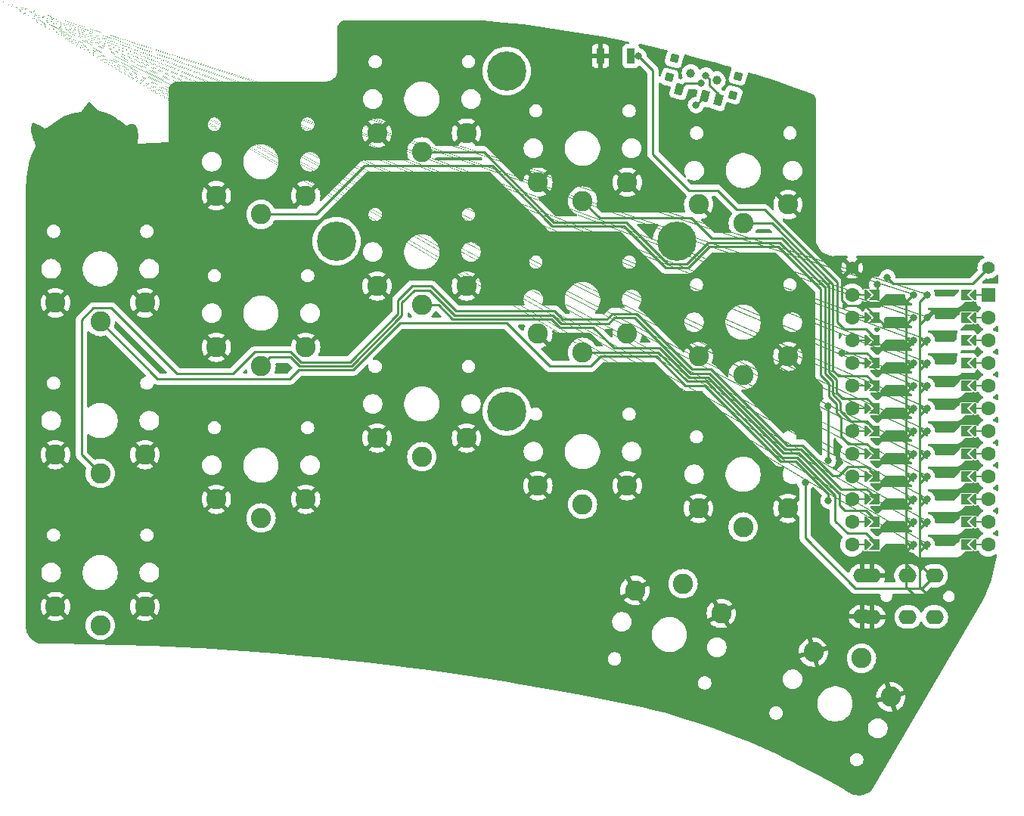
<source format=gbr>
%TF.GenerationSoftware,KiCad,Pcbnew,8.0.8*%
%TF.CreationDate,2025-03-18T19:26:01-05:00*%
%TF.ProjectId,half-swept,68616c66-2d73-4776-9570-742e6b696361,rev?*%
%TF.SameCoordinates,Original*%
%TF.FileFunction,Copper,L2,Bot*%
%TF.FilePolarity,Positive*%
%FSLAX46Y46*%
G04 Gerber Fmt 4.6, Leading zero omitted, Abs format (unit mm)*
G04 Created by KiCad (PCBNEW 8.0.8) date 2025-03-18 19:26:01*
%MOMM*%
%LPD*%
G01*
G04 APERTURE LIST*
G04 Aperture macros list*
%AMRotRect*
0 Rectangle, with rotation*
0 The origin of the aperture is its center*
0 $1 length*
0 $2 width*
0 $3 Rotation angle, in degrees counterclockwise*
0 Add horizontal line*
21,1,$1,$2,0,0,$3*%
%AMFreePoly0*
4,1,51,0.008964,0.122598,0.024387,0.122598,0.052641,0.110894,0.062500,0.108253,0.064961,0.105791,0.069447,0.103934,0.103934,0.069447,0.105791,0.064961,0.108253,0.062500,0.110894,0.052643,0.122598,0.024387,0.122598,0.008964,0.125000,0.000000,0.122598,-0.008964,0.122598,-0.024386,0.110896,-0.052633,0.108253,-0.062500,0.105790,-0.064962,0.103934,-0.069446,0.088389,-0.088388,
-0.641000,-0.817776,-0.641000,-4.770223,0.088389,-5.499612,0.103934,-5.518554,0.122598,-5.563614,0.122598,-5.612387,0.103934,-5.657447,0.069447,-5.691934,0.024387,-5.710598,-0.024386,-5.710598,-0.069446,-5.691934,-0.088388,-5.676389,-0.854388,-4.910388,-0.869928,-4.891451,-0.869934,-4.891446,-0.888598,-4.846386,-0.891000,-4.822000,-0.891000,-0.766000,-0.888598,-0.741614,-0.869934,-0.696554,
-0.869928,-0.696548,-0.854388,-0.677612,-0.088388,0.088389,-0.069446,0.103934,-0.064962,0.105790,-0.062500,0.108253,-0.052633,0.110896,-0.024386,0.122598,-0.008964,0.122598,0.000000,0.125000,0.008964,0.122598,0.008964,0.122598,$1*%
%AMFreePoly1*
4,1,6,0.600000,-0.250000,-0.600000,-0.250000,-0.600000,1.000000,0.000000,0.400000,0.600000,1.000000,0.600000,-0.250000,0.600000,-0.250000,$1*%
%AMFreePoly2*
4,1,6,0.600000,0.200000,0.000000,-0.400000,-0.600000,0.200000,-0.600000,0.400000,0.600000,0.400000,0.600000,0.200000,0.600000,0.200000,$1*%
%AMFreePoly3*
4,1,5,0.125000,-0.500000,-0.125000,-0.500000,-0.125000,0.500000,0.125000,0.500000,0.125000,-0.500000,0.125000,-0.500000,$1*%
G04 Aperture macros list end*
%TA.AperFunction,ComponentPad*%
%ADD10C,1.397000*%
%TD*%
%TA.AperFunction,ComponentPad*%
%ADD11O,2.000000X1.600000*%
%TD*%
%TA.AperFunction,ComponentPad*%
%ADD12C,2.262000*%
%TD*%
%TA.AperFunction,ComponentPad*%
%ADD13C,4.400000*%
%TD*%
%TA.AperFunction,WasherPad*%
%ADD14C,1.000000*%
%TD*%
%TA.AperFunction,SMDPad,CuDef*%
%ADD15RotRect,0.900000X0.900000X344.500000*%
%TD*%
%TA.AperFunction,SMDPad,CuDef*%
%ADD16RotRect,0.900000X1.250000X344.500000*%
%TD*%
%TA.AperFunction,SMDPad,CuDef*%
%ADD17R,0.900000X1.700000*%
%TD*%
%TA.AperFunction,ComponentPad*%
%ADD18C,0.800000*%
%TD*%
%TA.AperFunction,SMDPad,CuDef*%
%ADD19FreePoly0,270.000000*%
%TD*%
%TA.AperFunction,SMDPad,CuDef*%
%ADD20FreePoly1,90.000000*%
%TD*%
%TA.AperFunction,SMDPad,CuDef*%
%ADD21FreePoly0,90.000000*%
%TD*%
%TA.AperFunction,SMDPad,CuDef*%
%ADD22FreePoly1,270.000000*%
%TD*%
%TA.AperFunction,SMDPad,CuDef*%
%ADD23FreePoly2,270.000000*%
%TD*%
%TA.AperFunction,SMDPad,CuDef*%
%ADD24FreePoly3,270.000000*%
%TD*%
%TA.AperFunction,ComponentPad*%
%ADD25C,1.600000*%
%TD*%
%TA.AperFunction,SMDPad,CuDef*%
%ADD26FreePoly3,90.000000*%
%TD*%
%TA.AperFunction,SMDPad,CuDef*%
%ADD27FreePoly2,90.000000*%
%TD*%
%TA.AperFunction,ComponentPad*%
%ADD28R,1.600000X1.600000*%
%TD*%
%TA.AperFunction,ViaPad*%
%ADD29C,0.800000*%
%TD*%
%TA.AperFunction,Conductor*%
%ADD30C,0.250000*%
%TD*%
G04 APERTURE END LIST*
D10*
%TO.P,B+,1*%
%TO.N,BT+_r*%
X126492000Y-45974000D03*
%TD*%
%TO.P,B-,1*%
%TO.N,gnd*%
X111252000Y-45974000D03*
%TD*%
D11*
%TO.P,J2,R1*%
%TO.N,Switch18*%
X117478000Y-80420000D03*
X117498000Y-85050000D03*
%TO.P,J2,R2*%
%TO.N,vcc*%
X120498000Y-85050000D03*
X120478000Y-80420000D03*
%TO.P,J2,S*%
%TO.N,gnd*%
X112398000Y-80450000D03*
X112378000Y-85020000D03*
%TO.P,J2,T*%
X113478000Y-80420000D03*
X113498000Y-85050000D03*
%TD*%
D12*
%TO.P,SW1,1*%
%TO.N,Switch1*%
X27080000Y-51980000D03*
%TO.P,SW1,2*%
%TO.N,gnd*%
X32080000Y-49880000D03*
X22080000Y-49880000D03*
%TD*%
%TO.P,SW2,1*%
%TO.N,Switch2*%
X45080000Y-39980000D03*
%TO.P,SW2,2*%
%TO.N,gnd*%
X40080000Y-37880000D03*
X50080000Y-37880000D03*
%TD*%
%TO.P,SW3,1*%
%TO.N,Switch3*%
X63080000Y-32980000D03*
%TO.P,SW3,2*%
%TO.N,gnd*%
X58080000Y-30880000D03*
X68080000Y-30880000D03*
%TD*%
%TO.P,SW4,1*%
%TO.N,Switch4*%
X81080000Y-38480000D03*
%TO.P,SW4,2*%
%TO.N,gnd*%
X76080000Y-36380000D03*
X86080000Y-36380000D03*
%TD*%
%TO.P,SW5,1*%
%TO.N,Switch5*%
X99080000Y-40980000D03*
%TO.P,SW5,2*%
%TO.N,gnd*%
X104080000Y-38880000D03*
X94080000Y-38880000D03*
%TD*%
%TO.P,SW6,1*%
%TO.N,Switch6*%
X27080000Y-68980000D03*
%TO.P,SW6,2*%
%TO.N,gnd*%
X32080000Y-66880000D03*
X22080000Y-66880000D03*
%TD*%
%TO.P,SW7,1*%
%TO.N,Switch7*%
X45080000Y-56954000D03*
%TO.P,SW7,2*%
%TO.N,gnd*%
X40080000Y-54854000D03*
X50080000Y-54854000D03*
%TD*%
%TO.P,SW8,1*%
%TO.N,Switch8*%
X63080000Y-50096000D03*
%TO.P,SW8,2*%
%TO.N,gnd*%
X68080000Y-47996000D03*
X58080000Y-47996000D03*
%TD*%
%TO.P,SW9,1*%
%TO.N,Switch9*%
X81080000Y-55430000D03*
%TO.P,SW9,2*%
%TO.N,gnd*%
X86080000Y-53330000D03*
X76080000Y-53330000D03*
%TD*%
%TO.P,SW10,1*%
%TO.N,Switch10*%
X99060000Y-57970000D03*
%TO.P,SW10,2*%
%TO.N,gnd*%
X94060000Y-55870000D03*
X104060000Y-55870000D03*
%TD*%
%TO.P,SW11,1*%
%TO.N,Switch11*%
X27080000Y-85980000D03*
%TO.P,SW11,2*%
%TO.N,gnd*%
X22080000Y-83880000D03*
X32080000Y-83880000D03*
%TD*%
%TO.P,SW12,1*%
%TO.N,Switch12*%
X45080000Y-73972000D03*
%TO.P,SW12,2*%
%TO.N,gnd*%
X50080000Y-71872000D03*
X40080000Y-71872000D03*
%TD*%
%TO.P,SW13,1*%
%TO.N,Switch13*%
X63080000Y-67114000D03*
%TO.P,SW13,2*%
%TO.N,gnd*%
X58080000Y-65014000D03*
X68080000Y-65014000D03*
%TD*%
%TO.P,SW14,1*%
%TO.N,Switch14*%
X81080000Y-72448000D03*
%TO.P,SW14,2*%
%TO.N,gnd*%
X76080000Y-70348000D03*
X86080000Y-70348000D03*
%TD*%
%TO.P,SW15,1*%
%TO.N,Switch15*%
X99060000Y-74988000D03*
%TO.P,SW15,2*%
%TO.N,gnd*%
X94060000Y-72888000D03*
X104060000Y-72888000D03*
%TD*%
%TO.P,SW17,1*%
%TO.N,Switch17*%
X112306000Y-89670450D03*
%TO.P,SW17,2*%
%TO.N,gnd*%
X115586127Y-93989103D03*
X106925873Y-88989103D03*
%TD*%
%TO.P,SW16,1*%
%TO.N,Switch16*%
X92323032Y-81331038D03*
%TO.P,SW16,2*%
%TO.N,gnd*%
X86949883Y-82065387D03*
X96609142Y-84653577D03*
%TD*%
D13*
%TO.P,REF\u002A\u002A,1*%
%TO.N,N/C*%
X72580000Y-23930000D03*
X72580000Y-62030000D03*
X91630000Y-42980000D03*
X53530000Y-42980000D03*
%TD*%
D14*
%TO.P,POWER SW,*%
%TO.N,*%
X93194954Y-24169715D03*
X96085846Y-24971431D03*
D15*
%TO.P,POWER SW,0*%
%TO.N,N/C*%
X98499795Y-24499361D03*
X91368930Y-22521798D03*
X97911870Y-26619348D03*
X90781005Y-24641785D03*
D16*
%TO.P,POWER SW,1*%
%TO.N,Net-(SW_POWERR1-Pad1)*%
X91917712Y-25968820D03*
%TO.P,POWER SW,2*%
%TO.N,BT+_r*%
X94808603Y-26770534D03*
%TO.P,POWER SW,3*%
%TO.N,raw*%
X96254049Y-27171393D03*
%TD*%
D17*
%TO.P,RSW2,1*%
%TO.N,reset*%
X86485200Y-22250400D03*
%TO.P,RSW2,2*%
%TO.N,gnd*%
X83085200Y-22250400D03*
%TD*%
D18*
%TO.P,U1,24*%
%TO.N,raw*%
X119634000Y-49022000D03*
D19*
X119634000Y-49022000D03*
D20*
X114046000Y-49022000D03*
%TO.P,U1,23*%
%TO.N,gnd*%
X114046000Y-51562000D03*
D19*
X119634000Y-51562000D03*
D18*
X119634000Y-51562000D03*
D19*
%TO.P,U1,22*%
%TO.N,reset*%
X119634000Y-54102000D03*
D18*
X119634000Y-54102000D03*
D20*
X114046000Y-54102000D03*
D18*
%TO.P,U1,21*%
%TO.N,vcc*%
X119634000Y-56642000D03*
D19*
X119634000Y-56642000D03*
D20*
X114046000Y-56642000D03*
%TO.P,U1,20*%
%TO.N,Switch5*%
X114046000Y-59182000D03*
D19*
X119634000Y-59182000D03*
D18*
X119634000Y-59182000D03*
%TO.P,U1,19*%
%TO.N,Switch4*%
X119634000Y-61722000D03*
D20*
X114046000Y-61722000D03*
D19*
X119634000Y-61722000D03*
%TO.P,U1,18*%
%TO.N,Switch3*%
X119634000Y-64262000D03*
D18*
X119634000Y-64262000D03*
D20*
X114046000Y-64262000D03*
D18*
%TO.P,U1,17*%
%TO.N,Switch2*%
X119634000Y-66802000D03*
D20*
X114046000Y-66802000D03*
D19*
X119634000Y-66802000D03*
%TO.P,U1,16*%
%TO.N,Switch6*%
X119634000Y-69342000D03*
D20*
X114046000Y-69342000D03*
D18*
X119634000Y-69342000D03*
D20*
%TO.P,U1,15*%
%TO.N,Switch7*%
X114046000Y-71882000D03*
D18*
X119634000Y-71882000D03*
D19*
X119634000Y-71882000D03*
%TO.P,U1,14*%
%TO.N,Switch8*%
X119634000Y-74422000D03*
D18*
X119634000Y-74422000D03*
D20*
X114046000Y-74422000D03*
D18*
%TO.P,U1,13*%
%TO.N,Switch9*%
X119634000Y-76962000D03*
D19*
X119634000Y-76962000D03*
D20*
X114046000Y-76962000D03*
D21*
%TO.P,U1,12*%
%TO.N,Switch17*%
X118110000Y-76962000D03*
D18*
X118110000Y-76962000D03*
D22*
X123698000Y-76962000D03*
%TO.P,U1,11*%
%TO.N,Switch16*%
X123698000Y-74422000D03*
D21*
X118110000Y-74422000D03*
D18*
X118110000Y-74422000D03*
D21*
%TO.P,U1,10*%
%TO.N,Switch1*%
X118110000Y-71882000D03*
D18*
X118110000Y-71882000D03*
D22*
X123698000Y-71882000D03*
D21*
%TO.P,U1,9*%
%TO.N,Switch15*%
X118110000Y-69342000D03*
D22*
X123698000Y-69342000D03*
D18*
X118110000Y-69342000D03*
%TO.P,U1,8*%
%TO.N,Switch14*%
X118110000Y-66802000D03*
D22*
X123698000Y-66802000D03*
D21*
X118110000Y-66802000D03*
%TO.P,U1,7*%
%TO.N,Switch13*%
X118110000Y-64262000D03*
D22*
X123698000Y-64262000D03*
D18*
X118110000Y-64262000D03*
%TO.P,U1,6*%
%TO.N,Switch12*%
X118110000Y-61722000D03*
D21*
X118110000Y-61722000D03*
D22*
X123698000Y-61722000D03*
D21*
%TO.P,U1,5*%
%TO.N,Switch11*%
X118110000Y-59182000D03*
D18*
X118110000Y-59182000D03*
D22*
X123698000Y-59182000D03*
%TO.P,U1,4*%
%TO.N,gnd*%
X123698000Y-56642000D03*
D18*
X118110000Y-56642000D03*
D21*
X118110000Y-56642000D03*
D18*
%TO.P,U1,3*%
X118110000Y-54102000D03*
D21*
X118110000Y-54102000D03*
D22*
X123698000Y-54102000D03*
D18*
%TO.P,U1,2*%
%TO.N,Switch18*%
X118110000Y-51562000D03*
D22*
X123698000Y-51562000D03*
D21*
X118110000Y-51562000D03*
D22*
%TO.P,U1,1*%
%TO.N,Switch10*%
X123698000Y-49022000D03*
D18*
X118110000Y-49022000D03*
D21*
X118110000Y-49022000D03*
D23*
%TO.P,U1,*%
%TO.N,*%
X124714000Y-49022000D03*
D24*
X125222000Y-76962000D03*
D25*
X111252000Y-49022000D03*
D24*
X125222000Y-49022000D03*
D26*
X112522000Y-71882000D03*
X112522000Y-66802000D03*
D25*
X111252000Y-71882000D03*
D26*
X112522000Y-64262000D03*
D23*
X124714000Y-56642000D03*
D27*
X113030000Y-71882000D03*
D24*
X125222000Y-61722000D03*
D25*
X111252000Y-76962000D03*
D26*
X112522000Y-59182000D03*
D23*
X124714000Y-64262000D03*
D24*
X125222000Y-56642000D03*
D26*
X112522000Y-69342000D03*
D25*
X111252000Y-64262000D03*
D23*
X124714000Y-61722000D03*
D25*
X126492000Y-59182000D03*
X126492000Y-71882000D03*
D27*
X113030000Y-61722000D03*
D24*
X125222000Y-69342000D03*
D25*
X126492000Y-54102000D03*
X126492000Y-61722000D03*
X111252000Y-56642000D03*
D27*
X113030000Y-56642000D03*
D24*
X125222000Y-59182000D03*
D27*
X113030000Y-54102000D03*
X113030000Y-66802000D03*
D23*
X124714000Y-54102000D03*
D25*
X111252000Y-66802000D03*
D23*
X124714000Y-74422000D03*
D27*
X113030000Y-76962000D03*
D26*
X112522000Y-74422000D03*
D25*
X126492000Y-76962000D03*
X111252000Y-69342000D03*
D24*
X125222000Y-71882000D03*
X125222000Y-51562000D03*
D27*
X113030000Y-59182000D03*
D24*
X125222000Y-54102000D03*
X125222000Y-64262000D03*
D23*
X124714000Y-66802000D03*
D25*
X111252000Y-61722000D03*
D27*
X113030000Y-69342000D03*
D26*
X112522000Y-61722000D03*
X112522000Y-56642000D03*
D25*
X126492000Y-74422000D03*
X126492000Y-56642000D03*
X126492000Y-66802000D03*
X111252000Y-59182000D03*
D23*
X124714000Y-59182000D03*
D25*
X126492000Y-69342000D03*
D26*
X112522000Y-54102000D03*
D23*
X124714000Y-71882000D03*
D26*
X112522000Y-76962000D03*
D24*
X125222000Y-74422000D03*
D25*
X126492000Y-51562000D03*
X111252000Y-54102000D03*
D23*
X124714000Y-51562000D03*
D26*
X112522000Y-51562000D03*
D28*
X126492000Y-49022000D03*
D25*
X126492000Y-49022000D03*
D27*
X113030000Y-49022000D03*
X113030000Y-51562000D03*
D25*
X111252000Y-51562000D03*
D26*
X112522000Y-49022000D03*
D27*
X113030000Y-74422000D03*
D25*
X126492000Y-64262000D03*
D27*
X113030000Y-64262000D03*
D23*
X124714000Y-76962000D03*
D24*
X125222000Y-66802000D03*
D25*
X111252000Y-74422000D03*
D23*
X124714000Y-69342000D03*
%TD*%
D29*
%TO.N,gnd*%
X115163600Y-52273200D03*
X109372400Y-45669200D03*
X89357200Y-22453600D03*
%TO.N,vcc*%
X106019600Y-70002400D03*
X110134400Y-55524400D03*
X108559600Y-67513200D03*
X108559600Y-61417200D03*
%TO.N,reset*%
X87325200Y-22250400D03*
%TO.N,Switch1*%
X108610400Y-72034400D03*
%TO.N,raw*%
X94894400Y-24434800D03*
X114046000Y-47853600D03*
%TO.N,BT+_r*%
X115214400Y-47072415D03*
X93776800Y-27736800D03*
%TO.N,Net-(SW_POWERR1-Pad1)*%
X94335600Y-25298400D03*
%TD*%
D30*
%TO.N,gnd*%
X112630511Y-50146511D02*
X110661711Y-50146511D01*
X110127489Y-47098511D02*
X111252000Y-45974000D01*
X114757200Y-52273200D02*
X114046000Y-51562000D01*
X110661711Y-50146511D02*
X110127489Y-49612289D01*
X114046000Y-51562000D02*
X112630511Y-50146511D01*
X115163600Y-52273200D02*
X114757200Y-52273200D01*
X110127489Y-49612289D02*
X110127489Y-47098511D01*
%TO.N,vcc*%
X108559600Y-67513200D02*
X108559600Y-61417200D01*
X111658400Y-81838800D02*
X119059200Y-81838800D01*
X110141311Y-55517489D02*
X112921489Y-55517489D01*
X112921489Y-55517489D02*
X114046000Y-56642000D01*
X119059200Y-81838800D02*
X120478000Y-80420000D01*
X106019600Y-70002400D02*
X106019600Y-76200000D01*
X110134400Y-55524400D02*
X110141311Y-55517489D01*
X106019600Y-76200000D02*
X111658400Y-81838800D01*
%TO.N,reset*%
X86485200Y-22250400D02*
X87325200Y-22250400D01*
X87325200Y-22250400D02*
X88950800Y-23876000D01*
X88950800Y-33217792D02*
X93020208Y-37287200D01*
X88950800Y-23876000D02*
X88950800Y-33217792D01*
X96172452Y-37287200D02*
X98356852Y-39471600D01*
X109544880Y-52039280D02*
X110337600Y-52832000D01*
X93020208Y-37287200D02*
X96172452Y-37287200D01*
X109544880Y-47593566D02*
X109544880Y-52039280D01*
X98356852Y-39471600D02*
X101422914Y-39471600D01*
X101422914Y-39471600D02*
X109544880Y-47593566D01*
X110337600Y-52832000D02*
X112776000Y-52832000D01*
X112776000Y-52832000D02*
X114046000Y-54102000D01*
%TO.N,Switch1*%
X108610400Y-71299954D02*
X104925246Y-67614800D01*
X60653557Y-52148560D02*
X55398597Y-57403520D01*
X49327280Y-57403520D02*
X48321289Y-58409511D01*
X103225600Y-67614800D02*
X94742000Y-59131200D01*
X81991200Y-56997600D02*
X77419200Y-56997600D01*
X83109280Y-55879520D02*
X81991200Y-56997600D01*
X72570160Y-52148560D02*
X60653557Y-52148560D01*
X48321289Y-58409511D02*
X33509511Y-58409511D01*
X108610400Y-72034400D02*
X108610400Y-71299954D01*
X94742000Y-59131200D02*
X92608400Y-59131200D01*
X55398597Y-57403520D02*
X49327280Y-57403520D01*
X92608400Y-59131200D02*
X89356720Y-55879520D01*
X77419200Y-56997600D02*
X72570160Y-52148560D01*
X33509511Y-58409511D02*
X27080000Y-51980000D01*
X89356720Y-55879520D02*
X83109280Y-55879520D01*
X104925246Y-67614800D02*
X103225600Y-67614800D01*
%TO.N,Switch2*%
X108625760Y-60316396D02*
X109481680Y-61172316D01*
X108625760Y-58869314D02*
X108625760Y-60316396D01*
X95276118Y-43586400D02*
X102994846Y-43586400D01*
X85691920Y-41292720D02*
X90365520Y-45966320D01*
X110032800Y-64871600D02*
X110838689Y-65677489D01*
X110838689Y-65677489D02*
X112921489Y-65677489D01*
X109481680Y-62177698D02*
X110032800Y-62728818D01*
X90365520Y-45966320D02*
X92896198Y-45966320D01*
X70941483Y-34544000D02*
X77690203Y-41292720D01*
X110032800Y-62728818D02*
X110032800Y-64871600D01*
X102994846Y-43586400D02*
X107746800Y-48338354D01*
X45080000Y-39980000D02*
X51256800Y-39980000D01*
X109481680Y-61172316D02*
X109481680Y-62177698D01*
X51256800Y-39980000D02*
X56692800Y-34544000D01*
X112921489Y-65677489D02*
X114046000Y-66802000D01*
X107746800Y-57990354D02*
X108625760Y-58869314D01*
X92896198Y-45966320D02*
X95276118Y-43586400D01*
X56692800Y-34544000D02*
X70941483Y-34544000D01*
X107746800Y-48338354D02*
X107746800Y-57990354D01*
X77690203Y-41292720D02*
X85691920Y-41292720D01*
%TO.N,Switch3*%
X103181044Y-43136880D02*
X108196320Y-48152156D01*
X92710000Y-45516800D02*
X95089921Y-43136880D01*
X63080000Y-32980000D02*
X70013200Y-32980000D01*
X95089921Y-43136880D02*
X103181044Y-43136880D01*
X109931200Y-61991500D02*
X111077189Y-63137489D01*
X112921489Y-63137489D02*
X114046000Y-64262000D01*
X90596601Y-45516800D02*
X92710000Y-45516800D01*
X85923001Y-40843200D02*
X90596601Y-45516800D01*
X108196320Y-57804156D02*
X109075280Y-58683116D01*
X109931200Y-60986118D02*
X109931200Y-61991500D01*
X70013200Y-32980000D02*
X77876400Y-40843200D01*
X108196320Y-48152156D02*
X108196320Y-57804156D01*
X109075280Y-58683116D02*
X109075280Y-60130198D01*
X77876400Y-40843200D02*
X85923001Y-40843200D01*
X109075280Y-60130198D02*
X109931200Y-60986118D01*
X111077189Y-63137489D02*
X112921489Y-63137489D01*
%TO.N,Switch4*%
X109524800Y-58496918D02*
X109524800Y-59944000D01*
X108645840Y-47965958D02*
X108645840Y-57617958D01*
X108645840Y-57617958D02*
X109524800Y-58496918D01*
X110178289Y-60597489D02*
X112921489Y-60597489D01*
X109524800Y-59944000D02*
X110178289Y-60597489D01*
X103367242Y-42687360D02*
X108645840Y-47965958D01*
X95519360Y-42687360D02*
X103367242Y-42687360D01*
X81080000Y-38480000D02*
X82986000Y-40386000D01*
X82986000Y-40386000D02*
X93218000Y-40386000D01*
X93218000Y-40386000D02*
X95519360Y-42687360D01*
X112921489Y-60597489D02*
X114046000Y-61722000D01*
%TO.N,Switch5*%
X102295600Y-40980000D02*
X109095360Y-47779763D01*
X109728000Y-58064400D02*
X110779300Y-58064400D01*
X110779300Y-58064400D02*
X110786211Y-58057489D01*
X110786211Y-58057489D02*
X112921489Y-58057489D01*
X109095360Y-57431760D02*
X109728000Y-58064400D01*
X99080000Y-40980000D02*
X102295600Y-40980000D01*
X112921489Y-58057489D02*
X114046000Y-59182000D01*
X109095360Y-47779763D02*
X109095360Y-57431760D01*
%TO.N,Switch6*%
X103970392Y-65816720D02*
X105670037Y-65816720D01*
X105933359Y-66080043D02*
X109093716Y-69240400D01*
X109093716Y-69240400D02*
X109763300Y-69240400D01*
X24990979Y-66890979D02*
X24990979Y-51767821D01*
X66903600Y-50800000D02*
X77927200Y-50800000D01*
X41926209Y-57844991D02*
X44399200Y-55372000D01*
X87373843Y-51353772D02*
X93353192Y-57333120D01*
X105670037Y-65816720D02*
X105933359Y-66080043D01*
X78856960Y-51729760D02*
X83804640Y-51729760D01*
X110786211Y-68217489D02*
X112921489Y-68217489D01*
X95486792Y-57333120D02*
X103970392Y-65816720D01*
X55026202Y-56504480D02*
X60401200Y-51129482D01*
X64109600Y-48006000D02*
X66903600Y-50800000D01*
X84443951Y-51090449D02*
X87110521Y-51090449D01*
X48412400Y-55372000D02*
X49544880Y-56504480D01*
X109763300Y-69240400D02*
X110786211Y-68217489D01*
X61976000Y-48006000D02*
X64109600Y-48006000D01*
X87110521Y-51090449D02*
X87373843Y-51353772D01*
X60401200Y-49580800D02*
X61976000Y-48006000D01*
X28295600Y-50444400D02*
X35696191Y-57844991D01*
X93353192Y-57333120D02*
X95486792Y-57333120D01*
X83804640Y-51729760D02*
X84443951Y-51090449D01*
X49544880Y-56504480D02*
X55026202Y-56504480D01*
X27080000Y-68980000D02*
X24990979Y-66890979D01*
X35696191Y-57844991D02*
X41926209Y-57844991D01*
X77927200Y-50800000D02*
X78856960Y-51729760D01*
X26314400Y-50444400D02*
X28295600Y-50444400D01*
X24990979Y-51767821D02*
X26314400Y-50444400D01*
X44399200Y-55372000D02*
X48412400Y-55372000D01*
X60401200Y-51129482D02*
X60401200Y-49580800D01*
X112921489Y-68217489D02*
X114046000Y-69342000D01*
%TO.N,Switch7*%
X103784194Y-66266240D02*
X105483839Y-66266240D01*
X86924323Y-51539969D02*
X93166994Y-57782640D01*
X93166994Y-57782640D02*
X95300594Y-57782640D01*
X95300594Y-57782640D02*
X103784194Y-66266240D01*
X109975089Y-70757489D02*
X112921489Y-70757489D01*
X112921489Y-70757489D02*
X114046000Y-71882000D01*
X60850720Y-49842480D02*
X62237680Y-48455520D01*
X48378602Y-55973920D02*
X49358683Y-56954000D01*
X46060080Y-55973920D02*
X48378602Y-55973920D01*
X62237680Y-48455520D02*
X63923403Y-48455520D01*
X60850720Y-51315679D02*
X60850720Y-49842480D01*
X45080000Y-56954000D02*
X46060080Y-55973920D01*
X66717403Y-51249520D02*
X77741002Y-51249520D01*
X84630149Y-51539969D02*
X86924323Y-51539969D01*
X78670762Y-52179280D02*
X83990838Y-52179280D01*
X105483839Y-66266240D02*
X109975089Y-70757489D01*
X63923403Y-48455520D02*
X66717403Y-51249520D01*
X55212400Y-56954000D02*
X60850720Y-51315679D01*
X49358683Y-56954000D02*
X55212400Y-56954000D01*
X77741002Y-51249520D02*
X78670762Y-52179280D01*
X83990838Y-52179280D02*
X84630149Y-51539969D01*
%TO.N,Switch8*%
X84582000Y-54965600D02*
X89714236Y-54965600D01*
X109821920Y-71240039D02*
X109821920Y-72534720D01*
X64928165Y-50096000D02*
X66531206Y-51699040D01*
X109821920Y-72534720D02*
X110439200Y-73152000D01*
X89714236Y-54965600D02*
X92980796Y-58232160D01*
X63080000Y-50096000D02*
X64928165Y-50096000D01*
X103597996Y-66715760D02*
X105297641Y-66715760D01*
X95114396Y-58232160D02*
X103597996Y-66715760D01*
X82245200Y-52628800D02*
X84582000Y-54965600D01*
X66531206Y-51699040D02*
X77554804Y-51699040D01*
X92980796Y-58232160D02*
X95114396Y-58232160D01*
X112776000Y-73152000D02*
X114046000Y-74422000D01*
X78484565Y-52628800D02*
X82245200Y-52628800D01*
X110439200Y-73152000D02*
X112776000Y-73152000D01*
X105297641Y-66715760D02*
X109821920Y-71240039D01*
X77554804Y-51699040D02*
X78484565Y-52628800D01*
%TO.N,Switch9*%
X112776000Y-75692000D02*
X114046000Y-76962000D01*
X105111444Y-67165280D02*
X109372400Y-71426236D01*
X110744000Y-75692000D02*
X112776000Y-75692000D01*
X103411798Y-67165280D02*
X105111444Y-67165280D01*
X81080000Y-55430000D02*
X89542918Y-55430000D01*
X89542918Y-55430000D02*
X92794598Y-58681680D01*
X109372400Y-71426236D02*
X109372400Y-74320400D01*
X94928198Y-58681680D02*
X103411798Y-67165280D01*
X109372400Y-74320400D02*
X110744000Y-75692000D01*
X92794598Y-58681680D02*
X94928198Y-58681680D01*
%TO.N,raw*%
X94894400Y-24434800D02*
X95261325Y-24801725D01*
X114046000Y-47853600D02*
X114046000Y-49022000D01*
X95261325Y-24801725D02*
X95261325Y-25530080D01*
X96254049Y-26522804D02*
X96254049Y-27171393D01*
X95261325Y-25530080D02*
X96254049Y-26522804D01*
%TO.N,BT+_r*%
X115214400Y-47072415D02*
X115893985Y-47752000D01*
X124714000Y-47752000D02*
X126492000Y-45974000D01*
X93776800Y-27736800D02*
X93842337Y-27736800D01*
X93842337Y-27736800D02*
X94808603Y-26770534D01*
X115893985Y-47752000D02*
X124714000Y-47752000D01*
%TO.N,Net-(SW_POWERR1-Pad1)*%
X92588132Y-25298400D02*
X94335600Y-25298400D01*
X91917712Y-25968820D02*
X92588132Y-25298400D01*
%TD*%
%TA.AperFunction,Conductor*%
%TO.N,gnd*%
G36*
X70004761Y-18276075D02*
G01*
X72205644Y-18487299D01*
X72207519Y-18487495D01*
X74410893Y-18733270D01*
X74412700Y-18733485D01*
X76612047Y-19013177D01*
X76613861Y-19013421D01*
X78808725Y-19326974D01*
X78810609Y-19327259D01*
X81000317Y-19674576D01*
X81002044Y-19674864D01*
X83186107Y-20055868D01*
X83188012Y-20056215D01*
X85365963Y-20470822D01*
X85367819Y-20471191D01*
X86004499Y-20602588D01*
X86197895Y-20642501D01*
X86260567Y-20675858D01*
X86295255Y-20737804D01*
X86290947Y-20808669D01*
X86249010Y-20865956D01*
X86182758Y-20891476D01*
X86172428Y-20891900D01*
X85986550Y-20891900D01*
X85926003Y-20898409D01*
X85925995Y-20898411D01*
X85788997Y-20949510D01*
X85788992Y-20949512D01*
X85671938Y-21037138D01*
X85584312Y-21154192D01*
X85584310Y-21154197D01*
X85533211Y-21291195D01*
X85533209Y-21291203D01*
X85526700Y-21351750D01*
X85526700Y-23149049D01*
X85533209Y-23209596D01*
X85533211Y-23209604D01*
X85584310Y-23346602D01*
X85584312Y-23346607D01*
X85671938Y-23463661D01*
X85788992Y-23551287D01*
X85788994Y-23551288D01*
X85788996Y-23551289D01*
X85848075Y-23573324D01*
X85925995Y-23602388D01*
X85926003Y-23602390D01*
X85986550Y-23608899D01*
X85986555Y-23608899D01*
X85986562Y-23608900D01*
X85986568Y-23608900D01*
X86983832Y-23608900D01*
X86983838Y-23608900D01*
X86983845Y-23608899D01*
X86983849Y-23608899D01*
X87044396Y-23602390D01*
X87044399Y-23602389D01*
X87044401Y-23602389D01*
X87181404Y-23551289D01*
X87181999Y-23550844D01*
X87298461Y-23463661D01*
X87358631Y-23383284D01*
X87415467Y-23340737D01*
X87486282Y-23335673D01*
X87548594Y-23369698D01*
X88280395Y-24101499D01*
X88314421Y-24163811D01*
X88317300Y-24190594D01*
X88317300Y-33280188D01*
X88320747Y-33297516D01*
X88341645Y-33402577D01*
X88389400Y-33517867D01*
X88458729Y-33621625D01*
X92528137Y-37691033D01*
X92616375Y-37779271D01*
X92656574Y-37806131D01*
X92668816Y-37814311D01*
X92714344Y-37868788D01*
X92723192Y-37939231D01*
X92706247Y-37984910D01*
X92615127Y-38133605D01*
X92516397Y-38371957D01*
X92456173Y-38622811D01*
X92435932Y-38880000D01*
X92456173Y-39137188D01*
X92516397Y-39388042D01*
X92595198Y-39578281D01*
X92602787Y-39648871D01*
X92571008Y-39712358D01*
X92509950Y-39748586D01*
X92478789Y-39752500D01*
X83300594Y-39752500D01*
X83232473Y-39732498D01*
X83211499Y-39715595D01*
X82656755Y-39160851D01*
X82622729Y-39098539D01*
X82627794Y-39027724D01*
X82629442Y-39023537D01*
X82633665Y-39013342D01*
X82644079Y-38988200D01*
X82704323Y-38737267D01*
X82724570Y-38480000D01*
X82704323Y-38222733D01*
X82644079Y-37971800D01*
X82545323Y-37733381D01*
X82410485Y-37513346D01*
X82410482Y-37513342D01*
X82242887Y-37317112D01*
X82046657Y-37149517D01*
X82046655Y-37149516D01*
X82046654Y-37149515D01*
X81826619Y-37014677D01*
X81818655Y-37011378D01*
X81588198Y-36915920D01*
X81416542Y-36874709D01*
X81337267Y-36855677D01*
X81080000Y-36835430D01*
X80822733Y-36855677D01*
X80571801Y-36915920D01*
X80333382Y-37014676D01*
X80113344Y-37149516D01*
X80113342Y-37149517D01*
X79917112Y-37317112D01*
X79749517Y-37513342D01*
X79749516Y-37513344D01*
X79614676Y-37733382D01*
X79515920Y-37971801D01*
X79455677Y-38222733D01*
X79435430Y-38480000D01*
X79455677Y-38737266D01*
X79515920Y-38988198D01*
X79582402Y-39148699D01*
X79614677Y-39226619D01*
X79746718Y-39442090D01*
X79749516Y-39446655D01*
X79749517Y-39446657D01*
X79917112Y-39642887D01*
X80113342Y-39810482D01*
X80113346Y-39810485D01*
X80333381Y-39945323D01*
X80386419Y-39967292D01*
X80441699Y-40011839D01*
X80464120Y-40079202D01*
X80446562Y-40147994D01*
X80394600Y-40196372D01*
X80338200Y-40209700D01*
X78190994Y-40209700D01*
X78122873Y-40189698D01*
X78101899Y-40172795D01*
X76155687Y-38226583D01*
X76121661Y-38164271D01*
X76126726Y-38093456D01*
X76169273Y-38036620D01*
X76234897Y-38011876D01*
X76337188Y-38003826D01*
X76588042Y-37943602D01*
X76826391Y-37844873D01*
X77046356Y-37710080D01*
X77046367Y-37710072D01*
X77048791Y-37708001D01*
X77048791Y-37708000D01*
X76400025Y-37059234D01*
X76435258Y-37044641D01*
X76558097Y-36962563D01*
X76662563Y-36858097D01*
X76744641Y-36735258D01*
X76759234Y-36700025D01*
X77408000Y-37348791D01*
X77408001Y-37348791D01*
X77410072Y-37346367D01*
X77410080Y-37346356D01*
X77544873Y-37126391D01*
X77643602Y-36888042D01*
X77703826Y-36637188D01*
X77724067Y-36380000D01*
X84435932Y-36380000D01*
X84456173Y-36637188D01*
X84516397Y-36888042D01*
X84615127Y-37126394D01*
X84749917Y-37346354D01*
X84751997Y-37348789D01*
X85400764Y-36700023D01*
X85415359Y-36735258D01*
X85497437Y-36858097D01*
X85601903Y-36962563D01*
X85724742Y-37044641D01*
X85759973Y-37059234D01*
X85111208Y-37708000D01*
X85113642Y-37710079D01*
X85333608Y-37844873D01*
X85571957Y-37943602D01*
X85822811Y-38003826D01*
X86080000Y-38024067D01*
X86337188Y-38003826D01*
X86588042Y-37943602D01*
X86826391Y-37844873D01*
X87046356Y-37710080D01*
X87046367Y-37710072D01*
X87048791Y-37708001D01*
X87048791Y-37708000D01*
X86400025Y-37059234D01*
X86435258Y-37044641D01*
X86558097Y-36962563D01*
X86662563Y-36858097D01*
X86744641Y-36735258D01*
X86759234Y-36700025D01*
X87408000Y-37348791D01*
X87408001Y-37348791D01*
X87410072Y-37346367D01*
X87410080Y-37346356D01*
X87544873Y-37126391D01*
X87643602Y-36888042D01*
X87703826Y-36637188D01*
X87724067Y-36380000D01*
X87703826Y-36122811D01*
X87643602Y-35871957D01*
X87544873Y-35633608D01*
X87410079Y-35413642D01*
X87408000Y-35411208D01*
X86759234Y-36059973D01*
X86744641Y-36024742D01*
X86662563Y-35901903D01*
X86558097Y-35797437D01*
X86435258Y-35715359D01*
X86400024Y-35700764D01*
X87048790Y-35051997D01*
X87046354Y-35049917D01*
X86826394Y-34915127D01*
X86588042Y-34816397D01*
X86337188Y-34756173D01*
X86080000Y-34735932D01*
X85822811Y-34756173D01*
X85571957Y-34816397D01*
X85333608Y-34915126D01*
X85113637Y-35049923D01*
X85111207Y-35051998D01*
X85759974Y-35700765D01*
X85724742Y-35715359D01*
X85601903Y-35797437D01*
X85497437Y-35901903D01*
X85415359Y-36024742D01*
X85400765Y-36059974D01*
X84751998Y-35411207D01*
X84749923Y-35413637D01*
X84615126Y-35633608D01*
X84516397Y-35871957D01*
X84456173Y-36122811D01*
X84435932Y-36380000D01*
X77724067Y-36380000D01*
X77703826Y-36122811D01*
X77643602Y-35871957D01*
X77544873Y-35633608D01*
X77410079Y-35413642D01*
X77408000Y-35411208D01*
X76759234Y-36059973D01*
X76744641Y-36024742D01*
X76662563Y-35901903D01*
X76558097Y-35797437D01*
X76435258Y-35715359D01*
X76400024Y-35700764D01*
X77048790Y-35051997D01*
X77046354Y-35049917D01*
X76826394Y-34915127D01*
X76588042Y-34816397D01*
X76337188Y-34756173D01*
X76080000Y-34735932D01*
X75822811Y-34756173D01*
X75571957Y-34816397D01*
X75333608Y-34915126D01*
X75113637Y-35049923D01*
X75111207Y-35051998D01*
X75759974Y-35700765D01*
X75724742Y-35715359D01*
X75601903Y-35797437D01*
X75497437Y-35901903D01*
X75415359Y-36024742D01*
X75400765Y-36059974D01*
X74751998Y-35411207D01*
X74749923Y-35413637D01*
X74615126Y-35633608D01*
X74516397Y-35871957D01*
X74456173Y-36122811D01*
X74448123Y-36225103D01*
X74422837Y-36291444D01*
X74365699Y-36333584D01*
X74294849Y-36338143D01*
X74233416Y-36304312D01*
X70422422Y-32493318D01*
X74478600Y-32493318D01*
X74478600Y-32666682D01*
X74493672Y-32761843D01*
X74505721Y-32837917D01*
X74553822Y-32985956D01*
X74559292Y-33002791D01*
X74637998Y-33157260D01*
X74638000Y-33157263D01*
X74739900Y-33297516D01*
X74862483Y-33420099D01*
X74893534Y-33442659D01*
X75002740Y-33522002D01*
X75157209Y-33600708D01*
X75322082Y-33654278D01*
X75322083Y-33654278D01*
X75322088Y-33654280D01*
X75493318Y-33681400D01*
X75493321Y-33681400D01*
X75666679Y-33681400D01*
X75666682Y-33681400D01*
X75837912Y-33654280D01*
X76002791Y-33600708D01*
X76157260Y-33522002D01*
X76297514Y-33420101D01*
X76420101Y-33297514D01*
X76522002Y-33157260D01*
X76600708Y-33002791D01*
X76654280Y-32837912D01*
X76681400Y-32666682D01*
X76681400Y-32493318D01*
X76674730Y-32451204D01*
X79115000Y-32451204D01*
X79115000Y-32708795D01*
X79148620Y-32964167D01*
X79148621Y-32964173D01*
X79148622Y-32964175D01*
X79215290Y-33212984D01*
X79313864Y-33450962D01*
X79313865Y-33450963D01*
X79313870Y-33450974D01*
X79442659Y-33674043D01*
X79599460Y-33878388D01*
X79599479Y-33878409D01*
X79781590Y-34060520D01*
X79781600Y-34060529D01*
X79781606Y-34060535D01*
X79781609Y-34060537D01*
X79781611Y-34060539D01*
X79985956Y-34217340D01*
X80209025Y-34346129D01*
X80209029Y-34346130D01*
X80209038Y-34346136D01*
X80447016Y-34444710D01*
X80695825Y-34511378D01*
X80695831Y-34511378D01*
X80695832Y-34511379D01*
X80725134Y-34515236D01*
X80951207Y-34545000D01*
X80951214Y-34545000D01*
X81208786Y-34545000D01*
X81208793Y-34545000D01*
X81464175Y-34511378D01*
X81712984Y-34444710D01*
X81950962Y-34346136D01*
X82174038Y-34217343D01*
X82174038Y-34217342D01*
X82174043Y-34217340D01*
X82292717Y-34126277D01*
X82378394Y-34060535D01*
X82560535Y-33878394D01*
X82653134Y-33757717D01*
X82717340Y-33674043D01*
X82730988Y-33650405D01*
X82846136Y-33450962D01*
X82944710Y-33212984D01*
X83011378Y-32964175D01*
X83045000Y-32708793D01*
X83045000Y-32493318D01*
X85478600Y-32493318D01*
X85478600Y-32666682D01*
X85493672Y-32761843D01*
X85505721Y-32837917D01*
X85553822Y-32985956D01*
X85559292Y-33002791D01*
X85637998Y-33157260D01*
X85638000Y-33157263D01*
X85739900Y-33297516D01*
X85862483Y-33420099D01*
X85893534Y-33442659D01*
X86002740Y-33522002D01*
X86157209Y-33600708D01*
X86322082Y-33654278D01*
X86322083Y-33654278D01*
X86322088Y-33654280D01*
X86493318Y-33681400D01*
X86493321Y-33681400D01*
X86666679Y-33681400D01*
X86666682Y-33681400D01*
X86837912Y-33654280D01*
X87002791Y-33600708D01*
X87157260Y-33522002D01*
X87297514Y-33420101D01*
X87420101Y-33297514D01*
X87522002Y-33157260D01*
X87600708Y-33002791D01*
X87654280Y-32837912D01*
X87681400Y-32666682D01*
X87681400Y-32493318D01*
X87654280Y-32322088D01*
X87600708Y-32157209D01*
X87522002Y-32002740D01*
X87447046Y-31899572D01*
X87420099Y-31862483D01*
X87297516Y-31739900D01*
X87157263Y-31638000D01*
X87157262Y-31637999D01*
X87157260Y-31637998D01*
X87002791Y-31559292D01*
X87002788Y-31559291D01*
X87002786Y-31559290D01*
X86837915Y-31505721D01*
X86837919Y-31505721D01*
X86806041Y-31500672D01*
X86666682Y-31478600D01*
X86493318Y-31478600D01*
X86322088Y-31505720D01*
X86322082Y-31505721D01*
X86157213Y-31559290D01*
X86157207Y-31559293D01*
X86002736Y-31638000D01*
X85862483Y-31739900D01*
X85739900Y-31862483D01*
X85638000Y-32002736D01*
X85559293Y-32157207D01*
X85559290Y-32157213D01*
X85505721Y-32322082D01*
X85505720Y-32322087D01*
X85505720Y-32322088D01*
X85478600Y-32493318D01*
X83045000Y-32493318D01*
X83045000Y-32451207D01*
X83011378Y-32195825D01*
X82944710Y-31947016D01*
X82846136Y-31709038D01*
X82846130Y-31709029D01*
X82846129Y-31709025D01*
X82717340Y-31485956D01*
X82560539Y-31281611D01*
X82560537Y-31281609D01*
X82560535Y-31281606D01*
X82560529Y-31281600D01*
X82560520Y-31281590D01*
X82378409Y-31099479D01*
X82378388Y-31099460D01*
X82174043Y-30942659D01*
X81950974Y-30813870D01*
X81950966Y-30813866D01*
X81950962Y-30813864D01*
X81712984Y-30715290D01*
X81464175Y-30648622D01*
X81464173Y-30648621D01*
X81464167Y-30648620D01*
X81208795Y-30615000D01*
X81208793Y-30615000D01*
X80951207Y-30615000D01*
X80951204Y-30615000D01*
X80695832Y-30648620D01*
X80644188Y-30662458D01*
X80447016Y-30715290D01*
X80226706Y-30806546D01*
X80209036Y-30813865D01*
X80209025Y-30813870D01*
X79985956Y-30942659D01*
X79781611Y-31099460D01*
X79781590Y-31099479D01*
X79599479Y-31281590D01*
X79599460Y-31281611D01*
X79442659Y-31485956D01*
X79313870Y-31709025D01*
X79313865Y-31709036D01*
X79215290Y-31947016D01*
X79148620Y-32195832D01*
X79115000Y-32451204D01*
X76674730Y-32451204D01*
X76654280Y-32322088D01*
X76600708Y-32157209D01*
X76522002Y-32002740D01*
X76447046Y-31899572D01*
X76420099Y-31862483D01*
X76297516Y-31739900D01*
X76157263Y-31638000D01*
X76157262Y-31637999D01*
X76157260Y-31637998D01*
X76002791Y-31559292D01*
X76002788Y-31559291D01*
X76002786Y-31559290D01*
X75837915Y-31505721D01*
X75837919Y-31505721D01*
X75806041Y-31500672D01*
X75666682Y-31478600D01*
X75493318Y-31478600D01*
X75322088Y-31505720D01*
X75322082Y-31505721D01*
X75157213Y-31559290D01*
X75157207Y-31559293D01*
X75002736Y-31638000D01*
X74862483Y-31739900D01*
X74739900Y-31862483D01*
X74638000Y-32002736D01*
X74559293Y-32157207D01*
X74559290Y-32157213D01*
X74505721Y-32322082D01*
X74505720Y-32322087D01*
X74505720Y-32322088D01*
X74478600Y-32493318D01*
X70422422Y-32493318D01*
X70417035Y-32487931D01*
X70417033Y-32487929D01*
X70313275Y-32418600D01*
X70197985Y-32370845D01*
X70124286Y-32356185D01*
X70075596Y-32346500D01*
X70075594Y-32346500D01*
X69174398Y-32346500D01*
X69106277Y-32326498D01*
X69059784Y-32272842D01*
X69048495Y-32215567D01*
X69048791Y-32208000D01*
X68400025Y-31559234D01*
X68435258Y-31544641D01*
X68558097Y-31462563D01*
X68662563Y-31358097D01*
X68744641Y-31235258D01*
X68759234Y-31200025D01*
X69408000Y-31848791D01*
X69408001Y-31848791D01*
X69410072Y-31846367D01*
X69410080Y-31846356D01*
X69544873Y-31626391D01*
X69643602Y-31388042D01*
X69703826Y-31137188D01*
X69724067Y-30880000D01*
X69703826Y-30622811D01*
X69643602Y-30371957D01*
X69544873Y-30133608D01*
X69410079Y-29913642D01*
X69408000Y-29911208D01*
X68759234Y-30559973D01*
X68744641Y-30524742D01*
X68662563Y-30401903D01*
X68558097Y-30297437D01*
X68435258Y-30215359D01*
X68400024Y-30200764D01*
X69048790Y-29551997D01*
X69046354Y-29549917D01*
X68826394Y-29415127D01*
X68588042Y-29316397D01*
X68337188Y-29256173D01*
X68080000Y-29235932D01*
X67822811Y-29256173D01*
X67571957Y-29316397D01*
X67333608Y-29415126D01*
X67113637Y-29549923D01*
X67111207Y-29551998D01*
X67759974Y-30200765D01*
X67724742Y-30215359D01*
X67601903Y-30297437D01*
X67497437Y-30401903D01*
X67415359Y-30524742D01*
X67400765Y-30559974D01*
X66751998Y-29911207D01*
X66749923Y-29913637D01*
X66615126Y-30133608D01*
X66516397Y-30371957D01*
X66456173Y-30622811D01*
X66435932Y-30880000D01*
X66456173Y-31137188D01*
X66516397Y-31388042D01*
X66615127Y-31626394D01*
X66749917Y-31846354D01*
X66751997Y-31848789D01*
X67400764Y-31200023D01*
X67415359Y-31235258D01*
X67497437Y-31358097D01*
X67601903Y-31462563D01*
X67724742Y-31544641D01*
X67759973Y-31559234D01*
X67111208Y-32208000D01*
X67111505Y-32215554D01*
X67094192Y-32284408D01*
X67042403Y-32332971D01*
X66985602Y-32346500D01*
X64676369Y-32346500D01*
X64608248Y-32326498D01*
X64561755Y-32272842D01*
X64559961Y-32268719D01*
X64545325Y-32233385D01*
X64545323Y-32233381D01*
X64410485Y-32013346D01*
X64401427Y-32002740D01*
X64242887Y-31817112D01*
X64046657Y-31649517D01*
X64046655Y-31649516D01*
X64046654Y-31649515D01*
X63826619Y-31514677D01*
X63804998Y-31505721D01*
X63588198Y-31415920D01*
X63416542Y-31374709D01*
X63337267Y-31355677D01*
X63080000Y-31335430D01*
X62822733Y-31355677D01*
X62571801Y-31415920D01*
X62333382Y-31514676D01*
X62113344Y-31649516D01*
X62113342Y-31649517D01*
X61917112Y-31817112D01*
X61749517Y-32013342D01*
X61749516Y-32013344D01*
X61614676Y-32233382D01*
X61515920Y-32471801D01*
X61469135Y-32666678D01*
X61455677Y-32722733D01*
X61435430Y-32980000D01*
X61455677Y-33237267D01*
X61467179Y-33285176D01*
X61515920Y-33488198D01*
X61614676Y-33726617D01*
X61615023Y-33727297D01*
X61615076Y-33727583D01*
X61616572Y-33731193D01*
X61615813Y-33731507D01*
X61628127Y-33797073D01*
X61601427Y-33862858D01*
X61543400Y-33903765D01*
X61502756Y-33910500D01*
X56630403Y-33910500D01*
X56557368Y-33925028D01*
X56508015Y-33934845D01*
X56508013Y-33934845D01*
X56508012Y-33934846D01*
X56472707Y-33949470D01*
X56403633Y-33978082D01*
X56392723Y-33982601D01*
X56288971Y-34051926D01*
X56288964Y-34051931D01*
X51861810Y-38479085D01*
X51799498Y-38513111D01*
X51728683Y-38508046D01*
X51671847Y-38465499D01*
X51647036Y-38398979D01*
X51650196Y-38360576D01*
X51703826Y-38137188D01*
X51724067Y-37880000D01*
X51703826Y-37622811D01*
X51643602Y-37371957D01*
X51544873Y-37133608D01*
X51410079Y-36913642D01*
X51408000Y-36911208D01*
X50759234Y-37559974D01*
X50744641Y-37524742D01*
X50662563Y-37401903D01*
X50558097Y-37297437D01*
X50435258Y-37215359D01*
X50400024Y-37200764D01*
X51048790Y-36551997D01*
X51046354Y-36549917D01*
X50826394Y-36415127D01*
X50588042Y-36316397D01*
X50337188Y-36256173D01*
X50080000Y-36235932D01*
X49822811Y-36256173D01*
X49571957Y-36316397D01*
X49333608Y-36415126D01*
X49113637Y-36549923D01*
X49111207Y-36551998D01*
X49759974Y-37200765D01*
X49724742Y-37215359D01*
X49601903Y-37297437D01*
X49497437Y-37401903D01*
X49415359Y-37524742D01*
X49400765Y-37559974D01*
X48751998Y-36911207D01*
X48749923Y-36913637D01*
X48615126Y-37133608D01*
X48516397Y-37371957D01*
X48456173Y-37622811D01*
X48435932Y-37880000D01*
X48456173Y-38137188D01*
X48516397Y-38388042D01*
X48615127Y-38626394D01*
X48749917Y-38846354D01*
X48751997Y-38848789D01*
X49400764Y-38200023D01*
X49415359Y-38235258D01*
X49497437Y-38358097D01*
X49601903Y-38462563D01*
X49724742Y-38544641D01*
X49759974Y-38559234D01*
X49111208Y-39208000D01*
X49111505Y-39215554D01*
X49094192Y-39284408D01*
X49042403Y-39332971D01*
X48985602Y-39346500D01*
X46676369Y-39346500D01*
X46608248Y-39326498D01*
X46561755Y-39272842D01*
X46559961Y-39268719D01*
X46545325Y-39233385D01*
X46541178Y-39226617D01*
X46410485Y-39013346D01*
X46389011Y-38988203D01*
X46242887Y-38817112D01*
X46046657Y-38649517D01*
X46046655Y-38649516D01*
X46046654Y-38649515D01*
X45826619Y-38514677D01*
X45822839Y-38513111D01*
X45588198Y-38415920D01*
X45405078Y-38371957D01*
X45337267Y-38355677D01*
X45080000Y-38335430D01*
X44822733Y-38355677D01*
X44571801Y-38415920D01*
X44333382Y-38514676D01*
X44113344Y-38649516D01*
X44113342Y-38649517D01*
X43917112Y-38817112D01*
X43749517Y-39013342D01*
X43749516Y-39013344D01*
X43614676Y-39233382D01*
X43515920Y-39471801D01*
X43477940Y-39630000D01*
X43455677Y-39722733D01*
X43435430Y-39980000D01*
X43453507Y-40209700D01*
X43455677Y-40237266D01*
X43515920Y-40488198D01*
X43609093Y-40713137D01*
X43614677Y-40726619D01*
X43627089Y-40746874D01*
X43749516Y-40946655D01*
X43749517Y-40946657D01*
X43917112Y-41142887D01*
X44113342Y-41310482D01*
X44113346Y-41310485D01*
X44333381Y-41445323D01*
X44571800Y-41544079D01*
X44822733Y-41604323D01*
X45080000Y-41624570D01*
X45337267Y-41604323D01*
X45588200Y-41544079D01*
X45826619Y-41445323D01*
X46046654Y-41310485D01*
X46242887Y-41142887D01*
X46410485Y-40946654D01*
X46545323Y-40726619D01*
X46550907Y-40713139D01*
X46559961Y-40691281D01*
X46604509Y-40636000D01*
X46671873Y-40613580D01*
X46676369Y-40613500D01*
X51319193Y-40613500D01*
X51319194Y-40613500D01*
X51441585Y-40589155D01*
X51556875Y-40541400D01*
X51660633Y-40472071D01*
X52210165Y-39922539D01*
X57114200Y-39922539D01*
X57114200Y-40069460D01*
X57129822Y-40147994D01*
X57142860Y-40213542D01*
X57199080Y-40349269D01*
X57253615Y-40430887D01*
X57280698Y-40471419D01*
X57280703Y-40471425D01*
X57384574Y-40575296D01*
X57384580Y-40575301D01*
X57506731Y-40656920D01*
X57642458Y-40713140D01*
X57766521Y-40737817D01*
X57786539Y-40741799D01*
X57786542Y-40741799D01*
X57786545Y-40741800D01*
X57786546Y-40741800D01*
X57933454Y-40741800D01*
X57933455Y-40741800D01*
X58077542Y-40713140D01*
X58213269Y-40656920D01*
X58335420Y-40575301D01*
X58439301Y-40471420D01*
X58520920Y-40349269D01*
X58577140Y-40213542D01*
X58605800Y-40069455D01*
X58605800Y-39922545D01*
X58605799Y-39922539D01*
X67554200Y-39922539D01*
X67554200Y-40069460D01*
X67569822Y-40147994D01*
X67582860Y-40213542D01*
X67639080Y-40349269D01*
X67693615Y-40430887D01*
X67720698Y-40471419D01*
X67720703Y-40471425D01*
X67824574Y-40575296D01*
X67824580Y-40575301D01*
X67946731Y-40656920D01*
X68082458Y-40713140D01*
X68206521Y-40737817D01*
X68226539Y-40741799D01*
X68226542Y-40741799D01*
X68226545Y-40741800D01*
X68226546Y-40741800D01*
X68373454Y-40741800D01*
X68373455Y-40741800D01*
X68517542Y-40713140D01*
X68653269Y-40656920D01*
X68775420Y-40575301D01*
X68879301Y-40471420D01*
X68960920Y-40349269D01*
X69017140Y-40213542D01*
X69045800Y-40069455D01*
X69045800Y-39922545D01*
X69017140Y-39778458D01*
X68960920Y-39642731D01*
X68879301Y-39520580D01*
X68879296Y-39520574D01*
X68775425Y-39416703D01*
X68775419Y-39416698D01*
X68687716Y-39358097D01*
X68653269Y-39335080D01*
X68517542Y-39278860D01*
X68466559Y-39268719D01*
X68373460Y-39250200D01*
X68373455Y-39250200D01*
X68226545Y-39250200D01*
X68226539Y-39250200D01*
X68112713Y-39272842D01*
X68082458Y-39278860D01*
X68082455Y-39278860D01*
X68082452Y-39278862D01*
X67946731Y-39335080D01*
X67824580Y-39416698D01*
X67824574Y-39416703D01*
X67720703Y-39520574D01*
X67720698Y-39520580D01*
X67639080Y-39642731D01*
X67582862Y-39778452D01*
X67582860Y-39778459D01*
X67554200Y-39922539D01*
X58605799Y-39922539D01*
X58577140Y-39778458D01*
X58520920Y-39642731D01*
X58439301Y-39520580D01*
X58439296Y-39520574D01*
X58335425Y-39416703D01*
X58335419Y-39416698D01*
X58247716Y-39358097D01*
X58213269Y-39335080D01*
X58077542Y-39278860D01*
X58026559Y-39268719D01*
X57933460Y-39250200D01*
X57933455Y-39250200D01*
X57786545Y-39250200D01*
X57786539Y-39250200D01*
X57672713Y-39272842D01*
X57642458Y-39278860D01*
X57642455Y-39278860D01*
X57642452Y-39278862D01*
X57506731Y-39335080D01*
X57384580Y-39416698D01*
X57384574Y-39416703D01*
X57280703Y-39520574D01*
X57280698Y-39520580D01*
X57199080Y-39642731D01*
X57142862Y-39778452D01*
X57142860Y-39778459D01*
X57114200Y-39922539D01*
X52210165Y-39922539D01*
X56918299Y-35214405D01*
X56980611Y-35180379D01*
X57007394Y-35177500D01*
X70626889Y-35177500D01*
X70695010Y-35197502D01*
X70715984Y-35214405D01*
X77198132Y-41696553D01*
X77286370Y-41784791D01*
X77390128Y-41854120D01*
X77505418Y-41901875D01*
X77627809Y-41926220D01*
X85377326Y-41926220D01*
X85445447Y-41946222D01*
X85466421Y-41963125D01*
X89961681Y-46458387D01*
X89961686Y-46458391D01*
X89961687Y-46458392D01*
X90065445Y-46527721D01*
X90146967Y-46561488D01*
X90180735Y-46575475D01*
X90303126Y-46599820D01*
X90303127Y-46599820D01*
X92958591Y-46599820D01*
X92958592Y-46599820D01*
X93080983Y-46575475D01*
X93196273Y-46527720D01*
X93300031Y-46458391D01*
X95501617Y-44256805D01*
X95563929Y-44222779D01*
X95590712Y-44219900D01*
X102680252Y-44219900D01*
X102748373Y-44239902D01*
X102769347Y-44256805D01*
X107076395Y-48563853D01*
X107110421Y-48626165D01*
X107113300Y-48652948D01*
X107113300Y-58052750D01*
X107122985Y-58101440D01*
X107137645Y-58175139D01*
X107185400Y-58290429D01*
X107254729Y-58394187D01*
X107254731Y-58394189D01*
X107955355Y-59094813D01*
X107989381Y-59157125D01*
X107992260Y-59183908D01*
X107992260Y-60378792D01*
X107993440Y-60384722D01*
X108016605Y-60501181D01*
X108016606Y-60501183D01*
X108016607Y-60501188D01*
X108038310Y-60553583D01*
X108045900Y-60624173D01*
X108014121Y-60687660D01*
X107995964Y-60703737D01*
X107948345Y-60738334D01*
X107948343Y-60738336D01*
X107820565Y-60880248D01*
X107820558Y-60880258D01*
X107725076Y-61045638D01*
X107725073Y-61045644D01*
X107720412Y-61059989D01*
X107666057Y-61227272D01*
X107646096Y-61417200D01*
X107666057Y-61607127D01*
X107696126Y-61699670D01*
X107725073Y-61788756D01*
X107748595Y-61829498D01*
X107818217Y-61950087D01*
X107820560Y-61954144D01*
X107893737Y-62035415D01*
X107924453Y-62099420D01*
X107926100Y-62119724D01*
X107926100Y-66810674D01*
X107906098Y-66878795D01*
X107893736Y-66894985D01*
X107864353Y-66927618D01*
X107803907Y-66964857D01*
X107732923Y-66963505D01*
X107681622Y-66932402D01*
X106354360Y-65605140D01*
X106073870Y-65324648D01*
X106000214Y-65275433D01*
X105970113Y-65255320D01*
X105922358Y-65235539D01*
X105922357Y-65235538D01*
X105854825Y-65207566D01*
X105854822Y-65207565D01*
X105844516Y-65205515D01*
X105756777Y-65188062D01*
X105756775Y-65188061D01*
X105732438Y-65183220D01*
X105732432Y-65183220D01*
X105732431Y-65183220D01*
X105135220Y-65183220D01*
X105067099Y-65163218D01*
X105020606Y-65109562D01*
X105010502Y-65039288D01*
X105011641Y-65032639D01*
X105025799Y-64961460D01*
X105025800Y-64961453D01*
X105025800Y-64814546D01*
X105025799Y-64814539D01*
X105019300Y-64781865D01*
X104997140Y-64670458D01*
X104940920Y-64534731D01*
X104859301Y-64412580D01*
X104859296Y-64412574D01*
X104755425Y-64308703D01*
X104755419Y-64308698D01*
X104687215Y-64263126D01*
X104633269Y-64227080D01*
X104517423Y-64179095D01*
X104497547Y-64170862D01*
X104497546Y-64170861D01*
X104497542Y-64170860D01*
X104456374Y-64162671D01*
X104353460Y-64142200D01*
X104353455Y-64142200D01*
X104206545Y-64142200D01*
X104206539Y-64142200D01*
X104083041Y-64166765D01*
X104062458Y-64170860D01*
X104062455Y-64170860D01*
X104062452Y-64170862D01*
X103926731Y-64227080D01*
X103804580Y-64308698D01*
X103804574Y-64308703D01*
X103700703Y-64412574D01*
X103700698Y-64412580D01*
X103690449Y-64427920D01*
X103635972Y-64473448D01*
X103565529Y-64482296D01*
X103501485Y-64451654D01*
X103496589Y-64447013D01*
X98871833Y-59822257D01*
X98837807Y-59759945D01*
X98842872Y-59689130D01*
X98885419Y-59632294D01*
X98951939Y-59607483D01*
X98970800Y-59607549D01*
X99060000Y-59614570D01*
X99317267Y-59594323D01*
X99568200Y-59534079D01*
X99806619Y-59435323D01*
X100026654Y-59300485D01*
X100222887Y-59132887D01*
X100390485Y-58936654D01*
X100525323Y-58716619D01*
X100624079Y-58478200D01*
X100684323Y-58227267D01*
X100704570Y-57970000D01*
X100684323Y-57712733D01*
X100624079Y-57461800D01*
X100525323Y-57223381D01*
X100390485Y-57003346D01*
X100348339Y-56953999D01*
X100222887Y-56807112D01*
X100026657Y-56639517D01*
X100026655Y-56639516D01*
X100026654Y-56639515D01*
X99806619Y-56504677D01*
X99680805Y-56452563D01*
X99568198Y-56405920D01*
X99365955Y-56357366D01*
X99317267Y-56345677D01*
X99060000Y-56325430D01*
X98802733Y-56345677D01*
X98551801Y-56405920D01*
X98313382Y-56504676D01*
X98093344Y-56639516D01*
X98093342Y-56639517D01*
X97897112Y-56807112D01*
X97729517Y-57003342D01*
X97729516Y-57003344D01*
X97594676Y-57223382D01*
X97495920Y-57461801D01*
X97445364Y-57672383D01*
X97435677Y-57712733D01*
X97415430Y-57970000D01*
X97420704Y-58037020D01*
X97422449Y-58059186D01*
X97407853Y-58128666D01*
X97358010Y-58179225D01*
X97288745Y-58194811D01*
X97222050Y-58170475D01*
X97207742Y-58158166D01*
X95890627Y-56841051D01*
X95890625Y-56841049D01*
X95786867Y-56771720D01*
X95693619Y-56733095D01*
X95671576Y-56723964D01*
X95645453Y-56718768D01*
X95582544Y-56685860D01*
X95547414Y-56624164D01*
X95551215Y-56553270D01*
X95553629Y-56546971D01*
X95623600Y-56378048D01*
X95683826Y-56127188D01*
X95704067Y-55870000D01*
X102415932Y-55870000D01*
X102436173Y-56127188D01*
X102496397Y-56378042D01*
X102595127Y-56616394D01*
X102729917Y-56836354D01*
X102731997Y-56838789D01*
X103380764Y-56190023D01*
X103395359Y-56225258D01*
X103477437Y-56348097D01*
X103581903Y-56452563D01*
X103704742Y-56534641D01*
X103739973Y-56549234D01*
X103091208Y-57198000D01*
X103093642Y-57200079D01*
X103313608Y-57334873D01*
X103551957Y-57433602D01*
X103802811Y-57493826D01*
X104060000Y-57514067D01*
X104317188Y-57493826D01*
X104568042Y-57433602D01*
X104806391Y-57334873D01*
X105026356Y-57200080D01*
X105026367Y-57200072D01*
X105028791Y-57198001D01*
X105028791Y-57198000D01*
X104380025Y-56549234D01*
X104415258Y-56534641D01*
X104538097Y-56452563D01*
X104642563Y-56348097D01*
X104724641Y-56225258D01*
X104739234Y-56190025D01*
X105388000Y-56838791D01*
X105388001Y-56838791D01*
X105390072Y-56836367D01*
X105390080Y-56836356D01*
X105524873Y-56616391D01*
X105623602Y-56378042D01*
X105683826Y-56127188D01*
X105704067Y-55870000D01*
X105683826Y-55612811D01*
X105623602Y-55361957D01*
X105524873Y-55123608D01*
X105390079Y-54903642D01*
X105388000Y-54901208D01*
X104739234Y-55549973D01*
X104724641Y-55514742D01*
X104642563Y-55391903D01*
X104538097Y-55287437D01*
X104415258Y-55205359D01*
X104380024Y-55190764D01*
X105028790Y-54541997D01*
X105026354Y-54539917D01*
X104806394Y-54405127D01*
X104568042Y-54306397D01*
X104317188Y-54246173D01*
X104060000Y-54225932D01*
X103802811Y-54246173D01*
X103551957Y-54306397D01*
X103313608Y-54405126D01*
X103093637Y-54539923D01*
X103091207Y-54541998D01*
X103739974Y-55190765D01*
X103704742Y-55205359D01*
X103581903Y-55287437D01*
X103477437Y-55391903D01*
X103395359Y-55514742D01*
X103380765Y-55549974D01*
X102731998Y-54901207D01*
X102729923Y-54903637D01*
X102595126Y-55123608D01*
X102496397Y-55361957D01*
X102436173Y-55612811D01*
X102415932Y-55870000D01*
X95704067Y-55870000D01*
X95683826Y-55612811D01*
X95623602Y-55361957D01*
X95524873Y-55123608D01*
X95390079Y-54903642D01*
X95388000Y-54901208D01*
X94739234Y-55549973D01*
X94724641Y-55514742D01*
X94642563Y-55391903D01*
X94538097Y-55287437D01*
X94415258Y-55205359D01*
X94380024Y-55190764D01*
X95028790Y-54541997D01*
X95026354Y-54539917D01*
X94806394Y-54405127D01*
X94568042Y-54306397D01*
X94317188Y-54246173D01*
X94060000Y-54225932D01*
X93802811Y-54246173D01*
X93551957Y-54306397D01*
X93313608Y-54405126D01*
X93093637Y-54539923D01*
X93091207Y-54541998D01*
X93739974Y-55190765D01*
X93704742Y-55205359D01*
X93581903Y-55287437D01*
X93477437Y-55391903D01*
X93395359Y-55514742D01*
X93380765Y-55549974D01*
X92731998Y-54901207D01*
X92729923Y-54903637D01*
X92595126Y-55123608D01*
X92504574Y-55342217D01*
X92460025Y-55397497D01*
X92392662Y-55419918D01*
X92323870Y-55402359D01*
X92299070Y-55383093D01*
X88899293Y-51983318D01*
X92458600Y-51983318D01*
X92458600Y-52156682D01*
X92485720Y-52327912D01*
X92485721Y-52327917D01*
X92537800Y-52488200D01*
X92539292Y-52492791D01*
X92617998Y-52647260D01*
X92618000Y-52647263D01*
X92719900Y-52787516D01*
X92842483Y-52910099D01*
X92920050Y-52966455D01*
X92982740Y-53012002D01*
X93137209Y-53090708D01*
X93302082Y-53144278D01*
X93302083Y-53144278D01*
X93302088Y-53144280D01*
X93473318Y-53171400D01*
X93473321Y-53171400D01*
X93646679Y-53171400D01*
X93646682Y-53171400D01*
X93817912Y-53144280D01*
X93982791Y-53090708D01*
X94137260Y-53012002D01*
X94277514Y-52910101D01*
X94400101Y-52787514D01*
X94502002Y-52647260D01*
X94580708Y-52492791D01*
X94634280Y-52327912D01*
X94661400Y-52156682D01*
X94661400Y-51983318D01*
X94654730Y-51941204D01*
X97095000Y-51941204D01*
X97095000Y-52198795D01*
X97128620Y-52454167D01*
X97128621Y-52454173D01*
X97128622Y-52454175D01*
X97195290Y-52702984D01*
X97293864Y-52940962D01*
X97293865Y-52940963D01*
X97293870Y-52940974D01*
X97422659Y-53164043D01*
X97579460Y-53368388D01*
X97579479Y-53368409D01*
X97761590Y-53550520D01*
X97761600Y-53550529D01*
X97761606Y-53550535D01*
X97761609Y-53550537D01*
X97761611Y-53550539D01*
X97965956Y-53707340D01*
X98189025Y-53836129D01*
X98189029Y-53836130D01*
X98189038Y-53836136D01*
X98427016Y-53934710D01*
X98675825Y-54001378D01*
X98675831Y-54001378D01*
X98675832Y-54001379D01*
X98705134Y-54005236D01*
X98931207Y-54035000D01*
X98931214Y-54035000D01*
X99188786Y-54035000D01*
X99188793Y-54035000D01*
X99444175Y-54001378D01*
X99692984Y-53934710D01*
X99930962Y-53836136D01*
X100154038Y-53707343D01*
X100154038Y-53707342D01*
X100154043Y-53707340D01*
X100288297Y-53604322D01*
X100358394Y-53550535D01*
X100540535Y-53368394D01*
X100621945Y-53262299D01*
X100697340Y-53164043D01*
X100709555Y-53142887D01*
X100826136Y-52940962D01*
X100924710Y-52702984D01*
X100991378Y-52454175D01*
X101025000Y-52198793D01*
X101025000Y-51983318D01*
X103458600Y-51983318D01*
X103458600Y-52156682D01*
X103485720Y-52327912D01*
X103485721Y-52327917D01*
X103537800Y-52488200D01*
X103539292Y-52492791D01*
X103617998Y-52647260D01*
X103618000Y-52647263D01*
X103719900Y-52787516D01*
X103842483Y-52910099D01*
X103920050Y-52966455D01*
X103982740Y-53012002D01*
X104137209Y-53090708D01*
X104302082Y-53144278D01*
X104302083Y-53144278D01*
X104302088Y-53144280D01*
X104473318Y-53171400D01*
X104473321Y-53171400D01*
X104646679Y-53171400D01*
X104646682Y-53171400D01*
X104817912Y-53144280D01*
X104982791Y-53090708D01*
X105137260Y-53012002D01*
X105277514Y-52910101D01*
X105400101Y-52787514D01*
X105502002Y-52647260D01*
X105580708Y-52492791D01*
X105634280Y-52327912D01*
X105661400Y-52156682D01*
X105661400Y-51983318D01*
X105634280Y-51812088D01*
X105580708Y-51647209D01*
X105502002Y-51492740D01*
X105429135Y-51392448D01*
X105400099Y-51352483D01*
X105277516Y-51229900D01*
X105137263Y-51128000D01*
X105137262Y-51127999D01*
X105137260Y-51127998D01*
X104982791Y-51049292D01*
X104982788Y-51049291D01*
X104982786Y-51049290D01*
X104817915Y-50995721D01*
X104817919Y-50995721D01*
X104786041Y-50990672D01*
X104646682Y-50968600D01*
X104473318Y-50968600D01*
X104302088Y-50995720D01*
X104302082Y-50995721D01*
X104137213Y-51049290D01*
X104137207Y-51049293D01*
X103982736Y-51128000D01*
X103842483Y-51229900D01*
X103719900Y-51352483D01*
X103618000Y-51492736D01*
X103539293Y-51647207D01*
X103539290Y-51647213D01*
X103485721Y-51812082D01*
X103485720Y-51812087D01*
X103485720Y-51812088D01*
X103458600Y-51983318D01*
X101025000Y-51983318D01*
X101025000Y-51941207D01*
X100991531Y-51686984D01*
X100991379Y-51685832D01*
X100991378Y-51685831D01*
X100991378Y-51685825D01*
X100924710Y-51437016D01*
X100826136Y-51199038D01*
X100826130Y-51199029D01*
X100826129Y-51199025D01*
X100697340Y-50975956D01*
X100540539Y-50771611D01*
X100540537Y-50771609D01*
X100540535Y-50771606D01*
X100540529Y-50771600D01*
X100540520Y-50771590D01*
X100358409Y-50589479D01*
X100358388Y-50589460D01*
X100154043Y-50432659D01*
X99930974Y-50303870D01*
X99930966Y-50303866D01*
X99930962Y-50303864D01*
X99692984Y-50205290D01*
X99444175Y-50138622D01*
X99444173Y-50138621D01*
X99444167Y-50138620D01*
X99188795Y-50105000D01*
X99188793Y-50105000D01*
X98931207Y-50105000D01*
X98931204Y-50105000D01*
X98675832Y-50138620D01*
X98527886Y-50178262D01*
X98427016Y-50205290D01*
X98215269Y-50292999D01*
X98189036Y-50303865D01*
X98189025Y-50303870D01*
X97965956Y-50432659D01*
X97761611Y-50589460D01*
X97761590Y-50589479D01*
X97579479Y-50771590D01*
X97579460Y-50771611D01*
X97422659Y-50975956D01*
X97293870Y-51199025D01*
X97293865Y-51199036D01*
X97293864Y-51199038D01*
X97254819Y-51293300D01*
X97195290Y-51437016D01*
X97128620Y-51685832D01*
X97095000Y-51941204D01*
X94654730Y-51941204D01*
X94634280Y-51812088D01*
X94580708Y-51647209D01*
X94502002Y-51492740D01*
X94429135Y-51392448D01*
X94400099Y-51352483D01*
X94277516Y-51229900D01*
X94137263Y-51128000D01*
X94137262Y-51127999D01*
X94137260Y-51127998D01*
X93982791Y-51049292D01*
X93982788Y-51049291D01*
X93982786Y-51049290D01*
X93817915Y-50995721D01*
X93817919Y-50995721D01*
X93786041Y-50990672D01*
X93646682Y-50968600D01*
X93473318Y-50968600D01*
X93302088Y-50995720D01*
X93302082Y-50995721D01*
X93137213Y-51049290D01*
X93137207Y-51049293D01*
X92982736Y-51128000D01*
X92842483Y-51229900D01*
X92719900Y-51352483D01*
X92618000Y-51492736D01*
X92539293Y-51647207D01*
X92539290Y-51647213D01*
X92485721Y-51812082D01*
X92485720Y-51812087D01*
X92485720Y-51812088D01*
X92458600Y-51983318D01*
X88899293Y-51983318D01*
X87778369Y-50862394D01*
X87514354Y-50598377D01*
X87410596Y-50529048D01*
X87410594Y-50529047D01*
X87392458Y-50521535D01*
X87337178Y-50476986D01*
X87314758Y-50409622D01*
X87332317Y-50340831D01*
X87351579Y-50316035D01*
X87420101Y-50247514D01*
X87522002Y-50107260D01*
X87600708Y-49952791D01*
X87654280Y-49787912D01*
X87681400Y-49616682D01*
X87681400Y-49443318D01*
X87654280Y-49272088D01*
X87600708Y-49107209D01*
X87522002Y-48952740D01*
X87420101Y-48812486D01*
X87420099Y-48812483D01*
X87297516Y-48689900D01*
X87157263Y-48588000D01*
X87157262Y-48587999D01*
X87157260Y-48587998D01*
X87002791Y-48509292D01*
X87002788Y-48509291D01*
X87002786Y-48509290D01*
X86837915Y-48455721D01*
X86837919Y-48455721D01*
X86797352Y-48449296D01*
X86666682Y-48428600D01*
X86493318Y-48428600D01*
X86322088Y-48455720D01*
X86322082Y-48455721D01*
X86157213Y-48509290D01*
X86157207Y-48509293D01*
X86002736Y-48588000D01*
X85862483Y-48689900D01*
X85739900Y-48812483D01*
X85638000Y-48952736D01*
X85559293Y-49107207D01*
X85559290Y-49107213D01*
X85505721Y-49272082D01*
X85505720Y-49272087D01*
X85505720Y-49272088D01*
X85478600Y-49443318D01*
X85478600Y-49616682D01*
X85500604Y-49755611D01*
X85505721Y-49787917D01*
X85559230Y-49952600D01*
X85559292Y-49952791D01*
X85637998Y-50107260D01*
X85638000Y-50107263D01*
X85739899Y-50247514D01*
X85741274Y-50249124D01*
X85741603Y-50249860D01*
X85742809Y-50251519D01*
X85742460Y-50251772D01*
X85770301Y-50313916D01*
X85759692Y-50384115D01*
X85712814Y-50437435D01*
X85645458Y-50456949D01*
X84381554Y-50456949D01*
X84308519Y-50471477D01*
X84259166Y-50481294D01*
X84259164Y-50481294D01*
X84259163Y-50481295D01*
X84197604Y-50506794D01*
X84143879Y-50529048D01*
X84143874Y-50529050D01*
X84040122Y-50598375D01*
X84040115Y-50598380D01*
X83579141Y-51059355D01*
X83516829Y-51093381D01*
X83490046Y-51096260D01*
X82596860Y-51096260D01*
X82528739Y-51076258D01*
X82482246Y-51022602D01*
X82472142Y-50952328D01*
X82501636Y-50887748D01*
X82507765Y-50881165D01*
X82560520Y-50828409D01*
X82560535Y-50828394D01*
X82636419Y-50729500D01*
X82717340Y-50624043D01*
X82732160Y-50598375D01*
X82846136Y-50400962D01*
X82944710Y-50162984D01*
X83011378Y-49914175D01*
X83045000Y-49658793D01*
X83045000Y-49401207D01*
X83011378Y-49145825D01*
X82944710Y-48897016D01*
X82846136Y-48659038D01*
X82846130Y-48659029D01*
X82846129Y-48659025D01*
X82717340Y-48435956D01*
X82560539Y-48231611D01*
X82560537Y-48231609D01*
X82560535Y-48231606D01*
X82560529Y-48231600D01*
X82560520Y-48231590D01*
X82378409Y-48049479D01*
X82378388Y-48049460D01*
X82174043Y-47892659D01*
X82007558Y-47796539D01*
X93094200Y-47796539D01*
X93094200Y-47943460D01*
X93111420Y-48030029D01*
X93122860Y-48087542D01*
X93179080Y-48223269D01*
X93219211Y-48283329D01*
X93260698Y-48345419D01*
X93260703Y-48345425D01*
X93364574Y-48449296D01*
X93364580Y-48449301D01*
X93486731Y-48530920D01*
X93622458Y-48587140D01*
X93746521Y-48611817D01*
X93766539Y-48615799D01*
X93766542Y-48615799D01*
X93766545Y-48615800D01*
X93766546Y-48615800D01*
X93913454Y-48615800D01*
X93913455Y-48615800D01*
X94057542Y-48587140D01*
X94193269Y-48530920D01*
X94315420Y-48449301D01*
X94419301Y-48345420D01*
X94500920Y-48223269D01*
X94557140Y-48087542D01*
X94585800Y-47943455D01*
X94585800Y-47796545D01*
X94585799Y-47796539D01*
X103534200Y-47796539D01*
X103534200Y-47943460D01*
X103551420Y-48030029D01*
X103562860Y-48087542D01*
X103619080Y-48223269D01*
X103659211Y-48283329D01*
X103700698Y-48345419D01*
X103700703Y-48345425D01*
X103804574Y-48449296D01*
X103804580Y-48449301D01*
X103926731Y-48530920D01*
X104062458Y-48587140D01*
X104186521Y-48611817D01*
X104206539Y-48615799D01*
X104206542Y-48615799D01*
X104206545Y-48615800D01*
X104206546Y-48615800D01*
X104353454Y-48615800D01*
X104353455Y-48615800D01*
X104497542Y-48587140D01*
X104633269Y-48530920D01*
X104755420Y-48449301D01*
X104859301Y-48345420D01*
X104940920Y-48223269D01*
X104997140Y-48087542D01*
X105025800Y-47943455D01*
X105025800Y-47796545D01*
X104997140Y-47652458D01*
X104940920Y-47516731D01*
X104859301Y-47394580D01*
X104859296Y-47394574D01*
X104755425Y-47290703D01*
X104755419Y-47290698D01*
X104688523Y-47246000D01*
X104633269Y-47209080D01*
X104497542Y-47152860D01*
X104456374Y-47144671D01*
X104353460Y-47124200D01*
X104353455Y-47124200D01*
X104206545Y-47124200D01*
X104206539Y-47124200D01*
X104083041Y-47148765D01*
X104062458Y-47152860D01*
X104062455Y-47152860D01*
X104062452Y-47152862D01*
X103926731Y-47209080D01*
X103804580Y-47290698D01*
X103804574Y-47290703D01*
X103700703Y-47394574D01*
X103700698Y-47394580D01*
X103619080Y-47516731D01*
X103567713Y-47640742D01*
X103562860Y-47652458D01*
X103560308Y-47665290D01*
X103534200Y-47796539D01*
X94585799Y-47796539D01*
X94557140Y-47652458D01*
X94500920Y-47516731D01*
X94419301Y-47394580D01*
X94419296Y-47394574D01*
X94315425Y-47290703D01*
X94315419Y-47290698D01*
X94248523Y-47246000D01*
X94193269Y-47209080D01*
X94057542Y-47152860D01*
X94016374Y-47144671D01*
X93913460Y-47124200D01*
X93913455Y-47124200D01*
X93766545Y-47124200D01*
X93766539Y-47124200D01*
X93643041Y-47148765D01*
X93622458Y-47152860D01*
X93622455Y-47152860D01*
X93622452Y-47152862D01*
X93486731Y-47209080D01*
X93364580Y-47290698D01*
X93364574Y-47290703D01*
X93260703Y-47394574D01*
X93260698Y-47394580D01*
X93179080Y-47516731D01*
X93127713Y-47640742D01*
X93122860Y-47652458D01*
X93120308Y-47665290D01*
X93094200Y-47796539D01*
X82007558Y-47796539D01*
X81950974Y-47763870D01*
X81950966Y-47763866D01*
X81950962Y-47763864D01*
X81712984Y-47665290D01*
X81464175Y-47598622D01*
X81464173Y-47598621D01*
X81464167Y-47598620D01*
X81208795Y-47565000D01*
X81208793Y-47565000D01*
X80951207Y-47565000D01*
X80951204Y-47565000D01*
X80695832Y-47598620D01*
X80494928Y-47652452D01*
X80447016Y-47665290D01*
X80280451Y-47734284D01*
X80209036Y-47763865D01*
X80209025Y-47763870D01*
X79985956Y-47892659D01*
X79781611Y-48049460D01*
X79781590Y-48049479D01*
X79599479Y-48231590D01*
X79599460Y-48231611D01*
X79442659Y-48435956D01*
X79313870Y-48659025D01*
X79313865Y-48659036D01*
X79215290Y-48897016D01*
X79148620Y-49145832D01*
X79115000Y-49401204D01*
X79115000Y-49658795D01*
X79148620Y-49914167D01*
X79148621Y-49914173D01*
X79148622Y-49914175D01*
X79215290Y-50162984D01*
X79313864Y-50400962D01*
X79313865Y-50400963D01*
X79313870Y-50400974D01*
X79442659Y-50624043D01*
X79599460Y-50828388D01*
X79599479Y-50828409D01*
X79652235Y-50881165D01*
X79686261Y-50943477D01*
X79681196Y-51014292D01*
X79638649Y-51071128D01*
X79572129Y-51095939D01*
X79563140Y-51096260D01*
X79171554Y-51096260D01*
X79103433Y-51076258D01*
X79082459Y-51059355D01*
X78331035Y-50307931D01*
X78331033Y-50307929D01*
X78227275Y-50238600D01*
X78111985Y-50190845D01*
X78038286Y-50176185D01*
X77989596Y-50166500D01*
X77989594Y-50166500D01*
X76697431Y-50166500D01*
X76629310Y-50146498D01*
X76582817Y-50092842D01*
X76572713Y-50022568D01*
X76585164Y-49983297D01*
X76586986Y-49979721D01*
X76600708Y-49952791D01*
X76654280Y-49787912D01*
X76681400Y-49616682D01*
X76681400Y-49443318D01*
X76654280Y-49272088D01*
X76600708Y-49107209D01*
X76522002Y-48952740D01*
X76420101Y-48812486D01*
X76420099Y-48812483D01*
X76297516Y-48689900D01*
X76157263Y-48588000D01*
X76157262Y-48587999D01*
X76157260Y-48587998D01*
X76002791Y-48509292D01*
X76002788Y-48509291D01*
X76002786Y-48509290D01*
X75837915Y-48455721D01*
X75837919Y-48455721D01*
X75797352Y-48449296D01*
X75666682Y-48428600D01*
X75493318Y-48428600D01*
X75322088Y-48455720D01*
X75322082Y-48455721D01*
X75157213Y-48509290D01*
X75157207Y-48509293D01*
X75002736Y-48588000D01*
X74862483Y-48689900D01*
X74739900Y-48812483D01*
X74638000Y-48952736D01*
X74559293Y-49107207D01*
X74559290Y-49107213D01*
X74505721Y-49272082D01*
X74505720Y-49272087D01*
X74505720Y-49272088D01*
X74478600Y-49443318D01*
X74478600Y-49616682D01*
X74500604Y-49755611D01*
X74505721Y-49787917D01*
X74559230Y-49952600D01*
X74559292Y-49952791D01*
X74562943Y-49959956D01*
X74574836Y-49983297D01*
X74587940Y-50053074D01*
X74561240Y-50118859D01*
X74503212Y-50159765D01*
X74462569Y-50166500D01*
X67218195Y-50166500D01*
X67150074Y-50146498D01*
X67129100Y-50129595D01*
X64995504Y-47996000D01*
X66435932Y-47996000D01*
X66456173Y-48253188D01*
X66516397Y-48504042D01*
X66615127Y-48742394D01*
X66749917Y-48962354D01*
X66751997Y-48964789D01*
X67400764Y-48316023D01*
X67415359Y-48351258D01*
X67497437Y-48474097D01*
X67601903Y-48578563D01*
X67724742Y-48660641D01*
X67759973Y-48675234D01*
X67111208Y-49324000D01*
X67113642Y-49326079D01*
X67333608Y-49460873D01*
X67571957Y-49559602D01*
X67822811Y-49619826D01*
X68080000Y-49640067D01*
X68337188Y-49619826D01*
X68588042Y-49559602D01*
X68826391Y-49460873D01*
X69046356Y-49326080D01*
X69046367Y-49326072D01*
X69048791Y-49324001D01*
X69048791Y-49324000D01*
X68400025Y-48675234D01*
X68435258Y-48660641D01*
X68558097Y-48578563D01*
X68662563Y-48474097D01*
X68744641Y-48351258D01*
X68759234Y-48316025D01*
X69408000Y-48964791D01*
X69408001Y-48964791D01*
X69410072Y-48962367D01*
X69410080Y-48962356D01*
X69544873Y-48742391D01*
X69643602Y-48504042D01*
X69703826Y-48253188D01*
X69724067Y-47996000D01*
X69703826Y-47738811D01*
X69643602Y-47487957D01*
X69544873Y-47249608D01*
X69410079Y-47029642D01*
X69408000Y-47027208D01*
X68759234Y-47675973D01*
X68744641Y-47640742D01*
X68662563Y-47517903D01*
X68558097Y-47413437D01*
X68435258Y-47331359D01*
X68400024Y-47316764D01*
X69048790Y-46667997D01*
X69046354Y-46665917D01*
X68826394Y-46531127D01*
X68588042Y-46432397D01*
X68337188Y-46372173D01*
X68080000Y-46351932D01*
X67822811Y-46372173D01*
X67571957Y-46432397D01*
X67333608Y-46531126D01*
X67113637Y-46665923D01*
X67111207Y-46667998D01*
X67759974Y-47316765D01*
X67724742Y-47331359D01*
X67601903Y-47413437D01*
X67497437Y-47517903D01*
X67415359Y-47640742D01*
X67400765Y-47675974D01*
X66751998Y-47027207D01*
X66749923Y-47029637D01*
X66615126Y-47249608D01*
X66516397Y-47487957D01*
X66456173Y-47738811D01*
X66435932Y-47996000D01*
X64995504Y-47996000D01*
X64513435Y-47513931D01*
X64513433Y-47513929D01*
X64409675Y-47444600D01*
X64294385Y-47396845D01*
X64201701Y-47378409D01*
X64171996Y-47372500D01*
X64171994Y-47372500D01*
X61913606Y-47372500D01*
X61913603Y-47372500D01*
X61791214Y-47396845D01*
X61791209Y-47396847D01*
X61762406Y-47408778D01*
X61762399Y-47408781D01*
X61703202Y-47433301D01*
X61675923Y-47444600D01*
X61572167Y-47513927D01*
X61308862Y-47777233D01*
X59997367Y-49088729D01*
X59909131Y-49176964D01*
X59909126Y-49176971D01*
X59885769Y-49211928D01*
X59839800Y-49280725D01*
X59832878Y-49297437D01*
X59793064Y-49393556D01*
X59792045Y-49396015D01*
X59791011Y-49401214D01*
X59767700Y-49518403D01*
X59767700Y-50814888D01*
X59747698Y-50883009D01*
X59730795Y-50903983D01*
X54800703Y-55834075D01*
X54738391Y-55868101D01*
X54711608Y-55870980D01*
X51604047Y-55870980D01*
X51535926Y-55850978D01*
X51489433Y-55797322D01*
X51479329Y-55727048D01*
X51496614Y-55679145D01*
X51544873Y-55600391D01*
X51643602Y-55362042D01*
X51703826Y-55111188D01*
X51724067Y-54854000D01*
X51703826Y-54596811D01*
X51643602Y-54345957D01*
X51544873Y-54107608D01*
X51410079Y-53887642D01*
X51408000Y-53885208D01*
X50759234Y-54533973D01*
X50744641Y-54498742D01*
X50662563Y-54375903D01*
X50558097Y-54271437D01*
X50435258Y-54189359D01*
X50400024Y-54174764D01*
X51048790Y-53525997D01*
X51046354Y-53523917D01*
X50826394Y-53389127D01*
X50588042Y-53290397D01*
X50337188Y-53230173D01*
X50080000Y-53209932D01*
X49822811Y-53230173D01*
X49571957Y-53290397D01*
X49333608Y-53389126D01*
X49113637Y-53523923D01*
X49111207Y-53525998D01*
X49759974Y-54174765D01*
X49724742Y-54189359D01*
X49601903Y-54271437D01*
X49497437Y-54375903D01*
X49415359Y-54498742D01*
X49400765Y-54533974D01*
X48751998Y-53885207D01*
X48749923Y-53887637D01*
X48615126Y-54107608D01*
X48516397Y-54345957D01*
X48456173Y-54596812D01*
X48454161Y-54622385D01*
X48428876Y-54688727D01*
X48371738Y-54730867D01*
X48328549Y-54738500D01*
X44336803Y-54738500D01*
X44263768Y-54753028D01*
X44214415Y-54762845D01*
X44214413Y-54762845D01*
X44214412Y-54762846D01*
X44099123Y-54810601D01*
X43995371Y-54879926D01*
X43995364Y-54879931D01*
X41700710Y-57174586D01*
X41638398Y-57208612D01*
X41611615Y-57211491D01*
X36010785Y-57211491D01*
X35942664Y-57191489D01*
X35921690Y-57174586D01*
X33601104Y-54854000D01*
X38435932Y-54854000D01*
X38456173Y-55111188D01*
X38516397Y-55362042D01*
X38615127Y-55600394D01*
X38749917Y-55820354D01*
X38751997Y-55822789D01*
X39400764Y-55174023D01*
X39415359Y-55209258D01*
X39497437Y-55332097D01*
X39601903Y-55436563D01*
X39724742Y-55518641D01*
X39759973Y-55533234D01*
X39111208Y-56182000D01*
X39113642Y-56184079D01*
X39333608Y-56318873D01*
X39571957Y-56417602D01*
X39822811Y-56477826D01*
X40080000Y-56498067D01*
X40337188Y-56477826D01*
X40588042Y-56417602D01*
X40826391Y-56318873D01*
X41046356Y-56184080D01*
X41046367Y-56184072D01*
X41048791Y-56182001D01*
X41048791Y-56182000D01*
X40400025Y-55533234D01*
X40435258Y-55518641D01*
X40558097Y-55436563D01*
X40662563Y-55332097D01*
X40744641Y-55209258D01*
X40759234Y-55174025D01*
X41408000Y-55822791D01*
X41408001Y-55822791D01*
X41410072Y-55820367D01*
X41410080Y-55820356D01*
X41544873Y-55600391D01*
X41643602Y-55362042D01*
X41703826Y-55111188D01*
X41724067Y-54854000D01*
X41703826Y-54596811D01*
X41643602Y-54345957D01*
X41544873Y-54107608D01*
X41410079Y-53887642D01*
X41408000Y-53885208D01*
X40759234Y-54533973D01*
X40744641Y-54498742D01*
X40662563Y-54375903D01*
X40558097Y-54271437D01*
X40435258Y-54189359D01*
X40400024Y-54174764D01*
X41048790Y-53525997D01*
X41046354Y-53523917D01*
X40826394Y-53389127D01*
X40588042Y-53290397D01*
X40337188Y-53230173D01*
X40080000Y-53209932D01*
X39822811Y-53230173D01*
X39571957Y-53290397D01*
X39333608Y-53389126D01*
X39113637Y-53523923D01*
X39111207Y-53525998D01*
X39759974Y-54174765D01*
X39724742Y-54189359D01*
X39601903Y-54271437D01*
X39497437Y-54375903D01*
X39415359Y-54498742D01*
X39400765Y-54533974D01*
X38751998Y-53885207D01*
X38749923Y-53887637D01*
X38615126Y-54107608D01*
X38516397Y-54345957D01*
X38456173Y-54596811D01*
X38435932Y-54854000D01*
X33601104Y-54854000D01*
X28699435Y-49952331D01*
X28699433Y-49952329D01*
X28595675Y-49883000D01*
X28588432Y-49880000D01*
X30435932Y-49880000D01*
X30456173Y-50137188D01*
X30516397Y-50388042D01*
X30615127Y-50626394D01*
X30749917Y-50846354D01*
X30751997Y-50848789D01*
X31400764Y-50200023D01*
X31415359Y-50235258D01*
X31497437Y-50358097D01*
X31601903Y-50462563D01*
X31724742Y-50544641D01*
X31759973Y-50559234D01*
X31111208Y-51208000D01*
X31113642Y-51210079D01*
X31333608Y-51344873D01*
X31571957Y-51443602D01*
X31822811Y-51503826D01*
X32080000Y-51524067D01*
X32337188Y-51503826D01*
X32588042Y-51443602D01*
X32826391Y-51344873D01*
X33046356Y-51210080D01*
X33046367Y-51210072D01*
X33048791Y-51208001D01*
X33048791Y-51208000D01*
X32808109Y-50967318D01*
X38478600Y-50967318D01*
X38478600Y-51140682D01*
X38505720Y-51311912D01*
X38505721Y-51311917D01*
X38559290Y-51476786D01*
X38559292Y-51476791D01*
X38637998Y-51631260D01*
X38638000Y-51631263D01*
X38739900Y-51771516D01*
X38862483Y-51894099D01*
X38927331Y-51941214D01*
X39002740Y-51996002D01*
X39157209Y-52074708D01*
X39322082Y-52128278D01*
X39322083Y-52128278D01*
X39322088Y-52128280D01*
X39493318Y-52155400D01*
X39493321Y-52155400D01*
X39666679Y-52155400D01*
X39666682Y-52155400D01*
X39837912Y-52128280D01*
X40002791Y-52074708D01*
X40157260Y-51996002D01*
X40297514Y-51894101D01*
X40420101Y-51771514D01*
X40522002Y-51631260D01*
X40600708Y-51476791D01*
X40654280Y-51311912D01*
X40681400Y-51140682D01*
X40681400Y-50967318D01*
X40674730Y-50925204D01*
X43115000Y-50925204D01*
X43115000Y-51182795D01*
X43148620Y-51438167D01*
X43148621Y-51438173D01*
X43148622Y-51438175D01*
X43215290Y-51686984D01*
X43313864Y-51924962D01*
X43313865Y-51924963D01*
X43313870Y-51924974D01*
X43442659Y-52148043D01*
X43599460Y-52352388D01*
X43599479Y-52352409D01*
X43781590Y-52534520D01*
X43781600Y-52534529D01*
X43781606Y-52534535D01*
X43781609Y-52534537D01*
X43781611Y-52534539D01*
X43985956Y-52691340D01*
X44209025Y-52820129D01*
X44209029Y-52820130D01*
X44209038Y-52820136D01*
X44447016Y-52918710D01*
X44695825Y-52985378D01*
X44695831Y-52985378D01*
X44695832Y-52985379D01*
X44723337Y-52989000D01*
X44951207Y-53019000D01*
X44951214Y-53019000D01*
X45208786Y-53019000D01*
X45208793Y-53019000D01*
X45464175Y-52985378D01*
X45712984Y-52918710D01*
X45950962Y-52820136D01*
X46174038Y-52691343D01*
X46174038Y-52691342D01*
X46174043Y-52691340D01*
X46334521Y-52568200D01*
X46378394Y-52534535D01*
X46560535Y-52352394D01*
X46635859Y-52254230D01*
X46717340Y-52148043D01*
X46759680Y-52074709D01*
X46846136Y-51924962D01*
X46944710Y-51686984D01*
X47011378Y-51438175D01*
X47045000Y-51182793D01*
X47045000Y-50967318D01*
X49478600Y-50967318D01*
X49478600Y-51140682D01*
X49505720Y-51311912D01*
X49505721Y-51311917D01*
X49559290Y-51476786D01*
X49559292Y-51476791D01*
X49637998Y-51631260D01*
X49638000Y-51631263D01*
X49739900Y-51771516D01*
X49862483Y-51894099D01*
X49927331Y-51941214D01*
X50002740Y-51996002D01*
X50157209Y-52074708D01*
X50322082Y-52128278D01*
X50322083Y-52128278D01*
X50322088Y-52128280D01*
X50493318Y-52155400D01*
X50493321Y-52155400D01*
X50666679Y-52155400D01*
X50666682Y-52155400D01*
X50837912Y-52128280D01*
X51002791Y-52074708D01*
X51157260Y-51996002D01*
X51297514Y-51894101D01*
X51420101Y-51771514D01*
X51522002Y-51631260D01*
X51600708Y-51476791D01*
X51654280Y-51311912D01*
X51681400Y-51140682D01*
X51681400Y-50967318D01*
X51654280Y-50796088D01*
X51600708Y-50631209D01*
X51522002Y-50476740D01*
X51436661Y-50359279D01*
X51420099Y-50336483D01*
X51297516Y-50213900D01*
X51157263Y-50112000D01*
X51157262Y-50111999D01*
X51157260Y-50111998D01*
X51002791Y-50033292D01*
X51002788Y-50033291D01*
X51002786Y-50033290D01*
X50837915Y-49979721D01*
X50837919Y-49979721D01*
X50806041Y-49974672D01*
X50666682Y-49952600D01*
X50493318Y-49952600D01*
X50330738Y-49978350D01*
X50322082Y-49979721D01*
X50157213Y-50033290D01*
X50157207Y-50033293D01*
X50002736Y-50112000D01*
X49862483Y-50213900D01*
X49739900Y-50336483D01*
X49638000Y-50476736D01*
X49559293Y-50631207D01*
X49559290Y-50631213D01*
X49505721Y-50796082D01*
X49505720Y-50796087D01*
X49505720Y-50796088D01*
X49478600Y-50967318D01*
X47045000Y-50967318D01*
X47045000Y-50925207D01*
X47011378Y-50669825D01*
X46944710Y-50421016D01*
X46846136Y-50183038D01*
X46846130Y-50183029D01*
X46846129Y-50183025D01*
X46717340Y-49959956D01*
X46560539Y-49755611D01*
X46560537Y-49755609D01*
X46560535Y-49755606D01*
X46560529Y-49755600D01*
X46560520Y-49755590D01*
X46378409Y-49573479D01*
X46378388Y-49573460D01*
X46174043Y-49416659D01*
X45950974Y-49287870D01*
X45950966Y-49287866D01*
X45950962Y-49287864D01*
X45712984Y-49189290D01*
X45464175Y-49122622D01*
X45464173Y-49122621D01*
X45464167Y-49122620D01*
X45208795Y-49089000D01*
X45208793Y-49089000D01*
X44951207Y-49089000D01*
X44951204Y-49089000D01*
X44695832Y-49122620D01*
X44447016Y-49189290D01*
X44209036Y-49287865D01*
X44209025Y-49287870D01*
X43985956Y-49416659D01*
X43781611Y-49573460D01*
X43781590Y-49573479D01*
X43599479Y-49755590D01*
X43599460Y-49755611D01*
X43442659Y-49959956D01*
X43313870Y-50183025D01*
X43313865Y-50183036D01*
X43313864Y-50183038D01*
X43237094Y-50368376D01*
X43215290Y-50421016D01*
X43148620Y-50669832D01*
X43115000Y-50925204D01*
X40674730Y-50925204D01*
X40654280Y-50796088D01*
X40600708Y-50631209D01*
X40522002Y-50476740D01*
X40436661Y-50359279D01*
X40420099Y-50336483D01*
X40297516Y-50213900D01*
X40157263Y-50112000D01*
X40157262Y-50111999D01*
X40157260Y-50111998D01*
X40002791Y-50033292D01*
X40002788Y-50033291D01*
X40002786Y-50033290D01*
X39837915Y-49979721D01*
X39837919Y-49979721D01*
X39806041Y-49974672D01*
X39666682Y-49952600D01*
X39493318Y-49952600D01*
X39330738Y-49978350D01*
X39322082Y-49979721D01*
X39157213Y-50033290D01*
X39157207Y-50033293D01*
X39002736Y-50112000D01*
X38862483Y-50213900D01*
X38739900Y-50336483D01*
X38638000Y-50476736D01*
X38559293Y-50631207D01*
X38559290Y-50631213D01*
X38505721Y-50796082D01*
X38505720Y-50796087D01*
X38505720Y-50796088D01*
X38478600Y-50967318D01*
X32808109Y-50967318D01*
X32400025Y-50559234D01*
X32435258Y-50544641D01*
X32558097Y-50462563D01*
X32662563Y-50358097D01*
X32744641Y-50235258D01*
X32759234Y-50200025D01*
X33408000Y-50848791D01*
X33408001Y-50848791D01*
X33410072Y-50846367D01*
X33410080Y-50846356D01*
X33544873Y-50626391D01*
X33643602Y-50388042D01*
X33703826Y-50137188D01*
X33724067Y-49880000D01*
X33703826Y-49622811D01*
X33643602Y-49371957D01*
X33544873Y-49133608D01*
X33410079Y-48913642D01*
X33408000Y-48911208D01*
X32759234Y-49559973D01*
X32744641Y-49524742D01*
X32662563Y-49401903D01*
X32558097Y-49297437D01*
X32435258Y-49215359D01*
X32400024Y-49200764D01*
X33048790Y-48551997D01*
X33046354Y-48549917D01*
X32826394Y-48415127D01*
X32588042Y-48316397D01*
X32337188Y-48256173D01*
X32080000Y-48235932D01*
X31822811Y-48256173D01*
X31571957Y-48316397D01*
X31333608Y-48415126D01*
X31113637Y-48549923D01*
X31111207Y-48551998D01*
X31759974Y-49200765D01*
X31724742Y-49215359D01*
X31601903Y-49297437D01*
X31497437Y-49401903D01*
X31415359Y-49524742D01*
X31400765Y-49559974D01*
X30751998Y-48911207D01*
X30749923Y-48913637D01*
X30615126Y-49133608D01*
X30516397Y-49371957D01*
X30456173Y-49622811D01*
X30435932Y-49880000D01*
X28588432Y-49880000D01*
X28480385Y-49835245D01*
X28406686Y-49820585D01*
X28357996Y-49810900D01*
X28357994Y-49810900D01*
X26376794Y-49810900D01*
X26252006Y-49810900D01*
X26252003Y-49810900D01*
X26178968Y-49825428D01*
X26129615Y-49835245D01*
X26129613Y-49835245D01*
X26129612Y-49835246D01*
X26085544Y-49853500D01*
X26021566Y-49880001D01*
X26014323Y-49883001D01*
X25910571Y-49952326D01*
X25910564Y-49952331D01*
X24498910Y-51363985D01*
X24498905Y-51363992D01*
X24445712Y-51443602D01*
X24429579Y-51467746D01*
X24420391Y-51489928D01*
X24381825Y-51583033D01*
X24357479Y-51705424D01*
X24357479Y-66953375D01*
X24362031Y-66976259D01*
X24381824Y-67075764D01*
X24429579Y-67191054D01*
X24498908Y-67294812D01*
X24498910Y-67294814D01*
X25503244Y-68299148D01*
X25537270Y-68361460D01*
X25532205Y-68432275D01*
X25530558Y-68436460D01*
X25515923Y-68471791D01*
X25515922Y-68471795D01*
X25455677Y-68722733D01*
X25435430Y-68980000D01*
X25455677Y-69237266D01*
X25515920Y-69488198D01*
X25612343Y-69720983D01*
X25614677Y-69726619D01*
X25743421Y-69936710D01*
X25749516Y-69946655D01*
X25749517Y-69946657D01*
X25917112Y-70142887D01*
X26110901Y-70308397D01*
X26113346Y-70310485D01*
X26333381Y-70445323D01*
X26571800Y-70544079D01*
X26822733Y-70604323D01*
X27080000Y-70624570D01*
X27337267Y-70604323D01*
X27588200Y-70544079D01*
X27826619Y-70445323D01*
X28046654Y-70310485D01*
X28242887Y-70142887D01*
X28410485Y-69946654D01*
X28545323Y-69726619D01*
X28644079Y-69488200D01*
X28704323Y-69237267D01*
X28724570Y-68980000D01*
X28704323Y-68722733D01*
X28644079Y-68471800D01*
X28545323Y-68233381D01*
X28410485Y-68013346D01*
X28410482Y-68013342D01*
X28242887Y-67817112D01*
X28046657Y-67649517D01*
X28046655Y-67649516D01*
X28046654Y-67649515D01*
X27826619Y-67514677D01*
X27823054Y-67513200D01*
X27588198Y-67415920D01*
X27402204Y-67371267D01*
X27337267Y-67355677D01*
X27080000Y-67335430D01*
X26822733Y-67355677D01*
X26571795Y-67415922D01*
X26571791Y-67415923D01*
X26536460Y-67430558D01*
X26465870Y-67438147D01*
X26402383Y-67406367D01*
X26399148Y-67403244D01*
X25875904Y-66880000D01*
X30435932Y-66880000D01*
X30456173Y-67137188D01*
X30516397Y-67388042D01*
X30615127Y-67626394D01*
X30749917Y-67846354D01*
X30751997Y-67848789D01*
X31400764Y-67200023D01*
X31415359Y-67235258D01*
X31497437Y-67358097D01*
X31601903Y-67462563D01*
X31724742Y-67544641D01*
X31759973Y-67559234D01*
X31111208Y-68208000D01*
X31113642Y-68210079D01*
X31333608Y-68344873D01*
X31571957Y-68443602D01*
X31822811Y-68503826D01*
X32080000Y-68524067D01*
X32337188Y-68503826D01*
X32588042Y-68443602D01*
X32826391Y-68344873D01*
X33046356Y-68210080D01*
X33046367Y-68210072D01*
X33048791Y-68208001D01*
X33048791Y-68208000D01*
X32826109Y-67985318D01*
X38478600Y-67985318D01*
X38478600Y-68158682D01*
X38504460Y-68321958D01*
X38505721Y-68329917D01*
X38554284Y-68479378D01*
X38559292Y-68494791D01*
X38634128Y-68641664D01*
X38638000Y-68649263D01*
X38739900Y-68789516D01*
X38862483Y-68912099D01*
X38927331Y-68959214D01*
X39002740Y-69014002D01*
X39157209Y-69092708D01*
X39322082Y-69146278D01*
X39322083Y-69146278D01*
X39322088Y-69146280D01*
X39493318Y-69173400D01*
X39493321Y-69173400D01*
X39666679Y-69173400D01*
X39666682Y-69173400D01*
X39837912Y-69146280D01*
X40002791Y-69092708D01*
X40157260Y-69014002D01*
X40297514Y-68912101D01*
X40420101Y-68789514D01*
X40522002Y-68649260D01*
X40600708Y-68494791D01*
X40654280Y-68329912D01*
X40681400Y-68158682D01*
X40681400Y-67985318D01*
X40674730Y-67943204D01*
X43115000Y-67943204D01*
X43115000Y-68200795D01*
X43148620Y-68456167D01*
X43148621Y-68456173D01*
X43148622Y-68456175D01*
X43215290Y-68704984D01*
X43313864Y-68942962D01*
X43313865Y-68942963D01*
X43313870Y-68942974D01*
X43442659Y-69166043D01*
X43599460Y-69370388D01*
X43599479Y-69370409D01*
X43781590Y-69552520D01*
X43781600Y-69552529D01*
X43781606Y-69552535D01*
X43781609Y-69552537D01*
X43781611Y-69552539D01*
X43985956Y-69709340D01*
X44209025Y-69838129D01*
X44209029Y-69838130D01*
X44209038Y-69838136D01*
X44447016Y-69936710D01*
X44695825Y-70003378D01*
X44695831Y-70003378D01*
X44695832Y-70003379D01*
X44700633Y-70004011D01*
X44951207Y-70037000D01*
X44951214Y-70037000D01*
X45208786Y-70037000D01*
X45208793Y-70037000D01*
X45464175Y-70003378D01*
X45712984Y-69936710D01*
X45950962Y-69838136D01*
X46174038Y-69709343D01*
X46174038Y-69709342D01*
X46174043Y-69709340D01*
X46319143Y-69598000D01*
X46378394Y-69552535D01*
X46560535Y-69370394D01*
X46678396Y-69216795D01*
X46717340Y-69166043D01*
X46759680Y-69092709D01*
X46846136Y-68942962D01*
X46944710Y-68704984D01*
X47011378Y-68456175D01*
X47045000Y-68200793D01*
X47045000Y-67985318D01*
X49478600Y-67985318D01*
X49478600Y-68158682D01*
X49504460Y-68321958D01*
X49505721Y-68329917D01*
X49554284Y-68479378D01*
X49559292Y-68494791D01*
X49634128Y-68641664D01*
X49638000Y-68649263D01*
X49739900Y-68789516D01*
X49862483Y-68912099D01*
X49927331Y-68959214D01*
X50002740Y-69014002D01*
X50157209Y-69092708D01*
X50322082Y-69146278D01*
X50322083Y-69146278D01*
X50322088Y-69146280D01*
X50493318Y-69173400D01*
X50493321Y-69173400D01*
X50666679Y-69173400D01*
X50666682Y-69173400D01*
X50837912Y-69146280D01*
X51002791Y-69092708D01*
X51157260Y-69014002D01*
X51297514Y-68912101D01*
X51420101Y-68789514D01*
X51522002Y-68649260D01*
X51600708Y-68494791D01*
X51654280Y-68329912D01*
X51681400Y-68158682D01*
X51681400Y-67985318D01*
X51654280Y-67814088D01*
X51600708Y-67649209D01*
X51522002Y-67494740D01*
X51454621Y-67401998D01*
X51420099Y-67354483D01*
X51297516Y-67231900D01*
X51157263Y-67130000D01*
X51157262Y-67129999D01*
X51157260Y-67129998D01*
X51125862Y-67114000D01*
X61435430Y-67114000D01*
X61455677Y-67371267D01*
X61469912Y-67430558D01*
X61515920Y-67622198D01*
X61608774Y-67846367D01*
X61614677Y-67860619D01*
X61743600Y-68071002D01*
X61749516Y-68080655D01*
X61749517Y-68080657D01*
X61917112Y-68276887D01*
X62106988Y-68439055D01*
X62113346Y-68444485D01*
X62333381Y-68579323D01*
X62571800Y-68678079D01*
X62822733Y-68738323D01*
X63080000Y-68758570D01*
X63337267Y-68738323D01*
X63588200Y-68678079D01*
X63826619Y-68579323D01*
X64046654Y-68444485D01*
X64242887Y-68276887D01*
X64410485Y-68080654D01*
X64545323Y-67860619D01*
X64644079Y-67622200D01*
X64704323Y-67371267D01*
X64724570Y-67114000D01*
X64704323Y-66856733D01*
X64644079Y-66605800D01*
X64545323Y-66367381D01*
X64410485Y-66147346D01*
X64407199Y-66143498D01*
X64242887Y-65951112D01*
X64046657Y-65783517D01*
X64046655Y-65783516D01*
X64046654Y-65783515D01*
X63826619Y-65648677D01*
X63790701Y-65633799D01*
X63588198Y-65549920D01*
X63368073Y-65497073D01*
X63337267Y-65489677D01*
X63080000Y-65469430D01*
X62822733Y-65489677D01*
X62571801Y-65549920D01*
X62333382Y-65648676D01*
X62113344Y-65783516D01*
X62113342Y-65783517D01*
X61917112Y-65951112D01*
X61749517Y-66147342D01*
X61749516Y-66147344D01*
X61614676Y-66367382D01*
X61515920Y-66605801D01*
X61467251Y-66808524D01*
X61455677Y-66856733D01*
X61435430Y-67114000D01*
X51125862Y-67114000D01*
X51002791Y-67051292D01*
X51002788Y-67051291D01*
X51002786Y-67051290D01*
X50837915Y-66997721D01*
X50837919Y-66997721D01*
X50806041Y-66992672D01*
X50666682Y-66970600D01*
X50493318Y-66970600D01*
X50322088Y-66997720D01*
X50322082Y-66997721D01*
X50157213Y-67051290D01*
X50157207Y-67051293D01*
X50002736Y-67130000D01*
X49862483Y-67231900D01*
X49739900Y-67354483D01*
X49638000Y-67494736D01*
X49559293Y-67649207D01*
X49559290Y-67649213D01*
X49505721Y-67814082D01*
X49505720Y-67814087D01*
X49505720Y-67814088D01*
X49478600Y-67985318D01*
X47045000Y-67985318D01*
X47045000Y-67943207D01*
X47011378Y-67687825D01*
X46944710Y-67439016D01*
X46846136Y-67201038D01*
X46846130Y-67201029D01*
X46846129Y-67201025D01*
X46717340Y-66977956D01*
X46560539Y-66773611D01*
X46560537Y-66773609D01*
X46560535Y-66773606D01*
X46560529Y-66773600D01*
X46560520Y-66773590D01*
X46378409Y-66591479D01*
X46378388Y-66591460D01*
X46174043Y-66434659D01*
X45950974Y-66305870D01*
X45950966Y-66305866D01*
X45950962Y-66305864D01*
X45712984Y-66207290D01*
X45464175Y-66140622D01*
X45464173Y-66140621D01*
X45464167Y-66140620D01*
X45208795Y-66107000D01*
X45208793Y-66107000D01*
X44951207Y-66107000D01*
X44951204Y-66107000D01*
X44695832Y-66140620D01*
X44447016Y-66207290D01*
X44209036Y-66305865D01*
X44209025Y-66305870D01*
X43985956Y-66434659D01*
X43781611Y-66591460D01*
X43781590Y-66591479D01*
X43599479Y-66773590D01*
X43599460Y-66773611D01*
X43442659Y-66977956D01*
X43313870Y-67201025D01*
X43313865Y-67201036D01*
X43313864Y-67201038D01*
X43275021Y-67294814D01*
X43215290Y-67439016D01*
X43148620Y-67687832D01*
X43115000Y-67943204D01*
X40674730Y-67943204D01*
X40654280Y-67814088D01*
X40600708Y-67649209D01*
X40522002Y-67494740D01*
X40454621Y-67401998D01*
X40420099Y-67354483D01*
X40297516Y-67231900D01*
X40157263Y-67130000D01*
X40157262Y-67129999D01*
X40157260Y-67129998D01*
X40002791Y-67051292D01*
X40002788Y-67051291D01*
X40002786Y-67051290D01*
X39837915Y-66997721D01*
X39837919Y-66997721D01*
X39806041Y-66992672D01*
X39666682Y-66970600D01*
X39493318Y-66970600D01*
X39322088Y-66997720D01*
X39322082Y-66997721D01*
X39157213Y-67051290D01*
X39157207Y-67051293D01*
X39002736Y-67130000D01*
X38862483Y-67231900D01*
X38739900Y-67354483D01*
X38638000Y-67494736D01*
X38559293Y-67649207D01*
X38559290Y-67649213D01*
X38505721Y-67814082D01*
X38505720Y-67814087D01*
X38505720Y-67814088D01*
X38478600Y-67985318D01*
X32826109Y-67985318D01*
X32400025Y-67559234D01*
X32435258Y-67544641D01*
X32558097Y-67462563D01*
X32662563Y-67358097D01*
X32744641Y-67235258D01*
X32759234Y-67200025D01*
X33408000Y-67848791D01*
X33408001Y-67848791D01*
X33410072Y-67846367D01*
X33410080Y-67846356D01*
X33544873Y-67626391D01*
X33643602Y-67388042D01*
X33703826Y-67137188D01*
X33724067Y-66880000D01*
X33703826Y-66622811D01*
X33643602Y-66371957D01*
X33544873Y-66133608D01*
X33410079Y-65913642D01*
X33408000Y-65911208D01*
X32759234Y-66559973D01*
X32744641Y-66524742D01*
X32662563Y-66401903D01*
X32558097Y-66297437D01*
X32435258Y-66215359D01*
X32400024Y-66200764D01*
X33048790Y-65551997D01*
X33046354Y-65549917D01*
X32826394Y-65415127D01*
X32588042Y-65316397D01*
X32337188Y-65256173D01*
X32080000Y-65235932D01*
X31822811Y-65256173D01*
X31571957Y-65316397D01*
X31333608Y-65415126D01*
X31113637Y-65549923D01*
X31111207Y-65551998D01*
X31759974Y-66200765D01*
X31724742Y-66215359D01*
X31601903Y-66297437D01*
X31497437Y-66401903D01*
X31415359Y-66524742D01*
X31400765Y-66559974D01*
X30751998Y-65911207D01*
X30749923Y-65913637D01*
X30615126Y-66133608D01*
X30516397Y-66371957D01*
X30456173Y-66622811D01*
X30435932Y-66880000D01*
X25875904Y-66880000D01*
X25661384Y-66665480D01*
X25627358Y-66603168D01*
X25624479Y-66576385D01*
X25624479Y-64695469D01*
X25644481Y-64627348D01*
X25698137Y-64580855D01*
X25768411Y-64570751D01*
X25827180Y-64595505D01*
X25924862Y-64670459D01*
X25985960Y-64717342D01*
X26209025Y-64846129D01*
X26209029Y-64846130D01*
X26209038Y-64846136D01*
X26447016Y-64944710D01*
X26695825Y-65011378D01*
X26695831Y-65011378D01*
X26695832Y-65011379D01*
X26715733Y-65013999D01*
X26951207Y-65045000D01*
X26951214Y-65045000D01*
X27208786Y-65045000D01*
X27208793Y-65045000D01*
X27444259Y-65014000D01*
X56435932Y-65014000D01*
X56456173Y-65271188D01*
X56516397Y-65522042D01*
X56615127Y-65760394D01*
X56749917Y-65980354D01*
X56751997Y-65982789D01*
X57400764Y-65334023D01*
X57415359Y-65369258D01*
X57497437Y-65492097D01*
X57601903Y-65596563D01*
X57724742Y-65678641D01*
X57759973Y-65693234D01*
X57111208Y-66342000D01*
X57113642Y-66344079D01*
X57333608Y-66478873D01*
X57571957Y-66577602D01*
X57822811Y-66637826D01*
X58080000Y-66658067D01*
X58337188Y-66637826D01*
X58588042Y-66577602D01*
X58826391Y-66478873D01*
X59046356Y-66344080D01*
X59046367Y-66344072D01*
X59048791Y-66342001D01*
X59048791Y-66342000D01*
X58400025Y-65693234D01*
X58435258Y-65678641D01*
X58558097Y-65596563D01*
X58662563Y-65492097D01*
X58744641Y-65369258D01*
X58759234Y-65334025D01*
X59408000Y-65982791D01*
X59408001Y-65982791D01*
X59410072Y-65980367D01*
X59410080Y-65980356D01*
X59544873Y-65760391D01*
X59643602Y-65522042D01*
X59703826Y-65271188D01*
X59724067Y-65014000D01*
X66435932Y-65014000D01*
X66456173Y-65271188D01*
X66516397Y-65522042D01*
X66615127Y-65760394D01*
X66749917Y-65980354D01*
X66751997Y-65982789D01*
X67400764Y-65334023D01*
X67415359Y-65369258D01*
X67497437Y-65492097D01*
X67601903Y-65596563D01*
X67724742Y-65678641D01*
X67759973Y-65693234D01*
X67111208Y-66342000D01*
X67113642Y-66344079D01*
X67333608Y-66478873D01*
X67571957Y-66577602D01*
X67822811Y-66637826D01*
X68080000Y-66658067D01*
X68337188Y-66637826D01*
X68588042Y-66577602D01*
X68826391Y-66478873D01*
X68855039Y-66461318D01*
X74478600Y-66461318D01*
X74478600Y-66634682D01*
X74505101Y-66802001D01*
X74505721Y-66805917D01*
X74557364Y-66964857D01*
X74559292Y-66970791D01*
X74637998Y-67125260D01*
X74638000Y-67125263D01*
X74739900Y-67265516D01*
X74862483Y-67388099D01*
X74904962Y-67418962D01*
X75002740Y-67490002D01*
X75157209Y-67568708D01*
X75322082Y-67622278D01*
X75322083Y-67622278D01*
X75322088Y-67622280D01*
X75493318Y-67649400D01*
X75493321Y-67649400D01*
X75666679Y-67649400D01*
X75666682Y-67649400D01*
X75837912Y-67622280D01*
X76002791Y-67568708D01*
X76157260Y-67490002D01*
X76297514Y-67388101D01*
X76420101Y-67265514D01*
X76522002Y-67125260D01*
X76600708Y-66970791D01*
X76654280Y-66805912D01*
X76681400Y-66634682D01*
X76681400Y-66461318D01*
X76674730Y-66419204D01*
X79115000Y-66419204D01*
X79115000Y-66676795D01*
X79148620Y-66932167D01*
X79148621Y-66932173D01*
X79148622Y-66932175D01*
X79215290Y-67180984D01*
X79313864Y-67418962D01*
X79313865Y-67418963D01*
X79313870Y-67418974D01*
X79442659Y-67642043D01*
X79599460Y-67846388D01*
X79599479Y-67846409D01*
X79781590Y-68028520D01*
X79781600Y-68028529D01*
X79781606Y-68028535D01*
X79781609Y-68028537D01*
X79781611Y-68028539D01*
X79985956Y-68185340D01*
X80209025Y-68314129D01*
X80209029Y-68314130D01*
X80209038Y-68314136D01*
X80447016Y-68412710D01*
X80695825Y-68479378D01*
X80695831Y-68479378D01*
X80695832Y-68479379D01*
X80725134Y-68483236D01*
X80951207Y-68513000D01*
X80951214Y-68513000D01*
X81208786Y-68513000D01*
X81208793Y-68513000D01*
X81464175Y-68479378D01*
X81712984Y-68412710D01*
X81950962Y-68314136D01*
X82174038Y-68185343D01*
X82174038Y-68185342D01*
X82174043Y-68185340D01*
X82323050Y-68071002D01*
X82378394Y-68028535D01*
X82560535Y-67846394D01*
X82653363Y-67725418D01*
X82717340Y-67642043D01*
X82740934Y-67601178D01*
X82846136Y-67418962D01*
X82944710Y-67180984D01*
X83011378Y-66932175D01*
X83045000Y-66676793D01*
X83045000Y-66461318D01*
X85478600Y-66461318D01*
X85478600Y-66634682D01*
X85505101Y-66802001D01*
X85505721Y-66805917D01*
X85557364Y-66964857D01*
X85559292Y-66970791D01*
X85637998Y-67125260D01*
X85638000Y-67125263D01*
X85739900Y-67265516D01*
X85862483Y-67388099D01*
X85904962Y-67418962D01*
X86002740Y-67490002D01*
X86157209Y-67568708D01*
X86322082Y-67622278D01*
X86322083Y-67622278D01*
X86322088Y-67622280D01*
X86493318Y-67649400D01*
X86493321Y-67649400D01*
X86666679Y-67649400D01*
X86666682Y-67649400D01*
X86837912Y-67622280D01*
X87002791Y-67568708D01*
X87157260Y-67490002D01*
X87297514Y-67388101D01*
X87420101Y-67265514D01*
X87522002Y-67125260D01*
X87600708Y-66970791D01*
X87654280Y-66805912D01*
X87681400Y-66634682D01*
X87681400Y-66461318D01*
X87654280Y-66290088D01*
X87600708Y-66125209D01*
X87522002Y-65970740D01*
X87420101Y-65830486D01*
X87420099Y-65830483D01*
X87297516Y-65707900D01*
X87157263Y-65606000D01*
X87157262Y-65605999D01*
X87157260Y-65605998D01*
X87002791Y-65527292D01*
X87002788Y-65527291D01*
X87002786Y-65527290D01*
X86837915Y-65473721D01*
X86837919Y-65473721D01*
X86797352Y-65467296D01*
X86666682Y-65446600D01*
X86493318Y-65446600D01*
X86322088Y-65473720D01*
X86322082Y-65473721D01*
X86157213Y-65527290D01*
X86157207Y-65527293D01*
X86002736Y-65606000D01*
X85862483Y-65707900D01*
X85739900Y-65830483D01*
X85638000Y-65970736D01*
X85559293Y-66125207D01*
X85559290Y-66125213D01*
X85505721Y-66290082D01*
X85505720Y-66290087D01*
X85505720Y-66290088D01*
X85478600Y-66461318D01*
X83045000Y-66461318D01*
X83045000Y-66419207D01*
X83011378Y-66163825D01*
X82944710Y-65915016D01*
X82846136Y-65677038D01*
X82846130Y-65677029D01*
X82846129Y-65677025D01*
X82717340Y-65453956D01*
X82560539Y-65249611D01*
X82560537Y-65249609D01*
X82560535Y-65249606D01*
X82560529Y-65249600D01*
X82560520Y-65249590D01*
X82378409Y-65067479D01*
X82378388Y-65067460D01*
X82174043Y-64910659D01*
X82007558Y-64814539D01*
X93094200Y-64814539D01*
X93094200Y-64961460D01*
X93110818Y-65045000D01*
X93122860Y-65105542D01*
X93179080Y-65241269D01*
X93228326Y-65314970D01*
X93260698Y-65363419D01*
X93260703Y-65363425D01*
X93364574Y-65467296D01*
X93364580Y-65467301D01*
X93486731Y-65548920D01*
X93622458Y-65605140D01*
X93734420Y-65627410D01*
X93766539Y-65633799D01*
X93766542Y-65633799D01*
X93766545Y-65633800D01*
X93766546Y-65633800D01*
X93913454Y-65633800D01*
X93913455Y-65633800D01*
X94057542Y-65605140D01*
X94193269Y-65548920D01*
X94315420Y-65467301D01*
X94419301Y-65363420D01*
X94500920Y-65241269D01*
X94557140Y-65105542D01*
X94585800Y-64961455D01*
X94585800Y-64814545D01*
X94557140Y-64670458D01*
X94500920Y-64534731D01*
X94419301Y-64412580D01*
X94419296Y-64412574D01*
X94315425Y-64308703D01*
X94315419Y-64308698D01*
X94247215Y-64263126D01*
X94193269Y-64227080D01*
X94077423Y-64179095D01*
X94057547Y-64170862D01*
X94057546Y-64170861D01*
X94057542Y-64170860D01*
X94016374Y-64162671D01*
X93913460Y-64142200D01*
X93913455Y-64142200D01*
X93766545Y-64142200D01*
X93766539Y-64142200D01*
X93643041Y-64166765D01*
X93622458Y-64170860D01*
X93622455Y-64170860D01*
X93622452Y-64170862D01*
X93486731Y-64227080D01*
X93364580Y-64308698D01*
X93364574Y-64308703D01*
X93260703Y-64412574D01*
X93260698Y-64412580D01*
X93179080Y-64534731D01*
X93122862Y-64670452D01*
X93122860Y-64670459D01*
X93094200Y-64814539D01*
X82007558Y-64814539D01*
X81950974Y-64781870D01*
X81950966Y-64781866D01*
X81950962Y-64781864D01*
X81712984Y-64683290D01*
X81464175Y-64616622D01*
X81464173Y-64616621D01*
X81464167Y-64616620D01*
X81208795Y-64583000D01*
X81208793Y-64583000D01*
X80951207Y-64583000D01*
X80951204Y-64583000D01*
X80695832Y-64616620D01*
X80516757Y-64664603D01*
X80447016Y-64683290D01*
X80266294Y-64758148D01*
X80209036Y-64781865D01*
X80209025Y-64781870D01*
X79985956Y-64910659D01*
X79781611Y-65067460D01*
X79781590Y-65067479D01*
X79599479Y-65249590D01*
X79599460Y-65249611D01*
X79442659Y-65453956D01*
X79313870Y-65677025D01*
X79313865Y-65677036D01*
X79313864Y-65677038D01*
X79220449Y-65902560D01*
X79215290Y-65915016D01*
X79148620Y-66163832D01*
X79115000Y-66419204D01*
X76674730Y-66419204D01*
X76654280Y-66290088D01*
X76600708Y-66125209D01*
X76522002Y-65970740D01*
X76420101Y-65830486D01*
X76420099Y-65830483D01*
X76297516Y-65707900D01*
X76157263Y-65606000D01*
X76157262Y-65605999D01*
X76157260Y-65605998D01*
X76002791Y-65527292D01*
X76002788Y-65527291D01*
X76002786Y-65527290D01*
X75837915Y-65473721D01*
X75837919Y-65473721D01*
X75797352Y-65467296D01*
X75666682Y-65446600D01*
X75493318Y-65446600D01*
X75322088Y-65473720D01*
X75322082Y-65473721D01*
X75157213Y-65527290D01*
X75157207Y-65527293D01*
X75002736Y-65606000D01*
X74862483Y-65707900D01*
X74739900Y-65830483D01*
X74638000Y-65970736D01*
X74559293Y-66125207D01*
X74559290Y-66125213D01*
X74505721Y-66290082D01*
X74505720Y-66290087D01*
X74505720Y-66290088D01*
X74478600Y-66461318D01*
X68855039Y-66461318D01*
X69046356Y-66344080D01*
X69046367Y-66344072D01*
X69048791Y-66342001D01*
X69048791Y-66342000D01*
X68400025Y-65693234D01*
X68435258Y-65678641D01*
X68558097Y-65596563D01*
X68662563Y-65492097D01*
X68744641Y-65369258D01*
X68759234Y-65334025D01*
X69408000Y-65982791D01*
X69408001Y-65982791D01*
X69410072Y-65980367D01*
X69410080Y-65980356D01*
X69544873Y-65760391D01*
X69643602Y-65522042D01*
X69703826Y-65271188D01*
X69724067Y-65014000D01*
X69703826Y-64756811D01*
X69643602Y-64505957D01*
X69544873Y-64267608D01*
X69410079Y-64047642D01*
X69408000Y-64045208D01*
X68759234Y-64693973D01*
X68744641Y-64658742D01*
X68662563Y-64535903D01*
X68558097Y-64431437D01*
X68435258Y-64349359D01*
X68400024Y-64334764D01*
X69048790Y-63685997D01*
X69046354Y-63683917D01*
X68826394Y-63549127D01*
X68588042Y-63450397D01*
X68337188Y-63390173D01*
X68080000Y-63369932D01*
X67822811Y-63390173D01*
X67571957Y-63450397D01*
X67333608Y-63549126D01*
X67113637Y-63683923D01*
X67111207Y-63685998D01*
X67759974Y-64334765D01*
X67724742Y-64349359D01*
X67601903Y-64431437D01*
X67497437Y-64535903D01*
X67415359Y-64658742D01*
X67400765Y-64693974D01*
X66751998Y-64045207D01*
X66749923Y-64047637D01*
X66615126Y-64267608D01*
X66516397Y-64505957D01*
X66456173Y-64756811D01*
X66435932Y-65014000D01*
X59724067Y-65014000D01*
X59703826Y-64756811D01*
X59643602Y-64505957D01*
X59544873Y-64267608D01*
X59410079Y-64047642D01*
X59408000Y-64045208D01*
X58759234Y-64693973D01*
X58744641Y-64658742D01*
X58662563Y-64535903D01*
X58558097Y-64431437D01*
X58435258Y-64349359D01*
X58400024Y-64334764D01*
X59048790Y-63685997D01*
X59046354Y-63683917D01*
X58826394Y-63549127D01*
X58588042Y-63450397D01*
X58337188Y-63390173D01*
X58080000Y-63369932D01*
X57822811Y-63390173D01*
X57571957Y-63450397D01*
X57333608Y-63549126D01*
X57113637Y-63683923D01*
X57111207Y-63685998D01*
X57759974Y-64334765D01*
X57724742Y-64349359D01*
X57601903Y-64431437D01*
X57497437Y-64535903D01*
X57415359Y-64658742D01*
X57400765Y-64693974D01*
X56751998Y-64045207D01*
X56749923Y-64047637D01*
X56615126Y-64267608D01*
X56516397Y-64505957D01*
X56456173Y-64756811D01*
X56435932Y-65014000D01*
X27444259Y-65014000D01*
X27464175Y-65011378D01*
X27712984Y-64944710D01*
X27950962Y-64846136D01*
X28174038Y-64717343D01*
X28174038Y-64717342D01*
X28174043Y-64717340D01*
X28305303Y-64616620D01*
X28378394Y-64560535D01*
X28560535Y-64378394D01*
X28648313Y-64264000D01*
X28717340Y-64174043D01*
X28738508Y-64137380D01*
X28846136Y-63950962D01*
X28944710Y-63712984D01*
X29011378Y-63464175D01*
X29045000Y-63208793D01*
X29045000Y-62993318D01*
X31478600Y-62993318D01*
X31478600Y-63166682D01*
X31505720Y-63337912D01*
X31505721Y-63337917D01*
X31531644Y-63417700D01*
X31559292Y-63502791D01*
X31636571Y-63654459D01*
X31638000Y-63657263D01*
X31739900Y-63797516D01*
X31862483Y-63920099D01*
X31897389Y-63945460D01*
X32002740Y-64022002D01*
X32157209Y-64100708D01*
X32322082Y-64154278D01*
X32322083Y-64154278D01*
X32322088Y-64154280D01*
X32493318Y-64181400D01*
X32493321Y-64181400D01*
X32666679Y-64181400D01*
X32666682Y-64181400D01*
X32837912Y-64154280D01*
X33002791Y-64100708D01*
X33157260Y-64022002D01*
X33297514Y-63920101D01*
X33419076Y-63798539D01*
X39114200Y-63798539D01*
X39114200Y-63945460D01*
X39129425Y-64021999D01*
X39142860Y-64089542D01*
X39142861Y-64089546D01*
X39142862Y-64089547D01*
X39151095Y-64109423D01*
X39199080Y-64225269D01*
X39225561Y-64264900D01*
X39280698Y-64347419D01*
X39280703Y-64347425D01*
X39384574Y-64451296D01*
X39384580Y-64451301D01*
X39506731Y-64532920D01*
X39642458Y-64589140D01*
X39766521Y-64613817D01*
X39786539Y-64617799D01*
X39786542Y-64617799D01*
X39786545Y-64617800D01*
X39786546Y-64617800D01*
X39933454Y-64617800D01*
X39933455Y-64617800D01*
X40077542Y-64589140D01*
X40213269Y-64532920D01*
X40335420Y-64451301D01*
X40439301Y-64347420D01*
X40520920Y-64225269D01*
X40577140Y-64089542D01*
X40605800Y-63945455D01*
X40605800Y-63798545D01*
X40605799Y-63798539D01*
X49554200Y-63798539D01*
X49554200Y-63945460D01*
X49569425Y-64021999D01*
X49582860Y-64089542D01*
X49582861Y-64089546D01*
X49582862Y-64089547D01*
X49591095Y-64109423D01*
X49639080Y-64225269D01*
X49665561Y-64264900D01*
X49720698Y-64347419D01*
X49720703Y-64347425D01*
X49824574Y-64451296D01*
X49824580Y-64451301D01*
X49946731Y-64532920D01*
X50082458Y-64589140D01*
X50206521Y-64613817D01*
X50226539Y-64617799D01*
X50226542Y-64617799D01*
X50226545Y-64617800D01*
X50226546Y-64617800D01*
X50373454Y-64617800D01*
X50373455Y-64617800D01*
X50517542Y-64589140D01*
X50653269Y-64532920D01*
X50775420Y-64451301D01*
X50879301Y-64347420D01*
X50960920Y-64225269D01*
X51017140Y-64089542D01*
X51045800Y-63945455D01*
X51045800Y-63798545D01*
X51045595Y-63797516D01*
X51033008Y-63734236D01*
X51017140Y-63654458D01*
X50960920Y-63518731D01*
X50879301Y-63396580D01*
X50879296Y-63396574D01*
X50775425Y-63292703D01*
X50775419Y-63292698D01*
X50675321Y-63225815D01*
X50653269Y-63211080D01*
X50517542Y-63154860D01*
X50469872Y-63145378D01*
X50373460Y-63126200D01*
X50373455Y-63126200D01*
X50226545Y-63126200D01*
X50226539Y-63126200D01*
X50103041Y-63150765D01*
X50082458Y-63154860D01*
X50082455Y-63154860D01*
X50082452Y-63154862D01*
X49946731Y-63211080D01*
X49824580Y-63292698D01*
X49824574Y-63292703D01*
X49720703Y-63396574D01*
X49720698Y-63396580D01*
X49639080Y-63518731D01*
X49582862Y-63654452D01*
X49582860Y-63654459D01*
X49554200Y-63798539D01*
X40605799Y-63798539D01*
X40605595Y-63797516D01*
X40593008Y-63734236D01*
X40577140Y-63654458D01*
X40520920Y-63518731D01*
X40439301Y-63396580D01*
X40439296Y-63396574D01*
X40335425Y-63292703D01*
X40335419Y-63292698D01*
X40235321Y-63225815D01*
X40213269Y-63211080D01*
X40077542Y-63154860D01*
X40029872Y-63145378D01*
X39933460Y-63126200D01*
X39933455Y-63126200D01*
X39786545Y-63126200D01*
X39786539Y-63126200D01*
X39663041Y-63150765D01*
X39642458Y-63154860D01*
X39642455Y-63154860D01*
X39642452Y-63154862D01*
X39506731Y-63211080D01*
X39384580Y-63292698D01*
X39384574Y-63292703D01*
X39280703Y-63396574D01*
X39280698Y-63396580D01*
X39199080Y-63518731D01*
X39142862Y-63654452D01*
X39142860Y-63654459D01*
X39114200Y-63798539D01*
X33419076Y-63798539D01*
X33420101Y-63797514D01*
X33522002Y-63657260D01*
X33600708Y-63502791D01*
X33654280Y-63337912D01*
X33681400Y-63166682D01*
X33681400Y-62993318D01*
X33654280Y-62822088D01*
X33600708Y-62657209D01*
X33522002Y-62502740D01*
X33457695Y-62414230D01*
X33420099Y-62362483D01*
X33297516Y-62239900D01*
X33157263Y-62138000D01*
X33157262Y-62137999D01*
X33157260Y-62137998D01*
X33002791Y-62059292D01*
X33002788Y-62059291D01*
X33002786Y-62059290D01*
X32837915Y-62005721D01*
X32837919Y-62005721D01*
X32806041Y-62000672D01*
X32666682Y-61978600D01*
X32493318Y-61978600D01*
X32322088Y-62005720D01*
X32322082Y-62005721D01*
X32157213Y-62059290D01*
X32157207Y-62059293D01*
X32002736Y-62138000D01*
X31862483Y-62239900D01*
X31739900Y-62362483D01*
X31638000Y-62502736D01*
X31559293Y-62657207D01*
X31559290Y-62657213D01*
X31505721Y-62822082D01*
X31505720Y-62822087D01*
X31505720Y-62822088D01*
X31478600Y-62993318D01*
X29045000Y-62993318D01*
X29045000Y-62951207D01*
X29011378Y-62695825D01*
X28944710Y-62447016D01*
X28846136Y-62209038D01*
X28846130Y-62209029D01*
X28846129Y-62209025D01*
X28717340Y-61985956D01*
X28560539Y-61781611D01*
X28560537Y-61781609D01*
X28560535Y-61781606D01*
X28560529Y-61781600D01*
X28560520Y-61781590D01*
X28378409Y-61599479D01*
X28378388Y-61599460D01*
X28174043Y-61442659D01*
X27950974Y-61313870D01*
X27950966Y-61313866D01*
X27950962Y-61313864D01*
X27712984Y-61215290D01*
X27464175Y-61148622D01*
X27464173Y-61148621D01*
X27464167Y-61148620D01*
X27302361Y-61127318D01*
X56478600Y-61127318D01*
X56478600Y-61300682D01*
X56501087Y-61442659D01*
X56505721Y-61471917D01*
X56557542Y-61631405D01*
X56559292Y-61636791D01*
X56636725Y-61788761D01*
X56638000Y-61791263D01*
X56739900Y-61931516D01*
X56862483Y-62054099D01*
X56862486Y-62054101D01*
X57002740Y-62156002D01*
X57157209Y-62234708D01*
X57322082Y-62288278D01*
X57322083Y-62288278D01*
X57322088Y-62288280D01*
X57493318Y-62315400D01*
X57493321Y-62315400D01*
X57666679Y-62315400D01*
X57666682Y-62315400D01*
X57837912Y-62288280D01*
X58002791Y-62234708D01*
X58157260Y-62156002D01*
X58297514Y-62054101D01*
X58420101Y-61931514D01*
X58522002Y-61791260D01*
X58600708Y-61636791D01*
X58654280Y-61471912D01*
X58681400Y-61300682D01*
X58681400Y-61127318D01*
X58674730Y-61085204D01*
X61115000Y-61085204D01*
X61115000Y-61342795D01*
X61148620Y-61598167D01*
X61148621Y-61598173D01*
X61148622Y-61598175D01*
X61215290Y-61846984D01*
X61313864Y-62084962D01*
X61313865Y-62084963D01*
X61313870Y-62084974D01*
X61442659Y-62308043D01*
X61599460Y-62512388D01*
X61599479Y-62512409D01*
X61781590Y-62694520D01*
X61781600Y-62694529D01*
X61781606Y-62694535D01*
X61781609Y-62694537D01*
X61781611Y-62694539D01*
X61985956Y-62851340D01*
X62209025Y-62980129D01*
X62209029Y-62980130D01*
X62209038Y-62980136D01*
X62447016Y-63078710D01*
X62695825Y-63145378D01*
X62695831Y-63145378D01*
X62695832Y-63145379D01*
X62725134Y-63149236D01*
X62951207Y-63179000D01*
X62951214Y-63179000D01*
X63208786Y-63179000D01*
X63208793Y-63179000D01*
X63464175Y-63145378D01*
X63712984Y-63078710D01*
X63950962Y-62980136D01*
X64174038Y-62851343D01*
X64174038Y-62851342D01*
X64174043Y-62851340D01*
X64334521Y-62728200D01*
X64378394Y-62694535D01*
X64560535Y-62512394D01*
X64635859Y-62414230D01*
X64717340Y-62308043D01*
X64759680Y-62234709D01*
X64846136Y-62084962D01*
X64944710Y-61846984D01*
X65011378Y-61598175D01*
X65045000Y-61342793D01*
X65045000Y-61127318D01*
X67478600Y-61127318D01*
X67478600Y-61300682D01*
X67501087Y-61442659D01*
X67505721Y-61471917D01*
X67557542Y-61631405D01*
X67559292Y-61636791D01*
X67636725Y-61788761D01*
X67638000Y-61791263D01*
X67739900Y-61931516D01*
X67862483Y-62054099D01*
X67862486Y-62054101D01*
X68002740Y-62156002D01*
X68157209Y-62234708D01*
X68322082Y-62288278D01*
X68322083Y-62288278D01*
X68322088Y-62288280D01*
X68493318Y-62315400D01*
X68493321Y-62315400D01*
X68666679Y-62315400D01*
X68666682Y-62315400D01*
X68837912Y-62288280D01*
X69002791Y-62234708D01*
X69157260Y-62156002D01*
X69297514Y-62054101D01*
X69321617Y-62029998D01*
X69866549Y-62029998D01*
X69866549Y-62030001D01*
X69886332Y-62357067D01*
X69886333Y-62357070D01*
X69945396Y-62679370D01*
X70042880Y-62992207D01*
X70177356Y-63291003D01*
X70346871Y-63571412D01*
X70346873Y-63571415D01*
X70346874Y-63571416D01*
X70535952Y-63812757D01*
X70548954Y-63829352D01*
X70548959Y-63829358D01*
X70780641Y-64061040D01*
X70780647Y-64061045D01*
X70780649Y-64061047D01*
X71037147Y-64262000D01*
X71038587Y-64263128D01*
X71318996Y-64432643D01*
X71617792Y-64567119D01*
X71617793Y-64567119D01*
X71617797Y-64567121D01*
X71930629Y-64664603D01*
X72252930Y-64723667D01*
X72470976Y-64736856D01*
X72579999Y-64743451D01*
X72580000Y-64743451D01*
X72580001Y-64743451D01*
X72661767Y-64738505D01*
X72907070Y-64723667D01*
X73229371Y-64664603D01*
X73542203Y-64567121D01*
X73621819Y-64531288D01*
X73841003Y-64432643D01*
X73981979Y-64347419D01*
X74121416Y-64263126D01*
X74379351Y-64061047D01*
X74611047Y-63829351D01*
X74813126Y-63571416D01*
X74951803Y-63342018D01*
X74982643Y-63291003D01*
X75117120Y-62992205D01*
X75117427Y-62991222D01*
X75134074Y-62937795D01*
X75173436Y-62878711D01*
X75238493Y-62850285D01*
X75308591Y-62861545D01*
X75343464Y-62886186D01*
X75384574Y-62927296D01*
X75384580Y-62927301D01*
X75506731Y-63008920D01*
X75642458Y-63065140D01*
X75754420Y-63087410D01*
X75786539Y-63093799D01*
X75786542Y-63093799D01*
X75786545Y-63093800D01*
X75786546Y-63093800D01*
X75933454Y-63093800D01*
X75933455Y-63093800D01*
X76077542Y-63065140D01*
X76213269Y-63008920D01*
X76335420Y-62927301D01*
X76439301Y-62823420D01*
X76520920Y-62701269D01*
X76577140Y-62565542D01*
X76605800Y-62421455D01*
X76605800Y-62274545D01*
X76605799Y-62274539D01*
X85554200Y-62274539D01*
X85554200Y-62421460D01*
X85571706Y-62509468D01*
X85582860Y-62565542D01*
X85639080Y-62701269D01*
X85657075Y-62728200D01*
X85720698Y-62823419D01*
X85720703Y-62823425D01*
X85824574Y-62927296D01*
X85824580Y-62927301D01*
X85946731Y-63008920D01*
X86082458Y-63065140D01*
X86194420Y-63087410D01*
X86226539Y-63093799D01*
X86226542Y-63093799D01*
X86226545Y-63093800D01*
X86226546Y-63093800D01*
X86373454Y-63093800D01*
X86373455Y-63093800D01*
X86517542Y-63065140D01*
X86653269Y-63008920D01*
X86775420Y-62927301D01*
X86879301Y-62823420D01*
X86960920Y-62701269D01*
X87017140Y-62565542D01*
X87045800Y-62421455D01*
X87045800Y-62274545D01*
X87017140Y-62130458D01*
X86960920Y-61994731D01*
X86879301Y-61872580D01*
X86879296Y-61872574D01*
X86775425Y-61768703D01*
X86775419Y-61768698D01*
X86707748Y-61723482D01*
X86653269Y-61687080D01*
X86517542Y-61630860D01*
X86476374Y-61622671D01*
X86373460Y-61602200D01*
X86373455Y-61602200D01*
X86226545Y-61602200D01*
X86226539Y-61602200D01*
X86103041Y-61626765D01*
X86082458Y-61630860D01*
X86082455Y-61630860D01*
X86082452Y-61630862D01*
X85946731Y-61687080D01*
X85824580Y-61768698D01*
X85824574Y-61768703D01*
X85720703Y-61872574D01*
X85720698Y-61872580D01*
X85639080Y-61994731D01*
X85582862Y-62130452D01*
X85582860Y-62130459D01*
X85554200Y-62274539D01*
X76605799Y-62274539D01*
X76577140Y-62130458D01*
X76520920Y-61994731D01*
X76439301Y-61872580D01*
X76439296Y-61872574D01*
X76335425Y-61768703D01*
X76335419Y-61768698D01*
X76267748Y-61723482D01*
X76213269Y-61687080D01*
X76077542Y-61630860D01*
X76036374Y-61622671D01*
X75933460Y-61602200D01*
X75933455Y-61602200D01*
X75786545Y-61602200D01*
X75786539Y-61602200D01*
X75663041Y-61626765D01*
X75642458Y-61630860D01*
X75642455Y-61630860D01*
X75642452Y-61630862D01*
X75506730Y-61687080D01*
X75506727Y-61687081D01*
X75455886Y-61721052D01*
X75388133Y-61742266D01*
X75319666Y-61723482D01*
X75272224Y-61670664D01*
X75261952Y-61639005D01*
X75214603Y-61380629D01*
X75205197Y-61350445D01*
X75135668Y-61127318D01*
X75117121Y-61067797D01*
X75113607Y-61059989D01*
X74982643Y-60768996D01*
X74813128Y-60488587D01*
X74783682Y-60451002D01*
X74611047Y-60230649D01*
X74611045Y-60230647D01*
X74611040Y-60230641D01*
X74379358Y-59998959D01*
X74379352Y-59998954D01*
X74346373Y-59973117D01*
X74121416Y-59796874D01*
X74121415Y-59796873D01*
X74121412Y-59796871D01*
X73841003Y-59627356D01*
X73542207Y-59492880D01*
X73229370Y-59395396D01*
X72907070Y-59336333D01*
X72907067Y-59336332D01*
X72580001Y-59316549D01*
X72579999Y-59316549D01*
X72252932Y-59336332D01*
X72252929Y-59336333D01*
X71930629Y-59395396D01*
X71617792Y-59492880D01*
X71318996Y-59627356D01*
X71038587Y-59796871D01*
X70780647Y-59998954D01*
X70780641Y-59998959D01*
X70548959Y-60230641D01*
X70548954Y-60230647D01*
X70346871Y-60488587D01*
X70177356Y-60768996D01*
X70042880Y-61067792D01*
X69945396Y-61380629D01*
X69886333Y-61702929D01*
X69886332Y-61702932D01*
X69866549Y-62029998D01*
X69321617Y-62029998D01*
X69420101Y-61931514D01*
X69522002Y-61791260D01*
X69600708Y-61636791D01*
X69654280Y-61471912D01*
X69681400Y-61300682D01*
X69681400Y-61127318D01*
X69654280Y-60956088D01*
X69600708Y-60791209D01*
X69522002Y-60636740D01*
X69420101Y-60496486D01*
X69420099Y-60496483D01*
X69297516Y-60373900D01*
X69157263Y-60272000D01*
X69157262Y-60271999D01*
X69157260Y-60271998D01*
X69002791Y-60193292D01*
X69002788Y-60193291D01*
X69002786Y-60193290D01*
X68837915Y-60139721D01*
X68837919Y-60139721D01*
X68777129Y-60130093D01*
X68666682Y-60112600D01*
X68493318Y-60112600D01*
X68322088Y-60139720D01*
X68322082Y-60139721D01*
X68157213Y-60193290D01*
X68157207Y-60193293D01*
X68002736Y-60272000D01*
X67862483Y-60373900D01*
X67739900Y-60496483D01*
X67638000Y-60636736D01*
X67559293Y-60791207D01*
X67559290Y-60791213D01*
X67505721Y-60956082D01*
X67505720Y-60956087D01*
X67505720Y-60956088D01*
X67478600Y-61127318D01*
X65045000Y-61127318D01*
X65045000Y-61085207D01*
X65011378Y-60829825D01*
X64944710Y-60581016D01*
X64846136Y-60343038D01*
X64846130Y-60343029D01*
X64846129Y-60343025D01*
X64717340Y-60119956D01*
X64560539Y-59915611D01*
X64560537Y-59915609D01*
X64560535Y-59915606D01*
X64560529Y-59915600D01*
X64560520Y-59915590D01*
X64378409Y-59733479D01*
X64378388Y-59733460D01*
X64174043Y-59576659D01*
X63950974Y-59447870D01*
X63950966Y-59447866D01*
X63950962Y-59447864D01*
X63712984Y-59349290D01*
X63464175Y-59282622D01*
X63464173Y-59282621D01*
X63464167Y-59282620D01*
X63208795Y-59249000D01*
X63208793Y-59249000D01*
X62951207Y-59249000D01*
X62951204Y-59249000D01*
X62695832Y-59282620D01*
X62569207Y-59316549D01*
X62447016Y-59349290D01*
X62300240Y-59410087D01*
X62209036Y-59447865D01*
X62209025Y-59447870D01*
X61985956Y-59576659D01*
X61781611Y-59733460D01*
X61781590Y-59733479D01*
X61599479Y-59915590D01*
X61599460Y-59915611D01*
X61442659Y-60119956D01*
X61313870Y-60343025D01*
X61313865Y-60343036D01*
X61313864Y-60343038D01*
X61237094Y-60528376D01*
X61215290Y-60581016D01*
X61148620Y-60829832D01*
X61115000Y-61085204D01*
X58674730Y-61085204D01*
X58654280Y-60956088D01*
X58600708Y-60791209D01*
X58522002Y-60636740D01*
X58420101Y-60496486D01*
X58420099Y-60496483D01*
X58297516Y-60373900D01*
X58157263Y-60272000D01*
X58157262Y-60271999D01*
X58157260Y-60271998D01*
X58002791Y-60193292D01*
X58002788Y-60193291D01*
X58002786Y-60193290D01*
X57837915Y-60139721D01*
X57837919Y-60139721D01*
X57777129Y-60130093D01*
X57666682Y-60112600D01*
X57493318Y-60112600D01*
X57322088Y-60139720D01*
X57322082Y-60139721D01*
X57157213Y-60193290D01*
X57157207Y-60193293D01*
X57002736Y-60272000D01*
X56862483Y-60373900D01*
X56739900Y-60496483D01*
X56638000Y-60636736D01*
X56559293Y-60791207D01*
X56559290Y-60791213D01*
X56505721Y-60956082D01*
X56505720Y-60956087D01*
X56505720Y-60956088D01*
X56478600Y-61127318D01*
X27302361Y-61127318D01*
X27208795Y-61115000D01*
X27208793Y-61115000D01*
X26951207Y-61115000D01*
X26951204Y-61115000D01*
X26695832Y-61148620D01*
X26447016Y-61215290D01*
X26209036Y-61313865D01*
X26209025Y-61313870D01*
X25985956Y-61442659D01*
X25827183Y-61564492D01*
X25760963Y-61590093D01*
X25691414Y-61575828D01*
X25640618Y-61526227D01*
X25624479Y-61464530D01*
X25624479Y-53141794D01*
X25644481Y-53073673D01*
X25698137Y-53027180D01*
X25768411Y-53017076D01*
X25832991Y-53046570D01*
X25846290Y-53059964D01*
X25917112Y-53142887D01*
X26113342Y-53310482D01*
X26113346Y-53310485D01*
X26333381Y-53445323D01*
X26571800Y-53544079D01*
X26822733Y-53604323D01*
X27080000Y-53624570D01*
X27337267Y-53604323D01*
X27588200Y-53544079D01*
X27614911Y-53533014D01*
X27623537Y-53529442D01*
X27694127Y-53521852D01*
X27757614Y-53553631D01*
X27760851Y-53556755D01*
X32153068Y-57948973D01*
X32187094Y-58011285D01*
X32182029Y-58082101D01*
X32139482Y-58138936D01*
X32088563Y-58161645D01*
X32082465Y-58162858D01*
X32082452Y-58162862D01*
X31946731Y-58219080D01*
X31824580Y-58300698D01*
X31824574Y-58300703D01*
X31720703Y-58404574D01*
X31720698Y-58404580D01*
X31639080Y-58526731D01*
X31582862Y-58662452D01*
X31582860Y-58662459D01*
X31554200Y-58806539D01*
X31554200Y-58953460D01*
X31567171Y-59018666D01*
X31582860Y-59097542D01*
X31639080Y-59233269D01*
X31688092Y-59306620D01*
X31720698Y-59355419D01*
X31720703Y-59355425D01*
X31824574Y-59459296D01*
X31824580Y-59459301D01*
X31946731Y-59540920D01*
X32082458Y-59597140D01*
X32206521Y-59621817D01*
X32226539Y-59625799D01*
X32226542Y-59625799D01*
X32226545Y-59625800D01*
X32226546Y-59625800D01*
X32373454Y-59625800D01*
X32373455Y-59625800D01*
X32517542Y-59597140D01*
X32653269Y-59540920D01*
X32775420Y-59459301D01*
X32879301Y-59355420D01*
X32960920Y-59233269D01*
X33017140Y-59097542D01*
X33025243Y-59056800D01*
X33058150Y-58993892D01*
X33119844Y-58958759D01*
X33190739Y-58962559D01*
X33208225Y-58970264D01*
X33209431Y-58970908D01*
X33209436Y-58970912D01*
X33272941Y-58997216D01*
X33324726Y-59018666D01*
X33447117Y-59043011D01*
X33447118Y-59043011D01*
X48383682Y-59043011D01*
X48383683Y-59043011D01*
X48506074Y-59018666D01*
X48621364Y-58970911D01*
X48725122Y-58901582D01*
X49552779Y-58073925D01*
X49615091Y-58039899D01*
X49641874Y-58037020D01*
X55460990Y-58037020D01*
X55460991Y-58037020D01*
X55583382Y-58012675D01*
X55698672Y-57964920D01*
X55802430Y-57895591D01*
X56909069Y-56788951D01*
X56971379Y-56754928D01*
X57042194Y-56759992D01*
X57099030Y-56802539D01*
X57123841Y-56869059D01*
X57121741Y-56902628D01*
X57114200Y-56940537D01*
X57114200Y-57087460D01*
X57131531Y-57174586D01*
X57142860Y-57231542D01*
X57199080Y-57367269D01*
X57247939Y-57440392D01*
X57280698Y-57489419D01*
X57280703Y-57489425D01*
X57384574Y-57593296D01*
X57384580Y-57593301D01*
X57506731Y-57674920D01*
X57642458Y-57731140D01*
X57762413Y-57755000D01*
X57786539Y-57759799D01*
X57786542Y-57759799D01*
X57786545Y-57759800D01*
X57786546Y-57759800D01*
X57933454Y-57759800D01*
X57933455Y-57759800D01*
X58077542Y-57731140D01*
X58213269Y-57674920D01*
X58335420Y-57593301D01*
X58439301Y-57489420D01*
X58520920Y-57367269D01*
X58577140Y-57231542D01*
X58605800Y-57087455D01*
X58605800Y-56940545D01*
X58605798Y-56940539D01*
X67554200Y-56940539D01*
X67554200Y-57087460D01*
X67571531Y-57174586D01*
X67582860Y-57231542D01*
X67639080Y-57367269D01*
X67687939Y-57440392D01*
X67720698Y-57489419D01*
X67720703Y-57489425D01*
X67824574Y-57593296D01*
X67824580Y-57593301D01*
X67946731Y-57674920D01*
X68082458Y-57731140D01*
X68202413Y-57755000D01*
X68226539Y-57759799D01*
X68226542Y-57759799D01*
X68226545Y-57759800D01*
X68226546Y-57759800D01*
X68373454Y-57759800D01*
X68373455Y-57759800D01*
X68517542Y-57731140D01*
X68653269Y-57674920D01*
X68775420Y-57593301D01*
X68879301Y-57489420D01*
X68960920Y-57367269D01*
X69017140Y-57231542D01*
X69045800Y-57087455D01*
X69045800Y-56940545D01*
X69045798Y-56940537D01*
X69031785Y-56870087D01*
X69017140Y-56796458D01*
X68960920Y-56660731D01*
X68879301Y-56538580D01*
X68879296Y-56538574D01*
X68775425Y-56434703D01*
X68775419Y-56434698D01*
X68732349Y-56405920D01*
X68653269Y-56353080D01*
X68517542Y-56296860D01*
X68476374Y-56288671D01*
X68373460Y-56268200D01*
X68373455Y-56268200D01*
X68226545Y-56268200D01*
X68226539Y-56268200D01*
X68103041Y-56292765D01*
X68082458Y-56296860D01*
X68082455Y-56296860D01*
X68082452Y-56296862D01*
X67946731Y-56353080D01*
X67824580Y-56434698D01*
X67824574Y-56434703D01*
X67720703Y-56538574D01*
X67720698Y-56538580D01*
X67639080Y-56660731D01*
X67585969Y-56788953D01*
X67582860Y-56796458D01*
X67580741Y-56807112D01*
X67554200Y-56940539D01*
X58605798Y-56940539D01*
X58605798Y-56940537D01*
X58591785Y-56870087D01*
X58577140Y-56796458D01*
X58520920Y-56660731D01*
X58439301Y-56538580D01*
X58439296Y-56538574D01*
X58335425Y-56434703D01*
X58335419Y-56434698D01*
X58292349Y-56405920D01*
X58213269Y-56353080D01*
X58077542Y-56296860D01*
X58036374Y-56288671D01*
X57933460Y-56268200D01*
X57933455Y-56268200D01*
X57786545Y-56268200D01*
X57786537Y-56268200D01*
X57748628Y-56275741D01*
X57677914Y-56269412D01*
X57621847Y-56225857D01*
X57598229Y-56158905D01*
X57614557Y-56089811D01*
X57634948Y-56063072D01*
X60879057Y-52818965D01*
X60941369Y-52784939D01*
X60968152Y-52782060D01*
X72255566Y-52782060D01*
X72323687Y-52802062D01*
X72344661Y-52818965D01*
X77015367Y-57489671D01*
X77119125Y-57559000D01*
X77234415Y-57606755D01*
X77356806Y-57631100D01*
X77356807Y-57631100D01*
X82053593Y-57631100D01*
X82053594Y-57631100D01*
X82175985Y-57606755D01*
X82291275Y-57559000D01*
X82395033Y-57489671D01*
X83334779Y-56549925D01*
X83397091Y-56515899D01*
X83423874Y-56513020D01*
X89042126Y-56513020D01*
X89110247Y-56533022D01*
X89131221Y-56549925D01*
X92204567Y-59623271D01*
X92308325Y-59692600D01*
X92423615Y-59740355D01*
X92546006Y-59764700D01*
X92670794Y-59764700D01*
X94427406Y-59764700D01*
X94495527Y-59784702D01*
X94516501Y-59801605D01*
X102733529Y-68018633D01*
X102821767Y-68106871D01*
X102925525Y-68176200D01*
X103040815Y-68223955D01*
X103163206Y-68248300D01*
X103561383Y-68248300D01*
X103629504Y-68268302D01*
X103675997Y-68321958D01*
X103686101Y-68392232D01*
X103663319Y-68448361D01*
X103618000Y-68510736D01*
X103539293Y-68665207D01*
X103539290Y-68665213D01*
X103485721Y-68830082D01*
X103485720Y-68830087D01*
X103485720Y-68830088D01*
X103458600Y-69001318D01*
X103458600Y-69174682D01*
X103485101Y-69342001D01*
X103485721Y-69345917D01*
X103539290Y-69510786D01*
X103539292Y-69510791D01*
X103585566Y-69601608D01*
X103618000Y-69665263D01*
X103719900Y-69805516D01*
X103842483Y-69928099D01*
X103842486Y-69928101D01*
X103982740Y-70030002D01*
X104137209Y-70108708D01*
X104302082Y-70162278D01*
X104302083Y-70162278D01*
X104302088Y-70162280D01*
X104473318Y-70189400D01*
X104473321Y-70189400D01*
X104646679Y-70189400D01*
X104646682Y-70189400D01*
X104817912Y-70162280D01*
X104967972Y-70113522D01*
X105038935Y-70111495D01*
X105099733Y-70148157D01*
X105126737Y-70194419D01*
X105137731Y-70228253D01*
X105185073Y-70373956D01*
X105204224Y-70407126D01*
X105278411Y-70535623D01*
X105280560Y-70539344D01*
X105353737Y-70620615D01*
X105384453Y-70684620D01*
X105386100Y-70704924D01*
X105386100Y-71868919D01*
X105366098Y-71937040D01*
X105349195Y-71958014D01*
X104739234Y-72567973D01*
X104724641Y-72532742D01*
X104642563Y-72409903D01*
X104538097Y-72305437D01*
X104415258Y-72223359D01*
X104380024Y-72208764D01*
X105028790Y-71559997D01*
X105026354Y-71557917D01*
X104806394Y-71423127D01*
X104568042Y-71324397D01*
X104317188Y-71264173D01*
X104060000Y-71243932D01*
X103802811Y-71264173D01*
X103551957Y-71324397D01*
X103313608Y-71423126D01*
X103093637Y-71557923D01*
X103091207Y-71559998D01*
X103739974Y-72208765D01*
X103704742Y-72223359D01*
X103581903Y-72305437D01*
X103477437Y-72409903D01*
X103395359Y-72532742D01*
X103380765Y-72567974D01*
X102731998Y-71919207D01*
X102729923Y-71921637D01*
X102595126Y-72141608D01*
X102496397Y-72379957D01*
X102436173Y-72630811D01*
X102415932Y-72888000D01*
X102436173Y-73145188D01*
X102496397Y-73396042D01*
X102595127Y-73634394D01*
X102729917Y-73854354D01*
X102731997Y-73856789D01*
X103380764Y-73208023D01*
X103395359Y-73243258D01*
X103477437Y-73366097D01*
X103581903Y-73470563D01*
X103704742Y-73552641D01*
X103739973Y-73567234D01*
X103091208Y-74216000D01*
X103093642Y-74218079D01*
X103313608Y-74352873D01*
X103551957Y-74451602D01*
X103802811Y-74511826D01*
X104060000Y-74532067D01*
X104317188Y-74511826D01*
X104568042Y-74451602D01*
X104806391Y-74352873D01*
X105026356Y-74218080D01*
X105026367Y-74218072D01*
X105028791Y-74216001D01*
X105028791Y-74216000D01*
X104380025Y-73567234D01*
X104415258Y-73552641D01*
X104538097Y-73470563D01*
X104642563Y-73366097D01*
X104724641Y-73243258D01*
X104739235Y-73208024D01*
X105349195Y-73817984D01*
X105383220Y-73880297D01*
X105386100Y-73907080D01*
X105386100Y-76262396D01*
X105390795Y-76285996D01*
X105410445Y-76384785D01*
X105458200Y-76500075D01*
X105527529Y-76603833D01*
X111166329Y-82242633D01*
X111254567Y-82330871D01*
X111358325Y-82400200D01*
X111473615Y-82447955D01*
X111596006Y-82472300D01*
X114336463Y-82472300D01*
X114404584Y-82492302D01*
X114451077Y-82545958D01*
X114461181Y-82616232D01*
X114460044Y-82622866D01*
X114447500Y-82685931D01*
X114447500Y-82814069D01*
X114472499Y-82939744D01*
X114521535Y-83058127D01*
X114592724Y-83164669D01*
X114683331Y-83255276D01*
X114789873Y-83326465D01*
X114908256Y-83375501D01*
X115033931Y-83400500D01*
X115033936Y-83400500D01*
X115162064Y-83400500D01*
X115162069Y-83400500D01*
X115287744Y-83375501D01*
X115406127Y-83326465D01*
X115512669Y-83255276D01*
X115603276Y-83164669D01*
X115674465Y-83058127D01*
X115723501Y-82939744D01*
X115748500Y-82814069D01*
X115748500Y-82685931D01*
X121447500Y-82685931D01*
X121447500Y-82814069D01*
X121472499Y-82939744D01*
X121521535Y-83058127D01*
X121592724Y-83164669D01*
X121683331Y-83255276D01*
X121789873Y-83326465D01*
X121908256Y-83375501D01*
X122033931Y-83400500D01*
X122033936Y-83400500D01*
X122162064Y-83400500D01*
X122162069Y-83400500D01*
X122287744Y-83375501D01*
X122406127Y-83326465D01*
X122512669Y-83255276D01*
X122603276Y-83164669D01*
X122674465Y-83058127D01*
X122723501Y-82939744D01*
X122748500Y-82814069D01*
X122748500Y-82685931D01*
X122723501Y-82560256D01*
X122674465Y-82441873D01*
X122603276Y-82335331D01*
X122512669Y-82244724D01*
X122406127Y-82173535D01*
X122287745Y-82124499D01*
X122245852Y-82116166D01*
X122162069Y-82099500D01*
X122033931Y-82099500D01*
X121992039Y-82107833D01*
X121908254Y-82124499D01*
X121908253Y-82124500D01*
X121789871Y-82173536D01*
X121683335Y-82244721D01*
X121683328Y-82244726D01*
X121592726Y-82335328D01*
X121592721Y-82335335D01*
X121521536Y-82441871D01*
X121472500Y-82560253D01*
X121472499Y-82560254D01*
X121455833Y-82644039D01*
X121447500Y-82685931D01*
X115748500Y-82685931D01*
X115735958Y-82622880D01*
X115742286Y-82552168D01*
X115785840Y-82496100D01*
X115852793Y-82472481D01*
X115859537Y-82472300D01*
X119121593Y-82472300D01*
X119121594Y-82472300D01*
X119243985Y-82447955D01*
X119359275Y-82400200D01*
X119463033Y-82330871D01*
X120034995Y-81758907D01*
X120097306Y-81724884D01*
X120143798Y-81723555D01*
X120175019Y-81728500D01*
X120175021Y-81728500D01*
X120780978Y-81728500D01*
X120780981Y-81728500D01*
X120984408Y-81696280D01*
X121180290Y-81632634D01*
X121363803Y-81539129D01*
X121530430Y-81418068D01*
X121676068Y-81272430D01*
X121797129Y-81105803D01*
X121890634Y-80922290D01*
X121954280Y-80726408D01*
X121986500Y-80522981D01*
X121986500Y-80317019D01*
X121954280Y-80113592D01*
X121890634Y-79917710D01*
X121797129Y-79734197D01*
X121676068Y-79567570D01*
X121676065Y-79567567D01*
X121676063Y-79567564D01*
X121530435Y-79421936D01*
X121530432Y-79421934D01*
X121530430Y-79421932D01*
X121404999Y-79330802D01*
X121363806Y-79300873D01*
X121363805Y-79300872D01*
X121363803Y-79300871D01*
X121180290Y-79207366D01*
X121180287Y-79207365D01*
X121180285Y-79207364D01*
X120984412Y-79143721D01*
X120984410Y-79143720D01*
X120984408Y-79143720D01*
X120780981Y-79111500D01*
X120175019Y-79111500D01*
X119971592Y-79143720D01*
X119971590Y-79143720D01*
X119971587Y-79143721D01*
X119775714Y-79207364D01*
X119775708Y-79207367D01*
X119592193Y-79300873D01*
X119425567Y-79421934D01*
X119425564Y-79421936D01*
X119279936Y-79567564D01*
X119279934Y-79567567D01*
X119158873Y-79734193D01*
X119158871Y-79734197D01*
X119091860Y-79865714D01*
X119090267Y-79868840D01*
X119041518Y-79920455D01*
X118972604Y-79937521D01*
X118905402Y-79914620D01*
X118865733Y-79868840D01*
X118864141Y-79865715D01*
X118797129Y-79734197D01*
X118676068Y-79567570D01*
X118676065Y-79567567D01*
X118676063Y-79567564D01*
X118530435Y-79421936D01*
X118530432Y-79421934D01*
X118530430Y-79421932D01*
X118404999Y-79330802D01*
X118363806Y-79300873D01*
X118363805Y-79300872D01*
X118363803Y-79300871D01*
X118180290Y-79207366D01*
X118180287Y-79207365D01*
X118180285Y-79207364D01*
X117984412Y-79143721D01*
X117984410Y-79143720D01*
X117984408Y-79143720D01*
X117780981Y-79111500D01*
X117175019Y-79111500D01*
X116971592Y-79143720D01*
X116971590Y-79143720D01*
X116971587Y-79143721D01*
X116775714Y-79207364D01*
X116775708Y-79207367D01*
X116592193Y-79300873D01*
X116425567Y-79421934D01*
X116425564Y-79421936D01*
X116279936Y-79567564D01*
X116279934Y-79567567D01*
X116158873Y-79734193D01*
X116065367Y-79917708D01*
X116065364Y-79917714D01*
X116001721Y-80113587D01*
X116001720Y-80113590D01*
X116001720Y-80113592D01*
X115969500Y-80317019D01*
X115969500Y-80522981D01*
X115999594Y-80712983D01*
X116001721Y-80726412D01*
X116064654Y-80920101D01*
X116065366Y-80922290D01*
X116116221Y-81022098D01*
X116129325Y-81091874D01*
X116102625Y-81157658D01*
X116044598Y-81198565D01*
X116003954Y-81205300D01*
X114951486Y-81205300D01*
X114883365Y-81185298D01*
X114836872Y-81131642D01*
X114826768Y-81061368D01*
X114839219Y-81022097D01*
X114890170Y-80922099D01*
X114890173Y-80922093D01*
X114953791Y-80726295D01*
X114962074Y-80674000D01*
X114050968Y-80674000D01*
X114097333Y-80593694D01*
X114128000Y-80479244D01*
X114128000Y-80360756D01*
X114097333Y-80246306D01*
X114050968Y-80166000D01*
X114962074Y-80166000D01*
X114953791Y-80113704D01*
X114890173Y-79917906D01*
X114890170Y-79917900D01*
X114796699Y-79734454D01*
X114675684Y-79567892D01*
X114675682Y-79567889D01*
X114530110Y-79422317D01*
X114530107Y-79422315D01*
X114363545Y-79301300D01*
X114180099Y-79207829D01*
X114180093Y-79207826D01*
X113984294Y-79144208D01*
X113984298Y-79144208D01*
X113780939Y-79112000D01*
X113732000Y-79112000D01*
X113732000Y-79970000D01*
X113224000Y-79970000D01*
X113224000Y-79112000D01*
X113175061Y-79112000D01*
X112971703Y-79144208D01*
X112916311Y-79162206D01*
X112857666Y-79166822D01*
X112700940Y-79142000D01*
X112652000Y-79142000D01*
X112652000Y-80000000D01*
X112144000Y-80000000D01*
X112144000Y-79142000D01*
X112095061Y-79142000D01*
X111891703Y-79174208D01*
X111695906Y-79237826D01*
X111695900Y-79237829D01*
X111512454Y-79331300D01*
X111345892Y-79452315D01*
X111345889Y-79452317D01*
X111200317Y-79597889D01*
X111200315Y-79597892D01*
X111079300Y-79764454D01*
X110985829Y-79947900D01*
X110985826Y-79947906D01*
X110970296Y-79995705D01*
X110930222Y-80054311D01*
X110864826Y-80081948D01*
X110794869Y-80069841D01*
X110761368Y-80045864D01*
X106690005Y-75974501D01*
X106655979Y-75912189D01*
X106653100Y-75885406D01*
X106653100Y-70704924D01*
X106673102Y-70636803D01*
X106685458Y-70620620D01*
X106758640Y-70539344D01*
X106758641Y-70539341D01*
X106762302Y-70535276D01*
X106822748Y-70498037D01*
X106893732Y-70499389D01*
X106945033Y-70530492D01*
X107817868Y-71403327D01*
X107851894Y-71465639D01*
X107846829Y-71536454D01*
X107837893Y-71555421D01*
X107775874Y-71662841D01*
X107775873Y-71662843D01*
X107775873Y-71662844D01*
X107763351Y-71701382D01*
X107716857Y-71844472D01*
X107696896Y-72034400D01*
X107716857Y-72224327D01*
X107726356Y-72253561D01*
X107775873Y-72405956D01*
X107778071Y-72409763D01*
X107871358Y-72571341D01*
X107871365Y-72571351D01*
X107999144Y-72713264D01*
X108050798Y-72750793D01*
X108153648Y-72825518D01*
X108328112Y-72903194D01*
X108514913Y-72942900D01*
X108612900Y-72942900D01*
X108681021Y-72962902D01*
X108727514Y-73016558D01*
X108738900Y-73068900D01*
X108738900Y-74382796D01*
X108746699Y-74422001D01*
X108763245Y-74505185D01*
X108811000Y-74620475D01*
X108880329Y-74724233D01*
X108880331Y-74724235D01*
X110182570Y-76026474D01*
X110216596Y-76088786D01*
X110211531Y-76159601D01*
X110196689Y-76187839D01*
X110114476Y-76305251D01*
X110017717Y-76512753D01*
X110017715Y-76512759D01*
X109991037Y-76612322D01*
X109958457Y-76733913D01*
X109938502Y-76962000D01*
X109955118Y-77151927D01*
X109958457Y-77190086D01*
X110017715Y-77411240D01*
X110017717Y-77411246D01*
X110114477Y-77618749D01*
X110245795Y-77806291D01*
X110245802Y-77806300D01*
X110407700Y-77968198D01*
X110595251Y-78099523D01*
X110802757Y-78196284D01*
X111023913Y-78255543D01*
X111252000Y-78275498D01*
X111480087Y-78255543D01*
X111701243Y-78196284D01*
X111908749Y-78099523D01*
X112096300Y-77968198D01*
X112258198Y-77806300D01*
X112355388Y-77667499D01*
X112364679Y-77654230D01*
X112420136Y-77609901D01*
X112467892Y-77600500D01*
X112469750Y-77600500D01*
X112537871Y-77620502D01*
X112560663Y-77642028D01*
X112567988Y-77647350D01*
X112567989Y-77647351D01*
X112630000Y-77667500D01*
X112630001Y-77667500D01*
X112830008Y-77667500D01*
X112830011Y-77667499D01*
X112846504Y-77666201D01*
X112876126Y-77651107D01*
X112945902Y-77638003D01*
X112972267Y-77643541D01*
X112983987Y-77647349D01*
X112983989Y-77647351D01*
X113046000Y-77667500D01*
X113046002Y-77667500D01*
X114295994Y-77667500D01*
X114296000Y-77667500D01*
X114328601Y-77662336D01*
X114381351Y-77624011D01*
X114401500Y-77562000D01*
X114401500Y-77553330D01*
X114421502Y-77485209D01*
X114447556Y-77455939D01*
X114449825Y-77454075D01*
X114449833Y-77454071D01*
X114449839Y-77454064D01*
X114454433Y-77450294D01*
X114458872Y-77446814D01*
X114479906Y-77431069D01*
X115039571Y-76871403D01*
X115101882Y-76837380D01*
X115128665Y-76834500D01*
X117070496Y-76834500D01*
X117138617Y-76854502D01*
X117185110Y-76908158D01*
X117195402Y-76955475D01*
X117195806Y-76955433D01*
X117196191Y-76959099D01*
X117196496Y-76960500D01*
X117196496Y-76961998D01*
X117216457Y-77151927D01*
X117246526Y-77244470D01*
X117275473Y-77333556D01*
X117275476Y-77333561D01*
X117370958Y-77498941D01*
X117370965Y-77498951D01*
X117498744Y-77640864D01*
X117507671Y-77647350D01*
X117653248Y-77753118D01*
X117827712Y-77830794D01*
X118014513Y-77870500D01*
X118063335Y-77870500D01*
X118131456Y-77890502D01*
X118152425Y-77907400D01*
X118317441Y-78072416D01*
X118442097Y-78197072D01*
X118482984Y-78233800D01*
X118482989Y-78233804D01*
X118608687Y-78308383D01*
X118654630Y-78327413D01*
X118706466Y-78345700D01*
X118851136Y-78366500D01*
X118851139Y-78366500D01*
X122956875Y-78366500D01*
X122956875Y-78366499D01*
X123011753Y-78363558D01*
X123153370Y-78327413D01*
X123199313Y-78308383D01*
X123248901Y-78284658D01*
X123365906Y-78197069D01*
X123858570Y-77704405D01*
X123920882Y-77670379D01*
X123947665Y-77667500D01*
X124697998Y-77667500D01*
X124698000Y-77667500D01*
X124745896Y-77656001D01*
X124745899Y-77655997D01*
X124746531Y-77655644D01*
X124815739Y-77639807D01*
X124847042Y-77645743D01*
X124851988Y-77647350D01*
X124851989Y-77647351D01*
X124890219Y-77659773D01*
X124913999Y-77667500D01*
X124914000Y-77667500D01*
X125113994Y-77667500D01*
X125114000Y-77667500D01*
X125146601Y-77662336D01*
X125198590Y-77624564D01*
X125265458Y-77600705D01*
X125272651Y-77600500D01*
X125276108Y-77600500D01*
X125344229Y-77620502D01*
X125379321Y-77654230D01*
X125485795Y-77806291D01*
X125485799Y-77806296D01*
X125485802Y-77806300D01*
X125647700Y-77968198D01*
X125835251Y-78099523D01*
X126042757Y-78196284D01*
X126263913Y-78255543D01*
X126492000Y-78275498D01*
X126720087Y-78255543D01*
X126941243Y-78196284D01*
X127148749Y-78099523D01*
X127253679Y-78026049D01*
X127320951Y-78003362D01*
X127389812Y-78020647D01*
X127438396Y-78072416D01*
X127451280Y-78142234D01*
X127451029Y-78144462D01*
X127438037Y-78251377D01*
X127437221Y-78257023D01*
X127312729Y-78999158D01*
X127311658Y-79004761D01*
X127153708Y-79740490D01*
X127152385Y-79746038D01*
X126961298Y-80473873D01*
X126959725Y-80479356D01*
X126735891Y-81197806D01*
X126734071Y-81203212D01*
X126477960Y-81910771D01*
X126475898Y-81916089D01*
X126188017Y-82611357D01*
X126185716Y-82616576D01*
X125868238Y-83294739D01*
X125862816Y-83305051D01*
X113651541Y-104130330D01*
X113644667Y-104140820D01*
X113502704Y-104335561D01*
X113492062Y-104348302D01*
X113327041Y-104521315D01*
X113314818Y-104532546D01*
X113128484Y-104682365D01*
X113114889Y-104691892D01*
X112910474Y-104815916D01*
X112895746Y-104823573D01*
X112676810Y-104919644D01*
X112661203Y-104925299D01*
X112431521Y-104991760D01*
X112415306Y-104995313D01*
X112178901Y-105031000D01*
X112162358Y-105032392D01*
X111923295Y-105036691D01*
X111906715Y-105035895D01*
X111669173Y-105008731D01*
X111652840Y-105005763D01*
X111420925Y-104947606D01*
X111405124Y-104942516D01*
X111182873Y-104854377D01*
X111167879Y-104847255D01*
X110955495Y-104728628D01*
X110948389Y-104724344D01*
X110944923Y-104722097D01*
X110944922Y-104722097D01*
X110933865Y-104714926D01*
X110928836Y-104712796D01*
X110886704Y-104687578D01*
X110231360Y-104295320D01*
X108775408Y-103461870D01*
X107303534Y-102656873D01*
X107303525Y-102656868D01*
X105816293Y-101880633D01*
X104314254Y-101133446D01*
X103934897Y-100953846D01*
X111030853Y-100953846D01*
X111030853Y-101100767D01*
X111051324Y-101203681D01*
X111059513Y-101244849D01*
X111115733Y-101380576D01*
X111170268Y-101462194D01*
X111197351Y-101502726D01*
X111197356Y-101502732D01*
X111301227Y-101606603D01*
X111301233Y-101606608D01*
X111423384Y-101688227D01*
X111559111Y-101744447D01*
X111683174Y-101769124D01*
X111703192Y-101773106D01*
X111703195Y-101773106D01*
X111703198Y-101773107D01*
X111703199Y-101773107D01*
X111850107Y-101773107D01*
X111850108Y-101773107D01*
X111994195Y-101744447D01*
X112129922Y-101688227D01*
X112252073Y-101606608D01*
X112355954Y-101502727D01*
X112437573Y-101380576D01*
X112493793Y-101244849D01*
X112522453Y-101100762D01*
X112522453Y-100953852D01*
X112493793Y-100809765D01*
X112437573Y-100674038D01*
X112355954Y-100551887D01*
X112355949Y-100551881D01*
X112252078Y-100448010D01*
X112252072Y-100448005D01*
X112203534Y-100415573D01*
X112129922Y-100366387D01*
X111994195Y-100310167D01*
X111953027Y-100301978D01*
X111850113Y-100281507D01*
X111850108Y-100281507D01*
X111703198Y-100281507D01*
X111703192Y-100281507D01*
X111579694Y-100306072D01*
X111559111Y-100310167D01*
X111559108Y-100310167D01*
X111559105Y-100310169D01*
X111423384Y-100366387D01*
X111301233Y-100448005D01*
X111301227Y-100448010D01*
X111197356Y-100551881D01*
X111197351Y-100551887D01*
X111115733Y-100674038D01*
X111059515Y-100809759D01*
X111059513Y-100809766D01*
X111030853Y-100953846D01*
X103934897Y-100953846D01*
X102797939Y-100415573D01*
X101268018Y-99727331D01*
X99724986Y-99068942D01*
X98169432Y-98440657D01*
X96602015Y-97842744D01*
X95490530Y-97443318D01*
X113017740Y-97443318D01*
X113017740Y-97616682D01*
X113044860Y-97787912D01*
X113044861Y-97787917D01*
X113098430Y-97952786D01*
X113098432Y-97952791D01*
X113098433Y-97952792D01*
X113177140Y-98107263D01*
X113279040Y-98247516D01*
X113401623Y-98370099D01*
X113401626Y-98370101D01*
X113541880Y-98472002D01*
X113696349Y-98550708D01*
X113861222Y-98604278D01*
X113861223Y-98604278D01*
X113861228Y-98604280D01*
X114032458Y-98631400D01*
X114032461Y-98631400D01*
X114205819Y-98631400D01*
X114205822Y-98631400D01*
X114377052Y-98604280D01*
X114541931Y-98550708D01*
X114696400Y-98472002D01*
X114836654Y-98370101D01*
X114959241Y-98247514D01*
X115061142Y-98107260D01*
X115139848Y-97952791D01*
X115193420Y-97787912D01*
X115220540Y-97616682D01*
X115220540Y-97443318D01*
X115193420Y-97272088D01*
X115139848Y-97107209D01*
X115061142Y-96952740D01*
X114959241Y-96812486D01*
X114959239Y-96812483D01*
X114836656Y-96689900D01*
X114696403Y-96588000D01*
X114696402Y-96587999D01*
X114696400Y-96587998D01*
X114541931Y-96509292D01*
X114541928Y-96509291D01*
X114541926Y-96509290D01*
X114377055Y-96455721D01*
X114377059Y-96455721D01*
X114345181Y-96450672D01*
X114205822Y-96428600D01*
X114032458Y-96428600D01*
X113861228Y-96455720D01*
X113861222Y-96455721D01*
X113696353Y-96509290D01*
X113696347Y-96509293D01*
X113541876Y-96588000D01*
X113401623Y-96689900D01*
X113279040Y-96812483D01*
X113177140Y-96952736D01*
X113098433Y-97107207D01*
X113098430Y-97107213D01*
X113044861Y-97272082D01*
X113044860Y-97272087D01*
X113044860Y-97272088D01*
X113017740Y-97443318D01*
X95490530Y-97443318D01*
X95023211Y-97275381D01*
X94996795Y-97266464D01*
X93433700Y-96738817D01*
X92846112Y-96553107D01*
X91834086Y-96233251D01*
X90224871Y-95758846D01*
X90133560Y-95733846D01*
X101989547Y-95733846D01*
X101989547Y-95880767D01*
X102010018Y-95983681D01*
X102018207Y-96024849D01*
X102074427Y-96160576D01*
X102122983Y-96233245D01*
X102156045Y-96282726D01*
X102156050Y-96282732D01*
X102259921Y-96386603D01*
X102259927Y-96386608D01*
X102382078Y-96468227D01*
X102517805Y-96524447D01*
X102626836Y-96546134D01*
X102661886Y-96553106D01*
X102661889Y-96553106D01*
X102661892Y-96553107D01*
X102661893Y-96553107D01*
X102808801Y-96553107D01*
X102808802Y-96553107D01*
X102952889Y-96524447D01*
X103088616Y-96468227D01*
X103210767Y-96386608D01*
X103314648Y-96282727D01*
X103396267Y-96160576D01*
X103452487Y-96024849D01*
X103481147Y-95880762D01*
X103481147Y-95733852D01*
X103452487Y-95589765D01*
X103396267Y-95454038D01*
X103314648Y-95331887D01*
X103314643Y-95331881D01*
X103210772Y-95228010D01*
X103210766Y-95228005D01*
X103120167Y-95167469D01*
X103088616Y-95146387D01*
X102952889Y-95090167D01*
X102911721Y-95081978D01*
X102808807Y-95061507D01*
X102808802Y-95061507D01*
X102661892Y-95061507D01*
X102661886Y-95061507D01*
X102538388Y-95086072D01*
X102517805Y-95090167D01*
X102517802Y-95090167D01*
X102517799Y-95090169D01*
X102382078Y-95146387D01*
X102259927Y-95228005D01*
X102259921Y-95228010D01*
X102156050Y-95331881D01*
X102156045Y-95331887D01*
X102074427Y-95454038D01*
X102018209Y-95589759D01*
X102018207Y-95589766D01*
X101989547Y-95733846D01*
X90133560Y-95733846D01*
X89439998Y-95543957D01*
X89433250Y-95541118D01*
X89418445Y-95537880D01*
X89412100Y-95536319D01*
X89397438Y-95532304D01*
X89390120Y-95531686D01*
X87724927Y-95167469D01*
X85643686Y-94735494D01*
X85237580Y-94651204D01*
X107391000Y-94651204D01*
X107391000Y-94908795D01*
X107424620Y-95164167D01*
X107424621Y-95164173D01*
X107424622Y-95164175D01*
X107491290Y-95412984D01*
X107589864Y-95650962D01*
X107589865Y-95650963D01*
X107589870Y-95650974D01*
X107718659Y-95874043D01*
X107875460Y-96078388D01*
X107875479Y-96078409D01*
X108057590Y-96260520D01*
X108057600Y-96260529D01*
X108057606Y-96260535D01*
X108057609Y-96260537D01*
X108057611Y-96260539D01*
X108261956Y-96417340D01*
X108485025Y-96546129D01*
X108485029Y-96546130D01*
X108485038Y-96546136D01*
X108723016Y-96644710D01*
X108971825Y-96711378D01*
X108971831Y-96711378D01*
X108971832Y-96711379D01*
X109001134Y-96715236D01*
X109227207Y-96745000D01*
X109227214Y-96745000D01*
X109484786Y-96745000D01*
X109484793Y-96745000D01*
X109740175Y-96711378D01*
X109988984Y-96644710D01*
X110226962Y-96546136D01*
X110450038Y-96417343D01*
X110450038Y-96417342D01*
X110450043Y-96417340D01*
X110625466Y-96282732D01*
X110654394Y-96260535D01*
X110836535Y-96078394D01*
X110988180Y-95880767D01*
X110993340Y-95874043D01*
X111122129Y-95650974D01*
X111122128Y-95650974D01*
X111122136Y-95650962D01*
X111220710Y-95412984D01*
X111287378Y-95164175D01*
X111321000Y-94908793D01*
X111321000Y-94651207D01*
X111287378Y-94395825D01*
X111220710Y-94147016D01*
X111155300Y-93989103D01*
X113942059Y-93989103D01*
X113955744Y-94163000D01*
X114836127Y-93927103D01*
X114836127Y-94062972D01*
X114864949Y-94207870D01*
X114921486Y-94344361D01*
X114970104Y-94417123D01*
X114087352Y-94653657D01*
X114121248Y-94735487D01*
X114256049Y-94955463D01*
X114256050Y-94955465D01*
X114423594Y-95151635D01*
X114619764Y-95319179D01*
X114619766Y-95319180D01*
X114839735Y-95453976D01*
X115078084Y-95552705D01*
X115328938Y-95612929D01*
X115586126Y-95633170D01*
X115760025Y-95619483D01*
X115524128Y-94739103D01*
X115659996Y-94739103D01*
X115804894Y-94710281D01*
X115941385Y-94653744D01*
X116014147Y-94605125D01*
X116250680Y-95487875D01*
X116332516Y-95453978D01*
X116552487Y-95319180D01*
X116552489Y-95319179D01*
X116748659Y-95151635D01*
X116916203Y-94955465D01*
X116916204Y-94955463D01*
X117051000Y-94735494D01*
X117149729Y-94497145D01*
X117209953Y-94246291D01*
X117230194Y-93989102D01*
X117216507Y-93815203D01*
X116336127Y-94051099D01*
X116336127Y-93915234D01*
X116307305Y-93770336D01*
X116250768Y-93633845D01*
X116202148Y-93561079D01*
X117084899Y-93324548D01*
X117051002Y-93242713D01*
X116916204Y-93022742D01*
X116916203Y-93022740D01*
X116748659Y-92826570D01*
X116552489Y-92659026D01*
X116552487Y-92659025D01*
X116332518Y-92524229D01*
X116094169Y-92425500D01*
X115843315Y-92365276D01*
X115586126Y-92345035D01*
X115412227Y-92358720D01*
X115648125Y-93239103D01*
X115512258Y-93239103D01*
X115367360Y-93267925D01*
X115230869Y-93324462D01*
X115158104Y-93373081D01*
X114921571Y-92490328D01*
X114839742Y-92524224D01*
X114619766Y-92659025D01*
X114619764Y-92659026D01*
X114423594Y-92826570D01*
X114256050Y-93022740D01*
X114256049Y-93022742D01*
X114121253Y-93242711D01*
X114022524Y-93481060D01*
X113962300Y-93731914D01*
X113942059Y-93989103D01*
X111155300Y-93989103D01*
X111122136Y-93909038D01*
X111122130Y-93909029D01*
X111122129Y-93909025D01*
X110993340Y-93685956D01*
X110836539Y-93481611D01*
X110836537Y-93481609D01*
X110836535Y-93481606D01*
X110836529Y-93481600D01*
X110836520Y-93481590D01*
X110654409Y-93299479D01*
X110654388Y-93299460D01*
X110450043Y-93142659D01*
X110226974Y-93013870D01*
X110226966Y-93013866D01*
X110226962Y-93013864D01*
X109988984Y-92915290D01*
X109740175Y-92848622D01*
X109740173Y-92848621D01*
X109740167Y-92848620D01*
X109484795Y-92815000D01*
X109484793Y-92815000D01*
X109227207Y-92815000D01*
X109227204Y-92815000D01*
X108971832Y-92848620D01*
X108723016Y-92915290D01*
X108485036Y-93013865D01*
X108485025Y-93013870D01*
X108261956Y-93142659D01*
X108057611Y-93299460D01*
X108057590Y-93299479D01*
X107875479Y-93481590D01*
X107875460Y-93481611D01*
X107718659Y-93685956D01*
X107589870Y-93909025D01*
X107589865Y-93909036D01*
X107491290Y-94147016D01*
X107424620Y-94395832D01*
X107391000Y-94651204D01*
X85237580Y-94651204D01*
X84337836Y-94464456D01*
X83384614Y-94277202D01*
X80943424Y-93797646D01*
X77542143Y-93167125D01*
X74134321Y-92572956D01*
X72858143Y-92364463D01*
X94005293Y-92364463D01*
X94005293Y-92511384D01*
X94017541Y-92572956D01*
X94033953Y-92655466D01*
X94090173Y-92791193D01*
X94128545Y-92848620D01*
X94171791Y-92913343D01*
X94171796Y-92913349D01*
X94275667Y-93017220D01*
X94275673Y-93017225D01*
X94397824Y-93098844D01*
X94533551Y-93155064D01*
X94657614Y-93179741D01*
X94677632Y-93183723D01*
X94677635Y-93183723D01*
X94677638Y-93183724D01*
X94677639Y-93183724D01*
X94824547Y-93183724D01*
X94824548Y-93183724D01*
X94968635Y-93155064D01*
X95104362Y-93098844D01*
X95226513Y-93017225D01*
X95330394Y-92913344D01*
X95412013Y-92791193D01*
X95468233Y-92655466D01*
X95496893Y-92511379D01*
X95496893Y-92364469D01*
X95495749Y-92358720D01*
X95481665Y-92287912D01*
X95468233Y-92220382D01*
X95412013Y-92084655D01*
X95330394Y-91962504D01*
X95330389Y-91962498D01*
X95311209Y-91943318D01*
X103491460Y-91943318D01*
X103491460Y-92116682D01*
X103507885Y-92220383D01*
X103518581Y-92287917D01*
X103572150Y-92452786D01*
X103572152Y-92452791D01*
X103650858Y-92607260D01*
X103650860Y-92607263D01*
X103752760Y-92747516D01*
X103875343Y-92870099D01*
X103875346Y-92870101D01*
X104015600Y-92972002D01*
X104170069Y-93050708D01*
X104334942Y-93104278D01*
X104334943Y-93104278D01*
X104334948Y-93104280D01*
X104506178Y-93131400D01*
X104506181Y-93131400D01*
X104679539Y-93131400D01*
X104679542Y-93131400D01*
X104850772Y-93104280D01*
X105015651Y-93050708D01*
X105170120Y-92972002D01*
X105310374Y-92870101D01*
X105432961Y-92747514D01*
X105534862Y-92607260D01*
X105613568Y-92452791D01*
X105667140Y-92287912D01*
X105694260Y-92116682D01*
X105694260Y-91943318D01*
X105667140Y-91772088D01*
X105613568Y-91607209D01*
X105534862Y-91452740D01*
X105434802Y-91315020D01*
X105432959Y-91312483D01*
X105310376Y-91189900D01*
X105170123Y-91088000D01*
X105170122Y-91087999D01*
X105170120Y-91087998D01*
X105015651Y-91009292D01*
X105015648Y-91009291D01*
X105015646Y-91009290D01*
X104850775Y-90955721D01*
X104850779Y-90955721D01*
X104818901Y-90950672D01*
X104679542Y-90928600D01*
X104506178Y-90928600D01*
X104334948Y-90955720D01*
X104334942Y-90955721D01*
X104170073Y-91009290D01*
X104170067Y-91009293D01*
X104015596Y-91088000D01*
X103875343Y-91189900D01*
X103752760Y-91312483D01*
X103650860Y-91452736D01*
X103572153Y-91607207D01*
X103572150Y-91607213D01*
X103518581Y-91772082D01*
X103518580Y-91772087D01*
X103518580Y-91772088D01*
X103491460Y-91943318D01*
X95311209Y-91943318D01*
X95226518Y-91858627D01*
X95226512Y-91858622D01*
X95185980Y-91831539D01*
X95104362Y-91777004D01*
X94968635Y-91720784D01*
X94927467Y-91712595D01*
X94824553Y-91692124D01*
X94824548Y-91692124D01*
X94677638Y-91692124D01*
X94677632Y-91692124D01*
X94554134Y-91716689D01*
X94533551Y-91720784D01*
X94533548Y-91720784D01*
X94533545Y-91720786D01*
X94397824Y-91777004D01*
X94275673Y-91858622D01*
X94275667Y-91858627D01*
X94171796Y-91962498D01*
X94171791Y-91962504D01*
X94090173Y-92084655D01*
X94033955Y-92220376D01*
X94033953Y-92220383D01*
X94005293Y-92364463D01*
X72858143Y-92364463D01*
X70720335Y-92015203D01*
X67300603Y-91493936D01*
X64432210Y-91087998D01*
X63875446Y-91009204D01*
X63875424Y-91009201D01*
X63875409Y-91009199D01*
X60997184Y-90633170D01*
X60445343Y-90561074D01*
X60445334Y-90561073D01*
X60445327Y-90561072D01*
X57010655Y-90149592D01*
X53571797Y-89774809D01*
X52426937Y-89662392D01*
X83921027Y-89662392D01*
X83921027Y-89809313D01*
X83941498Y-89912227D01*
X83949687Y-89953395D01*
X84005907Y-90089122D01*
X84046312Y-90149592D01*
X84087525Y-90211272D01*
X84087530Y-90211278D01*
X84191401Y-90315149D01*
X84191407Y-90315154D01*
X84313558Y-90396773D01*
X84449285Y-90452993D01*
X84573348Y-90477670D01*
X84593366Y-90481652D01*
X84593369Y-90481652D01*
X84593372Y-90481653D01*
X84593373Y-90481653D01*
X84740281Y-90481653D01*
X84740282Y-90481653D01*
X84884369Y-90452993D01*
X85020096Y-90396773D01*
X85142247Y-90315154D01*
X85246128Y-90211273D01*
X85327747Y-90089122D01*
X85383967Y-89953395D01*
X85412627Y-89809308D01*
X85412627Y-89662398D01*
X85383967Y-89518311D01*
X85327747Y-89382584D01*
X85246128Y-89260433D01*
X85246123Y-89260427D01*
X85142252Y-89156556D01*
X85142246Y-89156551D01*
X85101714Y-89129468D01*
X85020096Y-89074933D01*
X84884369Y-89018713D01*
X84843201Y-89010524D01*
X84740287Y-88990053D01*
X84740282Y-88990053D01*
X84593372Y-88990053D01*
X84593366Y-88990053D01*
X84469868Y-89014618D01*
X84449285Y-89018713D01*
X84449282Y-89018713D01*
X84449279Y-89018715D01*
X84313558Y-89074933D01*
X84191407Y-89156551D01*
X84191401Y-89156556D01*
X84087530Y-89260427D01*
X84087525Y-89260433D01*
X84005907Y-89382584D01*
X83949689Y-89518305D01*
X83949687Y-89518312D01*
X83921027Y-89662392D01*
X52426937Y-89662392D01*
X50129040Y-89436755D01*
X46682952Y-89135486D01*
X43233856Y-88871029D01*
X40549678Y-88694027D01*
X39782072Y-88643409D01*
X39782049Y-88643407D01*
X39782038Y-88643407D01*
X36328080Y-88452657D01*
X32872285Y-88298798D01*
X29414950Y-88181839D01*
X25956657Y-88101805D01*
X22497706Y-88058699D01*
X20794253Y-88055666D01*
X20789358Y-88054963D01*
X20771237Y-88055509D01*
X20763227Y-88055495D01*
X20526419Y-88047561D01*
X20510470Y-88046007D01*
X20280533Y-88008722D01*
X20264912Y-88005157D01*
X20041590Y-87939000D01*
X20026548Y-87933482D01*
X19813410Y-87839511D01*
X19799195Y-87832130D01*
X19599710Y-87711871D01*
X19586545Y-87702745D01*
X19403934Y-87558142D01*
X19392030Y-87547416D01*
X19229253Y-87380811D01*
X19218807Y-87368662D01*
X19216251Y-87365276D01*
X19078483Y-87182738D01*
X19069670Y-87169372D01*
X18954069Y-86967131D01*
X18947030Y-86952765D01*
X18858030Y-86737488D01*
X18852865Y-86722325D01*
X18848953Y-86707895D01*
X18791913Y-86497522D01*
X18788713Y-86481828D01*
X18756933Y-86252176D01*
X18755745Y-86235035D01*
X18755537Y-85980000D01*
X25435430Y-85980000D01*
X25455677Y-86237267D01*
X25470172Y-86297644D01*
X25515920Y-86488198D01*
X25572748Y-86625392D01*
X25614677Y-86726619D01*
X25721669Y-86901214D01*
X25749516Y-86946655D01*
X25749517Y-86946657D01*
X25917112Y-87142887D01*
X26113342Y-87310482D01*
X26113346Y-87310485D01*
X26333381Y-87445323D01*
X26571800Y-87544079D01*
X26822733Y-87604323D01*
X27080000Y-87624570D01*
X27337267Y-87604323D01*
X27588200Y-87544079D01*
X27826619Y-87445323D01*
X28046654Y-87310485D01*
X28242887Y-87142887D01*
X28410485Y-86946654D01*
X28438337Y-86901204D01*
X88831000Y-86901204D01*
X88831000Y-87158795D01*
X88864620Y-87414167D01*
X88864621Y-87414173D01*
X88864622Y-87414175D01*
X88931290Y-87662984D01*
X89029864Y-87900962D01*
X89029865Y-87900963D01*
X89029870Y-87900974D01*
X89158659Y-88124043D01*
X89315460Y-88328388D01*
X89315479Y-88328409D01*
X89497590Y-88510520D01*
X89497600Y-88510529D01*
X89497606Y-88510535D01*
X89497609Y-88510537D01*
X89497611Y-88510539D01*
X89701956Y-88667340D01*
X89925025Y-88796129D01*
X89925029Y-88796130D01*
X89925038Y-88796136D01*
X90163016Y-88894710D01*
X90411825Y-88961378D01*
X90411831Y-88961378D01*
X90411832Y-88961379D01*
X90441134Y-88965236D01*
X90667207Y-88995000D01*
X90667214Y-88995000D01*
X90924786Y-88995000D01*
X90924793Y-88995000D01*
X91180175Y-88961378D01*
X91428984Y-88894710D01*
X91666962Y-88796136D01*
X91890038Y-88667343D01*
X91890038Y-88667342D01*
X91890043Y-88667340D01*
X92008717Y-88576277D01*
X92094394Y-88510535D01*
X92238106Y-88366823D01*
X95007192Y-88366823D01*
X95007192Y-88540187D01*
X95033105Y-88703794D01*
X95034313Y-88711422D01*
X95087882Y-88876291D01*
X95087884Y-88876296D01*
X95166590Y-89030765D01*
X95166592Y-89030768D01*
X95268492Y-89171021D01*
X95391075Y-89293604D01*
X95450716Y-89336936D01*
X95531332Y-89395507D01*
X95685801Y-89474213D01*
X95850674Y-89527783D01*
X95850675Y-89527783D01*
X95850680Y-89527785D01*
X96021910Y-89554905D01*
X96021913Y-89554905D01*
X96195271Y-89554905D01*
X96195274Y-89554905D01*
X96366504Y-89527785D01*
X96531383Y-89474213D01*
X96685852Y-89395507D01*
X96826106Y-89293606D01*
X96948693Y-89171019D01*
X97050594Y-89030765D01*
X97071822Y-88989103D01*
X105281805Y-88989103D01*
X105295490Y-89163000D01*
X106175873Y-88927103D01*
X106175873Y-89062972D01*
X106204695Y-89207870D01*
X106261232Y-89344361D01*
X106309850Y-89417123D01*
X105427098Y-89653657D01*
X105460994Y-89735487D01*
X105595795Y-89955463D01*
X105595796Y-89955465D01*
X105763340Y-90151635D01*
X105959510Y-90319179D01*
X105959512Y-90319180D01*
X106179481Y-90453976D01*
X106417830Y-90552705D01*
X106668684Y-90612929D01*
X106925872Y-90633170D01*
X107099771Y-90619483D01*
X106863874Y-89739103D01*
X106999742Y-89739103D01*
X107144640Y-89710281D01*
X107281131Y-89653744D01*
X107353893Y-89605125D01*
X107590426Y-90487875D01*
X107672262Y-90453978D01*
X107892233Y-90319180D01*
X107892235Y-90319179D01*
X108088405Y-90151635D01*
X108255949Y-89955465D01*
X108255950Y-89955463D01*
X108390746Y-89735494D01*
X108417689Y-89670450D01*
X110661430Y-89670450D01*
X110681677Y-89927716D01*
X110741920Y-90178648D01*
X110798463Y-90315154D01*
X110840677Y-90417069D01*
X110973104Y-90633170D01*
X110975516Y-90637105D01*
X110975517Y-90637107D01*
X111143112Y-90833337D01*
X111339342Y-91000932D01*
X111339346Y-91000935D01*
X111559381Y-91135773D01*
X111797800Y-91234529D01*
X112048733Y-91294773D01*
X112306000Y-91315020D01*
X112563267Y-91294773D01*
X112814200Y-91234529D01*
X113052619Y-91135773D01*
X113272654Y-91000935D01*
X113468887Y-90833337D01*
X113636485Y-90637104D01*
X113771323Y-90417069D01*
X113870079Y-90178650D01*
X113930323Y-89927717D01*
X113950570Y-89670450D01*
X113930323Y-89413183D01*
X113870079Y-89162250D01*
X113771323Y-88923831D01*
X113636485Y-88703796D01*
X113614468Y-88678017D01*
X113468887Y-88507562D01*
X113272657Y-88339967D01*
X113272655Y-88339966D01*
X113272654Y-88339965D01*
X113052619Y-88205127D01*
X113029588Y-88195587D01*
X112814198Y-88106370D01*
X112615633Y-88058699D01*
X112563267Y-88046127D01*
X112306000Y-88025880D01*
X112048733Y-88046127D01*
X111797801Y-88106370D01*
X111559382Y-88205126D01*
X111339344Y-88339966D01*
X111339342Y-88339967D01*
X111143112Y-88507562D01*
X110975517Y-88703792D01*
X110975516Y-88703794D01*
X110840676Y-88923832D01*
X110741920Y-89162251D01*
X110681677Y-89413183D01*
X110661430Y-89670450D01*
X108417689Y-89670450D01*
X108489475Y-89497145D01*
X108549699Y-89246291D01*
X108569940Y-88989102D01*
X108556253Y-88815203D01*
X107675873Y-89051099D01*
X107675873Y-88915234D01*
X107647051Y-88770336D01*
X107590514Y-88633845D01*
X107541894Y-88561079D01*
X108424645Y-88324548D01*
X108390748Y-88242713D01*
X108255950Y-88022742D01*
X108255949Y-88022740D01*
X108088405Y-87826570D01*
X107892235Y-87659026D01*
X107892233Y-87659025D01*
X107672264Y-87524229D01*
X107433915Y-87425500D01*
X107183061Y-87365276D01*
X106925872Y-87345035D01*
X106751973Y-87358720D01*
X106987871Y-88239103D01*
X106852004Y-88239103D01*
X106707106Y-88267925D01*
X106570615Y-88324462D01*
X106497850Y-88373081D01*
X106261317Y-87490328D01*
X106179488Y-87524224D01*
X105959512Y-87659025D01*
X105959510Y-87659026D01*
X105763340Y-87826570D01*
X105595796Y-88022740D01*
X105595795Y-88022742D01*
X105460999Y-88242711D01*
X105362270Y-88481060D01*
X105302046Y-88731914D01*
X105281805Y-88989103D01*
X97071822Y-88989103D01*
X97129300Y-88876296D01*
X97182872Y-88711417D01*
X97209992Y-88540187D01*
X97209992Y-88366823D01*
X97182872Y-88195593D01*
X97129300Y-88030714D01*
X97050594Y-87876245D01*
X96948693Y-87735991D01*
X96948691Y-87735988D01*
X96826108Y-87613405D01*
X96685855Y-87511505D01*
X96685854Y-87511504D01*
X96685852Y-87511503D01*
X96531383Y-87432797D01*
X96531380Y-87432796D01*
X96531378Y-87432795D01*
X96366507Y-87379226D01*
X96366511Y-87379226D01*
X96299811Y-87368662D01*
X96195274Y-87352105D01*
X96021910Y-87352105D01*
X95850680Y-87379225D01*
X95850674Y-87379226D01*
X95685805Y-87432795D01*
X95685799Y-87432798D01*
X95531328Y-87511505D01*
X95391075Y-87613405D01*
X95268492Y-87735988D01*
X95166592Y-87876241D01*
X95087885Y-88030712D01*
X95087882Y-88030718D01*
X95034313Y-88195587D01*
X95034312Y-88195592D01*
X95034312Y-88195593D01*
X95007192Y-88366823D01*
X92238106Y-88366823D01*
X92276535Y-88328394D01*
X92378437Y-88195593D01*
X92433340Y-88124043D01*
X92443398Y-88106623D01*
X92562136Y-87900962D01*
X92660710Y-87662984D01*
X92727378Y-87414175D01*
X92761000Y-87158793D01*
X92761000Y-86901207D01*
X92727378Y-86645825D01*
X92660710Y-86397016D01*
X92562136Y-86159038D01*
X92562130Y-86159029D01*
X92562129Y-86159025D01*
X92433340Y-85935956D01*
X92276539Y-85731611D01*
X92276537Y-85731609D01*
X92276535Y-85731606D01*
X92276529Y-85731600D01*
X92276520Y-85731590D01*
X92094409Y-85549479D01*
X92094388Y-85549460D01*
X91890043Y-85392659D01*
X91666974Y-85263870D01*
X91666966Y-85263866D01*
X91666962Y-85263864D01*
X91428984Y-85165290D01*
X91180175Y-85098622D01*
X91180173Y-85098621D01*
X91180167Y-85098620D01*
X90924795Y-85065000D01*
X90924793Y-85065000D01*
X90667207Y-85065000D01*
X90667204Y-85065000D01*
X90411832Y-85098620D01*
X90411825Y-85098622D01*
X90163016Y-85165290D01*
X89991970Y-85236140D01*
X89925036Y-85263865D01*
X89925025Y-85263870D01*
X89701956Y-85392659D01*
X89497611Y-85549460D01*
X89497590Y-85549479D01*
X89315479Y-85731590D01*
X89315460Y-85731611D01*
X89158659Y-85935956D01*
X89029870Y-86159025D01*
X89029865Y-86159036D01*
X89029864Y-86159038D01*
X88973219Y-86295791D01*
X88931290Y-86397016D01*
X88864620Y-86645832D01*
X88831000Y-86901204D01*
X28438337Y-86901204D01*
X28545323Y-86726619D01*
X28644079Y-86488200D01*
X28704323Y-86237267D01*
X28724570Y-85980000D01*
X28704323Y-85722733D01*
X28644079Y-85471800D01*
X28545323Y-85233381D01*
X28410485Y-85013346D01*
X28410482Y-85013342D01*
X28242887Y-84817112D01*
X28046657Y-84649517D01*
X28046655Y-84649516D01*
X28046654Y-84649515D01*
X27826619Y-84514677D01*
X27700805Y-84462563D01*
X27588198Y-84415920D01*
X27416542Y-84374709D01*
X27337267Y-84355677D01*
X27080000Y-84335430D01*
X26822733Y-84355677D01*
X26571801Y-84415920D01*
X26333382Y-84514676D01*
X26113344Y-84649516D01*
X26113342Y-84649517D01*
X25917112Y-84817112D01*
X25749517Y-85013342D01*
X25749516Y-85013344D01*
X25614676Y-85233382D01*
X25515920Y-85471801D01*
X25465104Y-85683465D01*
X25455677Y-85722733D01*
X25435430Y-85980000D01*
X18755537Y-85980000D01*
X18753823Y-83880000D01*
X20435932Y-83880000D01*
X20456173Y-84137188D01*
X20516397Y-84388042D01*
X20615127Y-84626394D01*
X20749917Y-84846354D01*
X20751997Y-84848789D01*
X21400764Y-84200023D01*
X21415359Y-84235258D01*
X21497437Y-84358097D01*
X21601903Y-84462563D01*
X21724742Y-84544641D01*
X21759973Y-84559234D01*
X21111208Y-85208000D01*
X21113642Y-85210079D01*
X21333608Y-85344873D01*
X21571957Y-85443602D01*
X21822811Y-85503826D01*
X22080000Y-85524067D01*
X22337188Y-85503826D01*
X22588042Y-85443602D01*
X22826391Y-85344873D01*
X23046356Y-85210080D01*
X23046367Y-85210072D01*
X23048791Y-85208001D01*
X23048791Y-85208000D01*
X22400025Y-84559234D01*
X22435258Y-84544641D01*
X22558097Y-84462563D01*
X22662563Y-84358097D01*
X22744641Y-84235258D01*
X22759234Y-84200025D01*
X23408000Y-84848791D01*
X23408001Y-84848791D01*
X23410072Y-84846367D01*
X23410080Y-84846356D01*
X23544873Y-84626391D01*
X23643602Y-84388042D01*
X23703826Y-84137188D01*
X23724067Y-83880000D01*
X30435932Y-83880000D01*
X30456173Y-84137188D01*
X30516397Y-84388042D01*
X30615127Y-84626394D01*
X30749917Y-84846354D01*
X30751997Y-84848789D01*
X31400764Y-84200023D01*
X31415359Y-84235258D01*
X31497437Y-84358097D01*
X31601903Y-84462563D01*
X31724742Y-84544641D01*
X31759973Y-84559234D01*
X31111208Y-85208000D01*
X31113642Y-85210079D01*
X31333608Y-85344873D01*
X31571957Y-85443602D01*
X31822811Y-85503826D01*
X32080000Y-85524067D01*
X32134053Y-85519813D01*
X84382008Y-85519813D01*
X84382008Y-85693177D01*
X84409128Y-85864407D01*
X84409129Y-85864412D01*
X84458930Y-86017684D01*
X84462700Y-86029286D01*
X84541406Y-86183755D01*
X84541408Y-86183758D01*
X84643308Y-86324011D01*
X84765891Y-86446594D01*
X84858026Y-86513534D01*
X84906148Y-86548497D01*
X85060617Y-86627203D01*
X85225490Y-86680773D01*
X85225491Y-86680773D01*
X85225496Y-86680775D01*
X85396726Y-86707895D01*
X85396729Y-86707895D01*
X85570087Y-86707895D01*
X85570090Y-86707895D01*
X85741320Y-86680775D01*
X85906199Y-86627203D01*
X86060668Y-86548497D01*
X86200922Y-86446596D01*
X86323509Y-86324009D01*
X86425410Y-86183755D01*
X86504116Y-86029286D01*
X86557688Y-85864407D01*
X86584808Y-85693177D01*
X86584808Y-85519813D01*
X86557688Y-85348583D01*
X86504116Y-85183704D01*
X86425410Y-85029235D01*
X86375657Y-84960756D01*
X86323507Y-84888978D01*
X86200924Y-84766395D01*
X86060671Y-84664495D01*
X86060670Y-84664494D01*
X86060668Y-84664493D01*
X86039244Y-84653577D01*
X94965074Y-84653577D01*
X94985315Y-84910765D01*
X95045540Y-85161622D01*
X95079437Y-85243457D01*
X95870890Y-84786511D01*
X95887964Y-84872344D01*
X95944501Y-85008835D01*
X96026579Y-85131674D01*
X96122649Y-85227744D01*
X95333322Y-85683465D01*
X95446609Y-85816109D01*
X95642779Y-85983653D01*
X95642781Y-85983654D01*
X95862750Y-86118450D01*
X96101099Y-86217179D01*
X96351953Y-86277403D01*
X96609142Y-86297644D01*
X96866330Y-86277403D01*
X97117190Y-86217177D01*
X97199023Y-86183279D01*
X96742077Y-85391827D01*
X96827909Y-85374755D01*
X96964400Y-85318218D01*
X97087239Y-85236140D01*
X97183310Y-85140068D01*
X97639029Y-85929394D01*
X97771679Y-85816103D01*
X97771681Y-85816101D01*
X97939218Y-85619939D01*
X97939219Y-85619937D01*
X98074015Y-85399968D01*
X98172744Y-85161619D01*
X98232968Y-84910765D01*
X98244361Y-84766000D01*
X110893926Y-84766000D01*
X111805032Y-84766000D01*
X111758667Y-84846306D01*
X111728000Y-84960756D01*
X111728000Y-85079244D01*
X111758667Y-85193694D01*
X111805032Y-85274000D01*
X110893926Y-85274000D01*
X110902208Y-85326295D01*
X110965826Y-85522093D01*
X110965829Y-85522099D01*
X111059300Y-85705545D01*
X111180315Y-85872107D01*
X111180317Y-85872110D01*
X111325889Y-86017682D01*
X111325892Y-86017684D01*
X111492454Y-86138699D01*
X111675900Y-86232170D01*
X111675906Y-86232173D01*
X111871705Y-86295791D01*
X111871701Y-86295791D01*
X112075061Y-86328000D01*
X112124000Y-86328000D01*
X112124000Y-85470000D01*
X112632000Y-85470000D01*
X112632000Y-86328000D01*
X112680939Y-86328000D01*
X112864555Y-86298918D01*
X112923202Y-86303534D01*
X112991705Y-86325791D01*
X112991701Y-86325791D01*
X113195061Y-86358000D01*
X113244000Y-86358000D01*
X113244000Y-85500000D01*
X113752000Y-85500000D01*
X113752000Y-86358000D01*
X113800939Y-86358000D01*
X114004296Y-86325791D01*
X114200093Y-86262173D01*
X114200099Y-86262170D01*
X114383545Y-86168699D01*
X114550107Y-86047684D01*
X114550110Y-86047682D01*
X114695682Y-85902110D01*
X114695684Y-85902107D01*
X114816699Y-85735545D01*
X114910170Y-85552099D01*
X114910173Y-85552093D01*
X114973791Y-85356295D01*
X114982074Y-85304000D01*
X114070968Y-85304000D01*
X114117333Y-85223694D01*
X114148000Y-85109244D01*
X114148000Y-84990756D01*
X114136281Y-84947019D01*
X115989500Y-84947019D01*
X115989500Y-85152981D01*
X116019893Y-85344873D01*
X116021721Y-85356412D01*
X116084473Y-85549544D01*
X116085366Y-85552290D01*
X116178871Y-85735803D01*
X116299932Y-85902430D01*
X116299934Y-85902432D01*
X116299936Y-85902435D01*
X116445564Y-86048063D01*
X116445567Y-86048065D01*
X116445570Y-86048068D01*
X116612197Y-86169129D01*
X116795710Y-86262634D01*
X116991592Y-86326280D01*
X117195019Y-86358500D01*
X117195022Y-86358500D01*
X117800978Y-86358500D01*
X117800981Y-86358500D01*
X118004408Y-86326280D01*
X118200290Y-86262634D01*
X118383803Y-86169129D01*
X118550430Y-86048068D01*
X118696068Y-85902430D01*
X118817129Y-85735803D01*
X118885734Y-85601156D01*
X118934481Y-85549544D01*
X119003396Y-85532478D01*
X119070598Y-85555379D01*
X119110264Y-85601156D01*
X119178871Y-85735803D01*
X119299932Y-85902430D01*
X119299934Y-85902432D01*
X119299936Y-85902435D01*
X119445564Y-86048063D01*
X119445567Y-86048065D01*
X119445570Y-86048068D01*
X119612197Y-86169129D01*
X119795710Y-86262634D01*
X119991592Y-86326280D01*
X120195019Y-86358500D01*
X120195022Y-86358500D01*
X120800978Y-86358500D01*
X120800981Y-86358500D01*
X121004408Y-86326280D01*
X121200290Y-86262634D01*
X121383803Y-86169129D01*
X121550430Y-86048068D01*
X121696068Y-85902430D01*
X121817129Y-85735803D01*
X121910634Y-85552290D01*
X121974280Y-85356408D01*
X122006500Y-85152981D01*
X122006500Y-84947019D01*
X121974280Y-84743592D01*
X121910634Y-84547710D01*
X121817129Y-84364197D01*
X121696068Y-84197570D01*
X121696065Y-84197567D01*
X121696063Y-84197564D01*
X121550435Y-84051936D01*
X121550432Y-84051934D01*
X121550430Y-84051932D01*
X121385906Y-83932399D01*
X121383806Y-83930873D01*
X121383805Y-83930872D01*
X121383803Y-83930871D01*
X121200290Y-83837366D01*
X121200287Y-83837365D01*
X121200285Y-83837364D01*
X121004412Y-83773721D01*
X121004410Y-83773720D01*
X121004408Y-83773720D01*
X120800981Y-83741500D01*
X120195019Y-83741500D01*
X119991592Y-83773720D01*
X119991590Y-83773720D01*
X119991587Y-83773721D01*
X119795714Y-83837364D01*
X119795708Y-83837367D01*
X119612193Y-83930873D01*
X119445567Y-84051934D01*
X119445564Y-84051936D01*
X119299936Y-84197564D01*
X119299934Y-84197567D01*
X119178873Y-84364193D01*
X119110267Y-84498840D01*
X119061518Y-84550455D01*
X118992604Y-84567521D01*
X118925402Y-84544620D01*
X118885733Y-84498840D01*
X118853108Y-84434810D01*
X118817129Y-84364197D01*
X118696068Y-84197570D01*
X118696065Y-84197567D01*
X118696063Y-84197564D01*
X118550435Y-84051936D01*
X118550432Y-84051934D01*
X118550430Y-84051932D01*
X118385906Y-83932399D01*
X118383806Y-83930873D01*
X118383805Y-83930872D01*
X118383803Y-83930871D01*
X118200290Y-83837366D01*
X118200287Y-83837365D01*
X118200285Y-83837364D01*
X118004412Y-83773721D01*
X118004410Y-83773720D01*
X118004408Y-83773720D01*
X117800981Y-83741500D01*
X117195019Y-83741500D01*
X116991592Y-83773720D01*
X116991590Y-83773720D01*
X116991587Y-83773721D01*
X116795714Y-83837364D01*
X116795708Y-83837367D01*
X116612193Y-83930873D01*
X116445567Y-84051934D01*
X116445564Y-84051936D01*
X116299936Y-84197564D01*
X116299934Y-84197567D01*
X116178873Y-84364193D01*
X116085367Y-84547708D01*
X116085364Y-84547714D01*
X116021721Y-84743587D01*
X116021720Y-84743590D01*
X116021720Y-84743592D01*
X115989500Y-84947019D01*
X114136281Y-84947019D01*
X114117333Y-84876306D01*
X114070968Y-84796000D01*
X114982074Y-84796000D01*
X114973791Y-84743704D01*
X114910173Y-84547906D01*
X114910170Y-84547900D01*
X114816699Y-84364454D01*
X114695684Y-84197892D01*
X114695682Y-84197889D01*
X114550110Y-84052317D01*
X114550107Y-84052315D01*
X114383545Y-83931300D01*
X114200099Y-83837829D01*
X114200093Y-83837826D01*
X114004294Y-83774208D01*
X114004298Y-83774208D01*
X113800939Y-83742000D01*
X113752000Y-83742000D01*
X113752000Y-84600000D01*
X113244000Y-84600000D01*
X113244000Y-83742000D01*
X113195060Y-83742000D01*
X113011443Y-83771081D01*
X112952798Y-83766466D01*
X112884291Y-83744207D01*
X112680939Y-83712000D01*
X112632000Y-83712000D01*
X112632000Y-84570000D01*
X112124000Y-84570000D01*
X112124000Y-83712000D01*
X112075061Y-83712000D01*
X111871703Y-83744208D01*
X111675906Y-83807826D01*
X111675900Y-83807829D01*
X111492454Y-83901300D01*
X111325892Y-84022315D01*
X111325889Y-84022317D01*
X111180317Y-84167889D01*
X111180315Y-84167892D01*
X111059300Y-84334454D01*
X110965829Y-84517900D01*
X110965826Y-84517906D01*
X110902208Y-84713704D01*
X110893926Y-84766000D01*
X98244361Y-84766000D01*
X98253209Y-84653577D01*
X98232968Y-84396388D01*
X98172742Y-84145528D01*
X98138845Y-84063694D01*
X97347392Y-84520639D01*
X97330320Y-84434810D01*
X97273783Y-84298319D01*
X97191705Y-84175480D01*
X97095632Y-84079407D01*
X97884960Y-83623687D01*
X97771674Y-83491044D01*
X97575504Y-83323500D01*
X97575502Y-83323499D01*
X97355533Y-83188703D01*
X97117184Y-83089974D01*
X96866330Y-83029750D01*
X96609142Y-83009509D01*
X96351953Y-83029750D01*
X96101098Y-83089974D01*
X96019260Y-83123873D01*
X96476205Y-83915326D01*
X96390375Y-83932399D01*
X96253884Y-83988936D01*
X96131045Y-84071014D01*
X96034972Y-84167086D01*
X95579252Y-83377757D01*
X95446609Y-83491044D01*
X95279065Y-83687214D01*
X95279064Y-83687216D01*
X95144268Y-83907185D01*
X95045539Y-84145534D01*
X94985315Y-84396388D01*
X94965074Y-84653577D01*
X86039244Y-84653577D01*
X85906199Y-84585787D01*
X85906196Y-84585786D01*
X85906194Y-84585785D01*
X85741323Y-84532216D01*
X85741327Y-84532216D01*
X85709449Y-84527167D01*
X85570090Y-84505095D01*
X85396726Y-84505095D01*
X85225496Y-84532215D01*
X85225490Y-84532216D01*
X85060621Y-84585785D01*
X85060615Y-84585788D01*
X84906144Y-84664495D01*
X84765891Y-84766395D01*
X84643308Y-84888978D01*
X84541408Y-85029231D01*
X84462701Y-85183702D01*
X84462698Y-85183708D01*
X84409129Y-85348577D01*
X84409128Y-85348582D01*
X84409128Y-85348583D01*
X84382008Y-85519813D01*
X32134053Y-85519813D01*
X32337188Y-85503826D01*
X32588042Y-85443602D01*
X32826391Y-85344873D01*
X33046356Y-85210080D01*
X33046367Y-85210072D01*
X33048791Y-85208001D01*
X33048791Y-85208000D01*
X32400025Y-84559234D01*
X32435258Y-84544641D01*
X32558097Y-84462563D01*
X32662563Y-84358097D01*
X32744641Y-84235258D01*
X32759234Y-84200025D01*
X33408000Y-84848791D01*
X33408001Y-84848791D01*
X33410072Y-84846367D01*
X33410080Y-84846356D01*
X33544873Y-84626391D01*
X33643602Y-84388042D01*
X33703826Y-84137188D01*
X33724067Y-83880000D01*
X33703826Y-83622811D01*
X33643602Y-83371957D01*
X33544873Y-83133608D01*
X33410079Y-82913642D01*
X33408000Y-82911208D01*
X32759234Y-83559973D01*
X32744641Y-83524742D01*
X32662563Y-83401903D01*
X32558097Y-83297437D01*
X32435258Y-83215359D01*
X32400024Y-83200764D01*
X33048790Y-82551997D01*
X33046354Y-82549917D01*
X32826394Y-82415127D01*
X32588042Y-82316397D01*
X32337188Y-82256173D01*
X32080000Y-82235932D01*
X31822811Y-82256173D01*
X31571957Y-82316397D01*
X31333608Y-82415126D01*
X31113637Y-82549923D01*
X31111207Y-82551998D01*
X31759974Y-83200765D01*
X31724742Y-83215359D01*
X31601903Y-83297437D01*
X31497437Y-83401903D01*
X31415359Y-83524742D01*
X31400765Y-83559974D01*
X30751998Y-82911207D01*
X30749923Y-82913637D01*
X30615126Y-83133608D01*
X30516397Y-83371957D01*
X30456173Y-83622811D01*
X30435932Y-83880000D01*
X23724067Y-83880000D01*
X23703826Y-83622811D01*
X23643602Y-83371957D01*
X23544873Y-83133608D01*
X23410079Y-82913642D01*
X23408000Y-82911208D01*
X22759234Y-83559973D01*
X22744641Y-83524742D01*
X22662563Y-83401903D01*
X22558097Y-83297437D01*
X22435258Y-83215359D01*
X22400024Y-83200764D01*
X23048790Y-82551997D01*
X23046354Y-82549917D01*
X22826394Y-82415127D01*
X22588042Y-82316397D01*
X22337188Y-82256173D01*
X22080000Y-82235932D01*
X21822811Y-82256173D01*
X21571957Y-82316397D01*
X21333608Y-82415126D01*
X21113637Y-82549923D01*
X21111207Y-82551998D01*
X21759974Y-83200765D01*
X21724742Y-83215359D01*
X21601903Y-83297437D01*
X21497437Y-83401903D01*
X21415359Y-83524742D01*
X21400765Y-83559974D01*
X20751998Y-82911207D01*
X20749923Y-82913637D01*
X20615126Y-83133608D01*
X20516397Y-83371957D01*
X20456173Y-83622811D01*
X20435932Y-83880000D01*
X18753823Y-83880000D01*
X18752343Y-82065387D01*
X85305815Y-82065387D01*
X85326056Y-82322575D01*
X85386281Y-82573432D01*
X85420178Y-82655267D01*
X86211631Y-82198321D01*
X86228705Y-82284154D01*
X86285242Y-82420645D01*
X86367320Y-82543484D01*
X86463390Y-82639554D01*
X85674063Y-83095275D01*
X85787350Y-83227919D01*
X85983520Y-83395463D01*
X85983522Y-83395464D01*
X86203491Y-83530260D01*
X86441840Y-83628989D01*
X86692694Y-83689213D01*
X86949883Y-83709454D01*
X87207071Y-83689213D01*
X87457931Y-83628987D01*
X87539764Y-83595089D01*
X87082818Y-82803637D01*
X87168650Y-82786565D01*
X87305141Y-82730028D01*
X87427980Y-82647950D01*
X87524051Y-82551878D01*
X87979770Y-83341204D01*
X88112420Y-83227913D01*
X88112422Y-83227911D01*
X88279959Y-83031749D01*
X88279960Y-83031747D01*
X88414756Y-82811778D01*
X88513485Y-82573429D01*
X88573709Y-82322575D01*
X88593950Y-82065387D01*
X88573709Y-81808198D01*
X88513483Y-81557338D01*
X88479586Y-81475504D01*
X87688133Y-81932449D01*
X87671061Y-81846620D01*
X87614524Y-81710129D01*
X87532446Y-81587290D01*
X87436373Y-81491217D01*
X87713810Y-81331038D01*
X90678462Y-81331038D01*
X90696523Y-81560535D01*
X90698709Y-81588304D01*
X90758952Y-81839236D01*
X90852627Y-82065387D01*
X90857709Y-82077657D01*
X90985698Y-82286516D01*
X90992548Y-82297693D01*
X90992549Y-82297695D01*
X91160144Y-82493925D01*
X91349053Y-82655267D01*
X91356378Y-82661523D01*
X91576413Y-82796361D01*
X91814832Y-82895117D01*
X92065765Y-82955361D01*
X92323032Y-82975608D01*
X92580299Y-82955361D01*
X92831232Y-82895117D01*
X93069651Y-82796361D01*
X93289686Y-82661523D01*
X93485919Y-82493925D01*
X93653517Y-82297692D01*
X93788355Y-82077657D01*
X93887111Y-81839238D01*
X93947355Y-81588305D01*
X93967602Y-81331038D01*
X93947355Y-81073771D01*
X93887111Y-80822838D01*
X93788355Y-80584419D01*
X93653517Y-80364384D01*
X93653514Y-80364380D01*
X93485919Y-80168150D01*
X93289689Y-80000555D01*
X93289687Y-80000554D01*
X93289686Y-80000553D01*
X93069651Y-79865715D01*
X92964312Y-79822082D01*
X92831230Y-79766958D01*
X92659574Y-79725747D01*
X92580299Y-79706715D01*
X92323032Y-79686468D01*
X92065765Y-79706715D01*
X91814833Y-79766958D01*
X91576414Y-79865714D01*
X91356376Y-80000554D01*
X91356374Y-80000555D01*
X91160144Y-80168150D01*
X90992549Y-80364380D01*
X90992548Y-80364382D01*
X90857708Y-80584420D01*
X90758952Y-80822839D01*
X90728190Y-80950974D01*
X90698709Y-81073771D01*
X90678462Y-81331038D01*
X87713810Y-81331038D01*
X88225701Y-81035497D01*
X88112415Y-80902854D01*
X87916245Y-80735310D01*
X87916243Y-80735309D01*
X87696274Y-80600513D01*
X87457925Y-80501784D01*
X87207071Y-80441560D01*
X86949883Y-80421319D01*
X86692694Y-80441560D01*
X86441839Y-80501784D01*
X86360001Y-80535683D01*
X86816946Y-81327136D01*
X86731116Y-81344209D01*
X86594625Y-81400746D01*
X86471786Y-81482824D01*
X86375713Y-81578896D01*
X85919993Y-80789567D01*
X85787350Y-80902854D01*
X85619806Y-81099024D01*
X85619805Y-81099026D01*
X85485009Y-81318995D01*
X85386280Y-81557344D01*
X85326056Y-81808198D01*
X85305815Y-82065387D01*
X18752343Y-82065387D01*
X18750652Y-79993318D01*
X20478600Y-79993318D01*
X20478600Y-80166682D01*
X20503517Y-80324000D01*
X20505721Y-80337917D01*
X20559290Y-80502786D01*
X20559292Y-80502791D01*
X20636336Y-80653998D01*
X20638000Y-80657263D01*
X20739900Y-80797516D01*
X20862483Y-80920099D01*
X20865236Y-80922099D01*
X21002740Y-81022002D01*
X21157209Y-81100708D01*
X21322082Y-81154278D01*
X21322083Y-81154278D01*
X21322088Y-81154280D01*
X21493318Y-81181400D01*
X21493321Y-81181400D01*
X21666679Y-81181400D01*
X21666682Y-81181400D01*
X21837912Y-81154280D01*
X22002791Y-81100708D01*
X22157260Y-81022002D01*
X22297514Y-80920101D01*
X22420101Y-80797514D01*
X22522002Y-80657260D01*
X22600708Y-80502791D01*
X22654280Y-80337912D01*
X22681400Y-80166682D01*
X22681400Y-79993318D01*
X22674730Y-79951204D01*
X25115000Y-79951204D01*
X25115000Y-80208795D01*
X25148620Y-80464167D01*
X25148621Y-80464173D01*
X25148622Y-80464175D01*
X25215290Y-80712984D01*
X25313864Y-80950962D01*
X25313865Y-80950963D01*
X25313870Y-80950974D01*
X25442659Y-81174043D01*
X25599460Y-81378388D01*
X25599479Y-81378409D01*
X25781590Y-81560520D01*
X25781600Y-81560529D01*
X25781606Y-81560535D01*
X25781609Y-81560537D01*
X25781611Y-81560539D01*
X25985956Y-81717340D01*
X26209025Y-81846129D01*
X26209029Y-81846130D01*
X26209038Y-81846136D01*
X26447016Y-81944710D01*
X26695825Y-82011378D01*
X26695831Y-82011378D01*
X26695832Y-82011379D01*
X26725134Y-82015236D01*
X26951207Y-82045000D01*
X26951214Y-82045000D01*
X27208786Y-82045000D01*
X27208793Y-82045000D01*
X27464175Y-82011378D01*
X27712984Y-81944710D01*
X27950962Y-81846136D01*
X28174038Y-81717343D01*
X28174038Y-81717342D01*
X28174043Y-81717340D01*
X28342203Y-81588305D01*
X28378394Y-81560535D01*
X28560535Y-81378394D01*
X28693355Y-81205300D01*
X28717340Y-81174043D01*
X28759680Y-81100709D01*
X28846136Y-80950962D01*
X28944710Y-80712984D01*
X29011378Y-80464175D01*
X29045000Y-80208793D01*
X29045000Y-79993318D01*
X31478600Y-79993318D01*
X31478600Y-80166682D01*
X31503517Y-80324000D01*
X31505721Y-80337917D01*
X31559290Y-80502786D01*
X31559292Y-80502791D01*
X31636336Y-80653998D01*
X31638000Y-80657263D01*
X31739900Y-80797516D01*
X31862483Y-80920099D01*
X31865236Y-80922099D01*
X32002740Y-81022002D01*
X32157209Y-81100708D01*
X32322082Y-81154278D01*
X32322083Y-81154278D01*
X32322088Y-81154280D01*
X32493318Y-81181400D01*
X32493321Y-81181400D01*
X32666679Y-81181400D01*
X32666682Y-81181400D01*
X32837912Y-81154280D01*
X33002791Y-81100708D01*
X33157260Y-81022002D01*
X33297514Y-80920101D01*
X33420101Y-80797514D01*
X33522002Y-80657260D01*
X33600708Y-80502791D01*
X33654280Y-80337912D01*
X33681400Y-80166682D01*
X33681400Y-79993318D01*
X33654280Y-79822088D01*
X33600708Y-79657209D01*
X33522002Y-79502740D01*
X33420101Y-79362486D01*
X33420099Y-79362483D01*
X33297516Y-79239900D01*
X33157263Y-79138000D01*
X33157262Y-79137999D01*
X33157260Y-79137998D01*
X33002791Y-79059292D01*
X33002788Y-79059291D01*
X33002786Y-79059290D01*
X32837915Y-79005721D01*
X32837919Y-79005721D01*
X32796481Y-78999158D01*
X32666682Y-78978600D01*
X32493318Y-78978600D01*
X32328143Y-79004761D01*
X32322082Y-79005721D01*
X32157213Y-79059290D01*
X32157207Y-79059293D01*
X32002736Y-79138000D01*
X31862483Y-79239900D01*
X31739900Y-79362483D01*
X31638000Y-79502736D01*
X31559293Y-79657207D01*
X31559290Y-79657213D01*
X31505721Y-79822082D01*
X31505720Y-79822087D01*
X31505720Y-79822088D01*
X31478600Y-79993318D01*
X29045000Y-79993318D01*
X29045000Y-79951207D01*
X29011378Y-79695825D01*
X28944710Y-79447016D01*
X28846136Y-79209038D01*
X28846130Y-79209029D01*
X28846129Y-79209025D01*
X28717340Y-78985956D01*
X28560539Y-78781611D01*
X28560537Y-78781609D01*
X28560535Y-78781606D01*
X28560529Y-78781600D01*
X28560520Y-78781590D01*
X28378409Y-78599479D01*
X28378388Y-78599460D01*
X28174043Y-78442659D01*
X27950974Y-78313870D01*
X27950966Y-78313866D01*
X27950962Y-78313864D01*
X27712984Y-78215290D01*
X27464175Y-78148622D01*
X27464173Y-78148621D01*
X27464167Y-78148620D01*
X27208795Y-78115000D01*
X27208793Y-78115000D01*
X26951207Y-78115000D01*
X26951204Y-78115000D01*
X26695832Y-78148620D01*
X26515033Y-78197065D01*
X26447016Y-78215290D01*
X26222271Y-78308383D01*
X26209036Y-78313865D01*
X26209025Y-78313870D01*
X25985956Y-78442659D01*
X25781611Y-78599460D01*
X25781590Y-78599479D01*
X25599479Y-78781590D01*
X25599460Y-78781611D01*
X25442659Y-78985956D01*
X25313870Y-79209025D01*
X25313865Y-79209036D01*
X25313864Y-79209038D01*
X25275825Y-79300873D01*
X25215290Y-79447016D01*
X25148620Y-79695832D01*
X25115000Y-79951204D01*
X22674730Y-79951204D01*
X22654280Y-79822088D01*
X22600708Y-79657209D01*
X22522002Y-79502740D01*
X22420101Y-79362486D01*
X22420099Y-79362483D01*
X22297516Y-79239900D01*
X22157263Y-79138000D01*
X22157262Y-79137999D01*
X22157260Y-79137998D01*
X22002791Y-79059292D01*
X22002788Y-79059291D01*
X22002786Y-79059290D01*
X21837915Y-79005721D01*
X21837919Y-79005721D01*
X21796481Y-78999158D01*
X21666682Y-78978600D01*
X21493318Y-78978600D01*
X21328143Y-79004761D01*
X21322082Y-79005721D01*
X21157213Y-79059290D01*
X21157207Y-79059293D01*
X21002736Y-79138000D01*
X20862483Y-79239900D01*
X20739900Y-79362483D01*
X20638000Y-79502736D01*
X20559293Y-79657207D01*
X20559290Y-79657213D01*
X20505721Y-79822082D01*
X20505720Y-79822087D01*
X20505720Y-79822088D01*
X20478600Y-79993318D01*
X18750652Y-79993318D01*
X18747236Y-75806539D01*
X21114200Y-75806539D01*
X21114200Y-75953460D01*
X21131816Y-76042018D01*
X21142860Y-76097542D01*
X21199080Y-76233269D01*
X21243661Y-76299989D01*
X21280698Y-76355419D01*
X21280703Y-76355425D01*
X21384574Y-76459296D01*
X21384580Y-76459301D01*
X21506731Y-76540920D01*
X21642458Y-76597140D01*
X21766521Y-76621817D01*
X21786539Y-76625799D01*
X21786542Y-76625799D01*
X21786545Y-76625800D01*
X21786546Y-76625800D01*
X21933454Y-76625800D01*
X21933455Y-76625800D01*
X22077542Y-76597140D01*
X22213269Y-76540920D01*
X22335420Y-76459301D01*
X22439301Y-76355420D01*
X22520920Y-76233269D01*
X22577140Y-76097542D01*
X22605800Y-75953455D01*
X22605800Y-75806545D01*
X22605799Y-75806539D01*
X31554200Y-75806539D01*
X31554200Y-75953460D01*
X31571816Y-76042018D01*
X31582860Y-76097542D01*
X31639080Y-76233269D01*
X31683661Y-76299989D01*
X31720698Y-76355419D01*
X31720703Y-76355425D01*
X31824574Y-76459296D01*
X31824580Y-76459301D01*
X31946731Y-76540920D01*
X32082458Y-76597140D01*
X32206521Y-76621817D01*
X32226539Y-76625799D01*
X32226542Y-76625799D01*
X32226545Y-76625800D01*
X32226546Y-76625800D01*
X32373454Y-76625800D01*
X32373455Y-76625800D01*
X32517542Y-76597140D01*
X32653269Y-76540920D01*
X32775420Y-76459301D01*
X32879301Y-76355420D01*
X32960920Y-76233269D01*
X33017140Y-76097542D01*
X33045800Y-75953455D01*
X33045800Y-75806545D01*
X33045730Y-75806195D01*
X33038208Y-75768376D01*
X33017140Y-75662458D01*
X32960920Y-75526731D01*
X32879301Y-75404580D01*
X32879296Y-75404574D01*
X32775425Y-75300703D01*
X32775419Y-75300698D01*
X32692460Y-75245267D01*
X32653269Y-75219080D01*
X32517542Y-75162860D01*
X32476374Y-75154671D01*
X32373460Y-75134200D01*
X32373455Y-75134200D01*
X32226545Y-75134200D01*
X32226539Y-75134200D01*
X32103041Y-75158765D01*
X32082458Y-75162860D01*
X32082455Y-75162860D01*
X32082452Y-75162862D01*
X31946731Y-75219080D01*
X31824580Y-75300698D01*
X31824574Y-75300703D01*
X31720703Y-75404574D01*
X31720698Y-75404580D01*
X31639080Y-75526731D01*
X31582862Y-75662452D01*
X31582860Y-75662459D01*
X31554200Y-75806539D01*
X22605799Y-75806539D01*
X22605730Y-75806195D01*
X22598208Y-75768376D01*
X22577140Y-75662458D01*
X22520920Y-75526731D01*
X22439301Y-75404580D01*
X22439296Y-75404574D01*
X22335425Y-75300703D01*
X22335419Y-75300698D01*
X22252460Y-75245267D01*
X22213269Y-75219080D01*
X22077542Y-75162860D01*
X22036374Y-75154671D01*
X21933460Y-75134200D01*
X21933455Y-75134200D01*
X21786545Y-75134200D01*
X21786539Y-75134200D01*
X21663041Y-75158765D01*
X21642458Y-75162860D01*
X21642455Y-75162860D01*
X21642452Y-75162862D01*
X21506731Y-75219080D01*
X21384580Y-75300698D01*
X21384574Y-75300703D01*
X21280703Y-75404574D01*
X21280698Y-75404580D01*
X21199080Y-75526731D01*
X21142862Y-75662452D01*
X21142860Y-75662459D01*
X21114200Y-75806539D01*
X18747236Y-75806539D01*
X18745739Y-73972000D01*
X43435430Y-73972000D01*
X43455677Y-74229267D01*
X43458586Y-74241382D01*
X43515920Y-74480198D01*
X43574025Y-74620475D01*
X43614677Y-74718619D01*
X43736943Y-74918139D01*
X43749516Y-74938655D01*
X43749517Y-74938657D01*
X43917112Y-75134887D01*
X44113342Y-75302482D01*
X44113346Y-75302485D01*
X44333381Y-75437323D01*
X44571800Y-75536079D01*
X44822733Y-75596323D01*
X45080000Y-75616570D01*
X45337267Y-75596323D01*
X45588200Y-75536079D01*
X45826619Y-75437323D01*
X46046654Y-75302485D01*
X46242887Y-75134887D01*
X46368340Y-74988000D01*
X97415430Y-74988000D01*
X97435677Y-75245267D01*
X97440727Y-75266300D01*
X97495920Y-75496198D01*
X97591493Y-75726931D01*
X97594677Y-75734619D01*
X97728783Y-75953460D01*
X97729516Y-75954655D01*
X97729517Y-75954657D01*
X97897112Y-76150887D01*
X98093342Y-76318482D01*
X98093346Y-76318485D01*
X98313381Y-76453323D01*
X98551800Y-76552079D01*
X98802733Y-76612323D01*
X99060000Y-76632570D01*
X99317267Y-76612323D01*
X99568200Y-76552079D01*
X99806619Y-76453323D01*
X100026654Y-76318485D01*
X100222887Y-76150887D01*
X100390485Y-75954654D01*
X100525323Y-75734619D01*
X100624079Y-75496200D01*
X100684323Y-75245267D01*
X100704570Y-74988000D01*
X100684323Y-74730733D01*
X100624079Y-74479800D01*
X100525323Y-74241381D01*
X100390485Y-74021346D01*
X100390482Y-74021342D01*
X100222887Y-73825112D01*
X100026657Y-73657517D01*
X100026655Y-73657516D01*
X100026654Y-73657515D01*
X99806619Y-73522677D01*
X99680805Y-73470563D01*
X99568198Y-73423920D01*
X99396542Y-73382709D01*
X99317267Y-73363677D01*
X99060000Y-73343430D01*
X98802733Y-73363677D01*
X98551801Y-73423920D01*
X98313382Y-73522676D01*
X98093344Y-73657516D01*
X98093342Y-73657517D01*
X97897112Y-73825112D01*
X97729517Y-74021342D01*
X97729516Y-74021344D01*
X97594676Y-74241382D01*
X97495920Y-74479801D01*
X97455038Y-74650087D01*
X97435677Y-74730733D01*
X97415430Y-74988000D01*
X46368340Y-74988000D01*
X46410485Y-74938654D01*
X46545323Y-74718619D01*
X46644079Y-74480200D01*
X46704323Y-74229267D01*
X46724570Y-73972000D01*
X46704323Y-73714733D01*
X46644079Y-73463800D01*
X46545323Y-73225381D01*
X46410485Y-73005346D01*
X46410482Y-73005342D01*
X46242887Y-72809112D01*
X46046657Y-72641517D01*
X46046655Y-72641516D01*
X46046654Y-72641515D01*
X45826619Y-72506677D01*
X45767044Y-72482000D01*
X45588198Y-72407920D01*
X45416542Y-72366709D01*
X45337267Y-72347677D01*
X45080000Y-72327430D01*
X44822733Y-72347677D01*
X44571801Y-72407920D01*
X44333382Y-72506676D01*
X44113344Y-72641516D01*
X44113342Y-72641517D01*
X43917112Y-72809112D01*
X43749517Y-73005342D01*
X43749516Y-73005344D01*
X43614676Y-73225382D01*
X43515920Y-73463801D01*
X43469413Y-73657517D01*
X43455677Y-73714733D01*
X43435430Y-73972000D01*
X18745739Y-73972000D01*
X18744026Y-71872000D01*
X38435932Y-71872000D01*
X38456173Y-72129188D01*
X38516397Y-72380042D01*
X38615127Y-72618394D01*
X38749917Y-72838354D01*
X38751997Y-72840789D01*
X39400764Y-72192023D01*
X39415359Y-72227258D01*
X39497437Y-72350097D01*
X39601903Y-72454563D01*
X39724742Y-72536641D01*
X39759973Y-72551234D01*
X39111208Y-73200000D01*
X39113642Y-73202079D01*
X39333608Y-73336873D01*
X39571957Y-73435602D01*
X39822811Y-73495826D01*
X40080000Y-73516067D01*
X40337188Y-73495826D01*
X40588042Y-73435602D01*
X40826391Y-73336873D01*
X41046356Y-73202080D01*
X41046367Y-73202072D01*
X41048791Y-73200001D01*
X41048791Y-73200000D01*
X40400025Y-72551234D01*
X40435258Y-72536641D01*
X40558097Y-72454563D01*
X40662563Y-72350097D01*
X40744641Y-72227258D01*
X40759234Y-72192025D01*
X41408000Y-72840791D01*
X41408001Y-72840791D01*
X41410072Y-72838367D01*
X41410080Y-72838356D01*
X41544873Y-72618391D01*
X41643602Y-72380042D01*
X41703826Y-72129188D01*
X41724067Y-71872000D01*
X48435932Y-71872000D01*
X48456173Y-72129188D01*
X48516397Y-72380042D01*
X48615127Y-72618394D01*
X48749917Y-72838354D01*
X48751997Y-72840789D01*
X49400764Y-72192023D01*
X49415359Y-72227258D01*
X49497437Y-72350097D01*
X49601903Y-72454563D01*
X49724742Y-72536641D01*
X49759973Y-72551234D01*
X49111208Y-73200000D01*
X49113642Y-73202079D01*
X49333608Y-73336873D01*
X49571957Y-73435602D01*
X49822811Y-73495826D01*
X50080000Y-73516067D01*
X50337188Y-73495826D01*
X50588042Y-73435602D01*
X50826391Y-73336873D01*
X51046356Y-73202080D01*
X51046367Y-73202072D01*
X51048791Y-73200001D01*
X51048791Y-73200000D01*
X50400025Y-72551234D01*
X50435258Y-72536641D01*
X50558097Y-72454563D01*
X50662563Y-72350097D01*
X50744641Y-72227258D01*
X50759234Y-72192025D01*
X51408000Y-72840791D01*
X51408001Y-72840791D01*
X51410072Y-72838367D01*
X51410080Y-72838356D01*
X51544873Y-72618391D01*
X51615452Y-72448000D01*
X79435430Y-72448000D01*
X79455677Y-72705267D01*
X79460727Y-72726300D01*
X79515920Y-72956198D01*
X79611493Y-73186931D01*
X79614677Y-73194619D01*
X79734490Y-73390136D01*
X79749516Y-73414655D01*
X79749517Y-73414657D01*
X79917112Y-73610887D01*
X80113342Y-73778482D01*
X80113346Y-73778485D01*
X80333381Y-73913323D01*
X80571800Y-74012079D01*
X80822733Y-74072323D01*
X81080000Y-74092570D01*
X81337267Y-74072323D01*
X81588200Y-74012079D01*
X81826619Y-73913323D01*
X82046654Y-73778485D01*
X82242887Y-73610887D01*
X82410485Y-73414654D01*
X82545323Y-73194619D01*
X82644079Y-72956200D01*
X82660452Y-72888000D01*
X92415932Y-72888000D01*
X92436173Y-73145188D01*
X92496397Y-73396042D01*
X92595127Y-73634394D01*
X92729917Y-73854354D01*
X92731997Y-73856789D01*
X93380764Y-73208023D01*
X93395359Y-73243258D01*
X93477437Y-73366097D01*
X93581903Y-73470563D01*
X93704742Y-73552641D01*
X93739973Y-73567234D01*
X93091208Y-74216000D01*
X93093642Y-74218079D01*
X93313608Y-74352873D01*
X93551957Y-74451602D01*
X93802811Y-74511826D01*
X94060000Y-74532067D01*
X94317188Y-74511826D01*
X94568042Y-74451602D01*
X94806391Y-74352873D01*
X95026356Y-74218080D01*
X95026367Y-74218072D01*
X95028791Y-74216001D01*
X95028791Y-74216000D01*
X94380025Y-73567234D01*
X94415258Y-73552641D01*
X94538097Y-73470563D01*
X94642563Y-73366097D01*
X94724641Y-73243258D01*
X94739234Y-73208025D01*
X95388000Y-73856791D01*
X95388001Y-73856791D01*
X95390072Y-73854367D01*
X95390080Y-73854356D01*
X95524873Y-73634391D01*
X95623602Y-73396042D01*
X95683826Y-73145188D01*
X95704067Y-72888000D01*
X95683826Y-72630811D01*
X95623602Y-72379957D01*
X95524873Y-72141608D01*
X95390079Y-71921642D01*
X95388000Y-71919208D01*
X94739234Y-72567973D01*
X94724641Y-72532742D01*
X94642563Y-72409903D01*
X94538097Y-72305437D01*
X94415258Y-72223359D01*
X94380024Y-72208764D01*
X95028790Y-71559997D01*
X95026354Y-71557917D01*
X94806394Y-71423127D01*
X94568042Y-71324397D01*
X94317188Y-71264173D01*
X94060000Y-71243932D01*
X93802811Y-71264173D01*
X93551957Y-71324397D01*
X93313608Y-71423126D01*
X93093637Y-71557923D01*
X93091207Y-71559998D01*
X93739974Y-72208765D01*
X93704742Y-72223359D01*
X93581903Y-72305437D01*
X93477437Y-72409903D01*
X93395359Y-72532742D01*
X93380765Y-72567974D01*
X92731998Y-71919207D01*
X92729923Y-71921637D01*
X92595126Y-72141608D01*
X92496397Y-72379957D01*
X92436173Y-72630811D01*
X92415932Y-72888000D01*
X82660452Y-72888000D01*
X82704323Y-72705267D01*
X82724570Y-72448000D01*
X82704323Y-72190733D01*
X82644079Y-71939800D01*
X82545323Y-71701381D01*
X82410485Y-71481346D01*
X82397070Y-71465639D01*
X82242887Y-71285112D01*
X82046657Y-71117517D01*
X82046655Y-71117516D01*
X82046654Y-71117515D01*
X81826619Y-70982677D01*
X81794957Y-70969562D01*
X81588198Y-70883920D01*
X81416542Y-70842709D01*
X81337267Y-70823677D01*
X81080000Y-70803430D01*
X80822733Y-70823677D01*
X80571801Y-70883920D01*
X80333382Y-70982676D01*
X80113344Y-71117516D01*
X80113342Y-71117517D01*
X79917112Y-71285112D01*
X79749517Y-71481342D01*
X79749516Y-71481344D01*
X79614676Y-71701382D01*
X79515920Y-71939801D01*
X79455677Y-72190733D01*
X79435430Y-72448000D01*
X51615452Y-72448000D01*
X51643602Y-72380042D01*
X51703826Y-72129188D01*
X51724067Y-71872000D01*
X51703826Y-71614811D01*
X51643602Y-71363957D01*
X51544873Y-71125608D01*
X51410079Y-70905642D01*
X51408000Y-70903208D01*
X50759234Y-71551973D01*
X50744641Y-71516742D01*
X50662563Y-71393903D01*
X50558097Y-71289437D01*
X50435258Y-71207359D01*
X50400024Y-71192764D01*
X51048790Y-70543997D01*
X51046354Y-70541917D01*
X50826394Y-70407127D01*
X50683651Y-70348000D01*
X74435932Y-70348000D01*
X74456173Y-70605188D01*
X74516397Y-70856042D01*
X74615127Y-71094394D01*
X74749917Y-71314354D01*
X74751997Y-71316789D01*
X75400764Y-70668023D01*
X75415359Y-70703258D01*
X75497437Y-70826097D01*
X75601903Y-70930563D01*
X75724742Y-71012641D01*
X75759973Y-71027234D01*
X75111208Y-71676000D01*
X75113642Y-71678079D01*
X75333608Y-71812873D01*
X75571957Y-71911602D01*
X75822811Y-71971826D01*
X76080000Y-71992067D01*
X76337188Y-71971826D01*
X76588042Y-71911602D01*
X76826391Y-71812873D01*
X77046356Y-71678080D01*
X77046367Y-71678072D01*
X77048791Y-71676001D01*
X77048791Y-71676000D01*
X76400025Y-71027234D01*
X76435258Y-71012641D01*
X76558097Y-70930563D01*
X76662563Y-70826097D01*
X76744641Y-70703258D01*
X76759234Y-70668025D01*
X77408000Y-71316791D01*
X77408001Y-71316791D01*
X77410072Y-71314367D01*
X77410080Y-71314356D01*
X77544873Y-71094391D01*
X77643602Y-70856042D01*
X77703826Y-70605188D01*
X77724067Y-70348000D01*
X84435932Y-70348000D01*
X84456173Y-70605188D01*
X84516397Y-70856042D01*
X84615127Y-71094394D01*
X84749917Y-71314354D01*
X84751997Y-71316789D01*
X85400764Y-70668023D01*
X85415359Y-70703258D01*
X85497437Y-70826097D01*
X85601903Y-70930563D01*
X85724742Y-71012641D01*
X85759973Y-71027234D01*
X85111208Y-71676000D01*
X85113642Y-71678079D01*
X85333608Y-71812873D01*
X85571957Y-71911602D01*
X85822811Y-71971826D01*
X86080000Y-71992067D01*
X86337188Y-71971826D01*
X86588042Y-71911602D01*
X86826391Y-71812873D01*
X87046356Y-71678080D01*
X87046367Y-71678072D01*
X87048791Y-71676001D01*
X87048791Y-71676000D01*
X86400025Y-71027234D01*
X86435258Y-71012641D01*
X86558097Y-70930563D01*
X86662563Y-70826097D01*
X86744641Y-70703258D01*
X86759234Y-70668025D01*
X87408000Y-71316791D01*
X87408001Y-71316791D01*
X87410072Y-71314367D01*
X87410080Y-71314356D01*
X87544873Y-71094391D01*
X87643602Y-70856042D01*
X87703826Y-70605188D01*
X87724067Y-70348000D01*
X87703826Y-70090811D01*
X87643602Y-69839957D01*
X87544873Y-69601608D01*
X87410079Y-69381642D01*
X87408000Y-69379208D01*
X86759234Y-70027973D01*
X86744641Y-69992742D01*
X86662563Y-69869903D01*
X86558097Y-69765437D01*
X86435258Y-69683359D01*
X86400024Y-69668764D01*
X87048790Y-69019997D01*
X87046354Y-69017917D01*
X87019267Y-69001318D01*
X92458600Y-69001318D01*
X92458600Y-69174682D01*
X92485101Y-69342001D01*
X92485721Y-69345917D01*
X92539290Y-69510786D01*
X92539292Y-69510791D01*
X92585566Y-69601608D01*
X92618000Y-69665263D01*
X92719900Y-69805516D01*
X92842483Y-69928099D01*
X92842486Y-69928101D01*
X92982740Y-70030002D01*
X93137209Y-70108708D01*
X93302082Y-70162278D01*
X93302083Y-70162278D01*
X93302088Y-70162280D01*
X93473318Y-70189400D01*
X93473321Y-70189400D01*
X93646679Y-70189400D01*
X93646682Y-70189400D01*
X93817912Y-70162280D01*
X93982791Y-70108708D01*
X94137260Y-70030002D01*
X94277514Y-69928101D01*
X94400101Y-69805514D01*
X94502002Y-69665260D01*
X94580708Y-69510791D01*
X94634280Y-69345912D01*
X94661400Y-69174682D01*
X94661400Y-69001318D01*
X94654730Y-68959204D01*
X97095000Y-68959204D01*
X97095000Y-69216795D01*
X97128620Y-69472167D01*
X97128621Y-69472173D01*
X97128622Y-69472175D01*
X97195290Y-69720984D01*
X97293864Y-69958962D01*
X97293865Y-69958963D01*
X97293870Y-69958974D01*
X97422659Y-70182043D01*
X97579460Y-70386388D01*
X97579479Y-70386409D01*
X97761590Y-70568520D01*
X97761600Y-70568529D01*
X97761606Y-70568535D01*
X97761609Y-70568537D01*
X97761611Y-70568539D01*
X97965956Y-70725340D01*
X98189025Y-70854129D01*
X98189029Y-70854130D01*
X98189038Y-70854136D01*
X98427016Y-70952710D01*
X98675825Y-71019378D01*
X98675831Y-71019378D01*
X98675832Y-71019379D01*
X98705134Y-71023236D01*
X98931207Y-71053000D01*
X98931214Y-71053000D01*
X99188786Y-71053000D01*
X99188793Y-71053000D01*
X99444175Y-71019378D01*
X99692984Y-70952710D01*
X99930962Y-70854136D01*
X100154038Y-70725343D01*
X100154038Y-70725342D01*
X100154043Y-70725340D01*
X100311754Y-70604323D01*
X100358394Y-70568535D01*
X100540535Y-70386394D01*
X100622860Y-70279106D01*
X100697340Y-70182043D01*
X100725588Y-70133117D01*
X100826136Y-69958962D01*
X100924710Y-69720984D01*
X100991378Y-69472175D01*
X101025000Y-69216793D01*
X101025000Y-68959207D01*
X100991531Y-68704984D01*
X100991379Y-68703832D01*
X100991378Y-68703831D01*
X100991378Y-68703825D01*
X100924710Y-68455016D01*
X100826136Y-68217038D01*
X100826130Y-68217029D01*
X100826129Y-68217025D01*
X100697340Y-67993956D01*
X100540539Y-67789611D01*
X100540537Y-67789609D01*
X100540535Y-67789606D01*
X100540529Y-67789600D01*
X100540520Y-67789590D01*
X100358409Y-67607479D01*
X100358388Y-67607460D01*
X100154043Y-67450659D01*
X99930974Y-67321870D01*
X99930966Y-67321866D01*
X99930962Y-67321864D01*
X99692984Y-67223290D01*
X99444175Y-67156622D01*
X99444173Y-67156621D01*
X99444167Y-67156620D01*
X99188795Y-67123000D01*
X99188793Y-67123000D01*
X98931207Y-67123000D01*
X98931204Y-67123000D01*
X98675832Y-67156620D01*
X98547319Y-67191055D01*
X98427016Y-67223290D01*
X98246294Y-67298148D01*
X98189036Y-67321865D01*
X98189025Y-67321870D01*
X97965956Y-67450659D01*
X97761611Y-67607460D01*
X97761590Y-67607479D01*
X97579479Y-67789590D01*
X97579460Y-67789611D01*
X97422659Y-67993956D01*
X97293870Y-68217025D01*
X97293865Y-68217036D01*
X97293864Y-68217038D01*
X97244670Y-68335802D01*
X97195290Y-68455016D01*
X97128620Y-68703832D01*
X97095000Y-68959204D01*
X94654730Y-68959204D01*
X94634280Y-68830088D01*
X94580708Y-68665209D01*
X94502002Y-68510740D01*
X94428568Y-68409667D01*
X94400099Y-68370483D01*
X94277516Y-68247900D01*
X94137263Y-68146000D01*
X94137262Y-68145999D01*
X94137260Y-68145998D01*
X93982791Y-68067292D01*
X93982788Y-68067291D01*
X93982786Y-68067290D01*
X93817915Y-68013721D01*
X93817919Y-68013721D01*
X93786041Y-68008672D01*
X93646682Y-67986600D01*
X93473318Y-67986600D01*
X93302088Y-68013720D01*
X93302082Y-68013721D01*
X93137213Y-68067290D01*
X93137207Y-68067293D01*
X92982736Y-68146000D01*
X92842483Y-68247900D01*
X92719900Y-68370483D01*
X92618000Y-68510736D01*
X92539293Y-68665207D01*
X92539290Y-68665213D01*
X92485721Y-68830082D01*
X92485720Y-68830087D01*
X92485720Y-68830088D01*
X92458600Y-69001318D01*
X87019267Y-69001318D01*
X86826394Y-68883127D01*
X86588042Y-68784397D01*
X86337188Y-68724173D01*
X86080000Y-68703932D01*
X85822811Y-68724173D01*
X85571957Y-68784397D01*
X85333608Y-68883126D01*
X85113637Y-69017923D01*
X85111207Y-69019998D01*
X85759974Y-69668765D01*
X85724742Y-69683359D01*
X85601903Y-69765437D01*
X85497437Y-69869903D01*
X85415359Y-69992742D01*
X85400765Y-70027974D01*
X84751998Y-69379207D01*
X84749923Y-69381637D01*
X84615126Y-69601608D01*
X84516397Y-69839957D01*
X84456173Y-70090811D01*
X84435932Y-70348000D01*
X77724067Y-70348000D01*
X77703826Y-70090811D01*
X77643602Y-69839957D01*
X77544873Y-69601608D01*
X77410079Y-69381642D01*
X77408000Y-69379208D01*
X76759234Y-70027973D01*
X76744641Y-69992742D01*
X76662563Y-69869903D01*
X76558097Y-69765437D01*
X76435258Y-69683359D01*
X76400024Y-69668764D01*
X77048790Y-69019997D01*
X77046354Y-69017917D01*
X76826394Y-68883127D01*
X76588042Y-68784397D01*
X76337188Y-68724173D01*
X76080000Y-68703932D01*
X75822811Y-68724173D01*
X75571957Y-68784397D01*
X75333608Y-68883126D01*
X75113637Y-69017923D01*
X75111207Y-69019998D01*
X75759974Y-69668765D01*
X75724742Y-69683359D01*
X75601903Y-69765437D01*
X75497437Y-69869903D01*
X75415359Y-69992742D01*
X75400765Y-70027974D01*
X74751998Y-69379207D01*
X74749923Y-69381637D01*
X74615126Y-69601608D01*
X74516397Y-69839957D01*
X74456173Y-70090811D01*
X74435932Y-70348000D01*
X50683651Y-70348000D01*
X50588042Y-70308397D01*
X50337188Y-70248173D01*
X50080000Y-70227932D01*
X49822811Y-70248173D01*
X49571957Y-70308397D01*
X49333608Y-70407126D01*
X49113637Y-70541923D01*
X49111207Y-70543998D01*
X49759974Y-71192765D01*
X49724742Y-71207359D01*
X49601903Y-71289437D01*
X49497437Y-71393903D01*
X49415359Y-71516742D01*
X49400765Y-71551974D01*
X48751998Y-70903207D01*
X48749923Y-70905637D01*
X48615126Y-71125608D01*
X48516397Y-71363957D01*
X48456173Y-71614811D01*
X48435932Y-71872000D01*
X41724067Y-71872000D01*
X41703826Y-71614811D01*
X41643602Y-71363957D01*
X41544873Y-71125608D01*
X41410079Y-70905642D01*
X41408000Y-70903208D01*
X40759234Y-71551973D01*
X40744641Y-71516742D01*
X40662563Y-71393903D01*
X40558097Y-71289437D01*
X40435258Y-71207359D01*
X40400024Y-71192764D01*
X41048790Y-70543997D01*
X41046354Y-70541917D01*
X40826394Y-70407127D01*
X40588042Y-70308397D01*
X40337188Y-70248173D01*
X40080000Y-70227932D01*
X39822811Y-70248173D01*
X39571957Y-70308397D01*
X39333608Y-70407126D01*
X39113637Y-70541923D01*
X39111207Y-70543998D01*
X39759974Y-71192765D01*
X39724742Y-71207359D01*
X39601903Y-71289437D01*
X39497437Y-71393903D01*
X39415359Y-71516742D01*
X39400765Y-71551974D01*
X38751998Y-70903207D01*
X38749923Y-70905637D01*
X38615126Y-71125608D01*
X38516397Y-71363957D01*
X38456173Y-71614811D01*
X38435932Y-71872000D01*
X18744026Y-71872000D01*
X18739953Y-66880000D01*
X20435932Y-66880000D01*
X20456173Y-67137188D01*
X20516397Y-67388042D01*
X20615127Y-67626394D01*
X20749917Y-67846354D01*
X20751997Y-67848789D01*
X21400764Y-67200023D01*
X21415359Y-67235258D01*
X21497437Y-67358097D01*
X21601903Y-67462563D01*
X21724742Y-67544641D01*
X21759973Y-67559234D01*
X21111208Y-68208000D01*
X21113642Y-68210079D01*
X21333608Y-68344873D01*
X21571957Y-68443602D01*
X21822811Y-68503826D01*
X22080000Y-68524067D01*
X22337188Y-68503826D01*
X22588042Y-68443602D01*
X22826391Y-68344873D01*
X23046356Y-68210080D01*
X23046367Y-68210072D01*
X23048791Y-68208001D01*
X23048791Y-68208000D01*
X22400025Y-67559234D01*
X22435258Y-67544641D01*
X22558097Y-67462563D01*
X22662563Y-67358097D01*
X22744641Y-67235258D01*
X22759234Y-67200025D01*
X23408000Y-67848791D01*
X23408001Y-67848791D01*
X23410072Y-67846367D01*
X23410080Y-67846356D01*
X23544873Y-67626391D01*
X23643602Y-67388042D01*
X23703826Y-67137188D01*
X23724067Y-66880000D01*
X23703826Y-66622811D01*
X23643602Y-66371957D01*
X23544873Y-66133608D01*
X23410079Y-65913642D01*
X23408000Y-65911208D01*
X22759234Y-66559973D01*
X22744641Y-66524742D01*
X22662563Y-66401903D01*
X22558097Y-66297437D01*
X22435258Y-66215359D01*
X22400024Y-66200764D01*
X23048790Y-65551997D01*
X23046354Y-65549917D01*
X22826394Y-65415127D01*
X22588042Y-65316397D01*
X22337188Y-65256173D01*
X22080000Y-65235932D01*
X21822811Y-65256173D01*
X21571957Y-65316397D01*
X21333608Y-65415126D01*
X21113637Y-65549923D01*
X21111207Y-65551998D01*
X21759974Y-66200765D01*
X21724742Y-66215359D01*
X21601903Y-66297437D01*
X21497437Y-66401903D01*
X21415359Y-66524742D01*
X21400765Y-66559974D01*
X20751998Y-65911207D01*
X20749923Y-65913637D01*
X20615126Y-66133608D01*
X20516397Y-66371957D01*
X20456173Y-66622811D01*
X20435932Y-66880000D01*
X18739953Y-66880000D01*
X18736782Y-62993318D01*
X20478600Y-62993318D01*
X20478600Y-63166682D01*
X20505720Y-63337912D01*
X20505721Y-63337917D01*
X20531644Y-63417700D01*
X20559292Y-63502791D01*
X20636571Y-63654459D01*
X20638000Y-63657263D01*
X20739900Y-63797516D01*
X20862483Y-63920099D01*
X20897389Y-63945460D01*
X21002740Y-64022002D01*
X21157209Y-64100708D01*
X21322082Y-64154278D01*
X21322083Y-64154278D01*
X21322088Y-64154280D01*
X21493318Y-64181400D01*
X21493321Y-64181400D01*
X21666679Y-64181400D01*
X21666682Y-64181400D01*
X21837912Y-64154280D01*
X22002791Y-64100708D01*
X22157260Y-64022002D01*
X22297514Y-63920101D01*
X22420101Y-63797514D01*
X22522002Y-63657260D01*
X22600708Y-63502791D01*
X22654280Y-63337912D01*
X22681400Y-63166682D01*
X22681400Y-62993318D01*
X22654280Y-62822088D01*
X22600708Y-62657209D01*
X22522002Y-62502740D01*
X22457695Y-62414230D01*
X22420099Y-62362483D01*
X22297516Y-62239900D01*
X22157263Y-62138000D01*
X22157262Y-62137999D01*
X22157260Y-62137998D01*
X22002791Y-62059292D01*
X22002788Y-62059291D01*
X22002786Y-62059290D01*
X21837915Y-62005721D01*
X21837919Y-62005721D01*
X21806041Y-62000672D01*
X21666682Y-61978600D01*
X21493318Y-61978600D01*
X21322088Y-62005720D01*
X21322082Y-62005721D01*
X21157213Y-62059290D01*
X21157207Y-62059293D01*
X21002736Y-6
... [161237 chars truncated]
</source>
